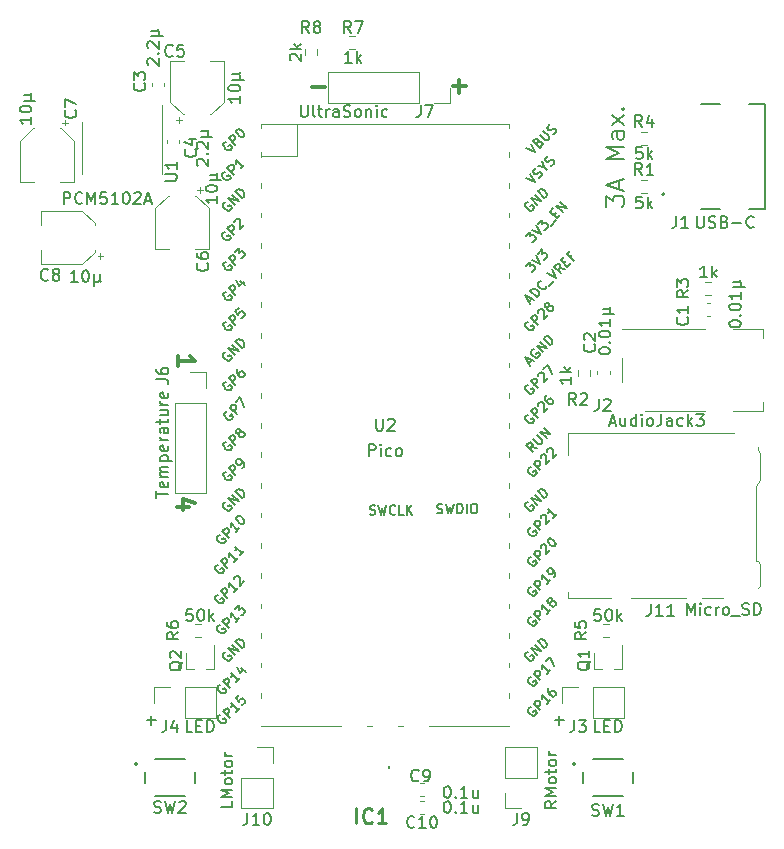
<source format=gbr>
%TF.GenerationSoftware,KiCad,Pcbnew,7.0.10-7.0.10~ubuntu22.04.1*%
%TF.CreationDate,2024-05-07T18:37:12+09:00*%
%TF.ProjectId,TurtlePico,54757274-6c65-4506-9963-6f2e6b696361,rev?*%
%TF.SameCoordinates,Original*%
%TF.FileFunction,Legend,Top*%
%TF.FilePolarity,Positive*%
%FSLAX46Y46*%
G04 Gerber Fmt 4.6, Leading zero omitted, Abs format (unit mm)*
G04 Created by KiCad (PCBNEW 7.0.10-7.0.10~ubuntu22.04.1) date 2024-05-07 18:37:12*
%MOMM*%
%LPD*%
G01*
G04 APERTURE LIST*
%ADD10C,0.187500*%
%ADD11C,0.150000*%
%ADD12C,0.300000*%
%ADD13C,0.254000*%
%ADD14C,0.120000*%
%ADD15C,0.200000*%
%ADD16C,0.127000*%
G04 APERTURE END LIST*
D10*
X164168678Y-77386359D02*
X164168678Y-76457787D01*
X164168678Y-76457787D02*
X164740107Y-76957787D01*
X164740107Y-76957787D02*
X164740107Y-76743502D01*
X164740107Y-76743502D02*
X164811535Y-76600645D01*
X164811535Y-76600645D02*
X164882964Y-76529216D01*
X164882964Y-76529216D02*
X165025821Y-76457787D01*
X165025821Y-76457787D02*
X165382964Y-76457787D01*
X165382964Y-76457787D02*
X165525821Y-76529216D01*
X165525821Y-76529216D02*
X165597250Y-76600645D01*
X165597250Y-76600645D02*
X165668678Y-76743502D01*
X165668678Y-76743502D02*
X165668678Y-77172073D01*
X165668678Y-77172073D02*
X165597250Y-77314930D01*
X165597250Y-77314930D02*
X165525821Y-77386359D01*
X165240107Y-75886359D02*
X165240107Y-75172074D01*
X165668678Y-76029216D02*
X164168678Y-75529216D01*
X164168678Y-75529216D02*
X165668678Y-75029216D01*
X165668678Y-73386360D02*
X164168678Y-73386360D01*
X164168678Y-73386360D02*
X165240107Y-72886360D01*
X165240107Y-72886360D02*
X164168678Y-72386360D01*
X164168678Y-72386360D02*
X165668678Y-72386360D01*
X165668678Y-71029217D02*
X164882964Y-71029217D01*
X164882964Y-71029217D02*
X164740107Y-71100645D01*
X164740107Y-71100645D02*
X164668678Y-71243502D01*
X164668678Y-71243502D02*
X164668678Y-71529217D01*
X164668678Y-71529217D02*
X164740107Y-71672074D01*
X165597250Y-71029217D02*
X165668678Y-71172074D01*
X165668678Y-71172074D02*
X165668678Y-71529217D01*
X165668678Y-71529217D02*
X165597250Y-71672074D01*
X165597250Y-71672074D02*
X165454392Y-71743502D01*
X165454392Y-71743502D02*
X165311535Y-71743502D01*
X165311535Y-71743502D02*
X165168678Y-71672074D01*
X165168678Y-71672074D02*
X165097250Y-71529217D01*
X165097250Y-71529217D02*
X165097250Y-71172074D01*
X165097250Y-71172074D02*
X165025821Y-71029217D01*
X165668678Y-70457788D02*
X164668678Y-69672074D01*
X164668678Y-70457788D02*
X165668678Y-69672074D01*
X165525821Y-69100645D02*
X165597250Y-69029216D01*
X165597250Y-69029216D02*
X165668678Y-69100645D01*
X165668678Y-69100645D02*
X165597250Y-69172073D01*
X165597250Y-69172073D02*
X165525821Y-69100645D01*
X165525821Y-69100645D02*
X165668678Y-69100645D01*
D11*
X125304779Y-120900866D02*
X126066684Y-120900866D01*
X125685731Y-121281819D02*
X125685731Y-120519914D01*
D12*
X127894171Y-90875225D02*
X127894171Y-90018082D01*
X127894171Y-90446653D02*
X129394171Y-90446653D01*
X129394171Y-90446653D02*
X129179885Y-90303796D01*
X129179885Y-90303796D02*
X129037028Y-90160939D01*
X129037028Y-90160939D02*
X128965600Y-90018082D01*
X151176510Y-67204400D02*
X152319368Y-67204400D01*
X151747939Y-67775828D02*
X151747939Y-66632971D01*
X128834171Y-102857368D02*
X127834171Y-102857368D01*
X129405600Y-102500225D02*
X128334171Y-102143082D01*
X128334171Y-102143082D02*
X128334171Y-103071653D01*
D11*
X159848779Y-120900866D02*
X160610684Y-120900866D01*
X160229731Y-121281819D02*
X160229731Y-120519914D01*
D12*
X139238510Y-67301400D02*
X140381368Y-67301400D01*
D11*
X162856057Y-115885238D02*
X162808438Y-115980476D01*
X162808438Y-115980476D02*
X162713200Y-116075714D01*
X162713200Y-116075714D02*
X162570342Y-116218571D01*
X162570342Y-116218571D02*
X162522723Y-116313809D01*
X162522723Y-116313809D02*
X162522723Y-116409047D01*
X162760819Y-116361428D02*
X162713200Y-116456666D01*
X162713200Y-116456666D02*
X162617961Y-116551904D01*
X162617961Y-116551904D02*
X162427485Y-116599523D01*
X162427485Y-116599523D02*
X162094152Y-116599523D01*
X162094152Y-116599523D02*
X161903676Y-116551904D01*
X161903676Y-116551904D02*
X161808438Y-116456666D01*
X161808438Y-116456666D02*
X161760819Y-116361428D01*
X161760819Y-116361428D02*
X161760819Y-116170952D01*
X161760819Y-116170952D02*
X161808438Y-116075714D01*
X161808438Y-116075714D02*
X161903676Y-115980476D01*
X161903676Y-115980476D02*
X162094152Y-115932857D01*
X162094152Y-115932857D02*
X162427485Y-115932857D01*
X162427485Y-115932857D02*
X162617961Y-115980476D01*
X162617961Y-115980476D02*
X162713200Y-116075714D01*
X162713200Y-116075714D02*
X162760819Y-116170952D01*
X162760819Y-116170952D02*
X162760819Y-116361428D01*
X162760819Y-114980476D02*
X162760819Y-115551904D01*
X162760819Y-115266190D02*
X161760819Y-115266190D01*
X161760819Y-115266190D02*
X161903676Y-115361428D01*
X161903676Y-115361428D02*
X161998914Y-115456666D01*
X161998914Y-115456666D02*
X162046533Y-115551904D01*
X167219333Y-70652819D02*
X166886000Y-70176628D01*
X166647905Y-70652819D02*
X166647905Y-69652819D01*
X166647905Y-69652819D02*
X167028857Y-69652819D01*
X167028857Y-69652819D02*
X167124095Y-69700438D01*
X167124095Y-69700438D02*
X167171714Y-69748057D01*
X167171714Y-69748057D02*
X167219333Y-69843295D01*
X167219333Y-69843295D02*
X167219333Y-69986152D01*
X167219333Y-69986152D02*
X167171714Y-70081390D01*
X167171714Y-70081390D02*
X167124095Y-70129009D01*
X167124095Y-70129009D02*
X167028857Y-70176628D01*
X167028857Y-70176628D02*
X166647905Y-70176628D01*
X168076476Y-69986152D02*
X168076476Y-70652819D01*
X167838381Y-69605200D02*
X167600286Y-70319485D01*
X167600286Y-70319485D02*
X168219333Y-70319485D01*
X167219333Y-72352819D02*
X166743143Y-72352819D01*
X166743143Y-72352819D02*
X166695524Y-72829009D01*
X166695524Y-72829009D02*
X166743143Y-72781390D01*
X166743143Y-72781390D02*
X166838381Y-72733771D01*
X166838381Y-72733771D02*
X167076476Y-72733771D01*
X167076476Y-72733771D02*
X167171714Y-72781390D01*
X167171714Y-72781390D02*
X167219333Y-72829009D01*
X167219333Y-72829009D02*
X167266952Y-72924247D01*
X167266952Y-72924247D02*
X167266952Y-73162342D01*
X167266952Y-73162342D02*
X167219333Y-73257580D01*
X167219333Y-73257580D02*
X167171714Y-73305200D01*
X167171714Y-73305200D02*
X167076476Y-73352819D01*
X167076476Y-73352819D02*
X166838381Y-73352819D01*
X166838381Y-73352819D02*
X166743143Y-73305200D01*
X166743143Y-73305200D02*
X166695524Y-73257580D01*
X167695524Y-73352819D02*
X167695524Y-72352819D01*
X167790762Y-72971866D02*
X168076476Y-73352819D01*
X168076476Y-72686152D02*
X167695524Y-73067104D01*
X139025333Y-62684819D02*
X138692000Y-62208628D01*
X138453905Y-62684819D02*
X138453905Y-61684819D01*
X138453905Y-61684819D02*
X138834857Y-61684819D01*
X138834857Y-61684819D02*
X138930095Y-61732438D01*
X138930095Y-61732438D02*
X138977714Y-61780057D01*
X138977714Y-61780057D02*
X139025333Y-61875295D01*
X139025333Y-61875295D02*
X139025333Y-62018152D01*
X139025333Y-62018152D02*
X138977714Y-62113390D01*
X138977714Y-62113390D02*
X138930095Y-62161009D01*
X138930095Y-62161009D02*
X138834857Y-62208628D01*
X138834857Y-62208628D02*
X138453905Y-62208628D01*
X139596762Y-62113390D02*
X139501524Y-62065771D01*
X139501524Y-62065771D02*
X139453905Y-62018152D01*
X139453905Y-62018152D02*
X139406286Y-61922914D01*
X139406286Y-61922914D02*
X139406286Y-61875295D01*
X139406286Y-61875295D02*
X139453905Y-61780057D01*
X139453905Y-61780057D02*
X139501524Y-61732438D01*
X139501524Y-61732438D02*
X139596762Y-61684819D01*
X139596762Y-61684819D02*
X139787238Y-61684819D01*
X139787238Y-61684819D02*
X139882476Y-61732438D01*
X139882476Y-61732438D02*
X139930095Y-61780057D01*
X139930095Y-61780057D02*
X139977714Y-61875295D01*
X139977714Y-61875295D02*
X139977714Y-61922914D01*
X139977714Y-61922914D02*
X139930095Y-62018152D01*
X139930095Y-62018152D02*
X139882476Y-62065771D01*
X139882476Y-62065771D02*
X139787238Y-62113390D01*
X139787238Y-62113390D02*
X139596762Y-62113390D01*
X139596762Y-62113390D02*
X139501524Y-62161009D01*
X139501524Y-62161009D02*
X139453905Y-62208628D01*
X139453905Y-62208628D02*
X139406286Y-62303866D01*
X139406286Y-62303866D02*
X139406286Y-62494342D01*
X139406286Y-62494342D02*
X139453905Y-62589580D01*
X139453905Y-62589580D02*
X139501524Y-62637200D01*
X139501524Y-62637200D02*
X139596762Y-62684819D01*
X139596762Y-62684819D02*
X139787238Y-62684819D01*
X139787238Y-62684819D02*
X139882476Y-62637200D01*
X139882476Y-62637200D02*
X139930095Y-62589580D01*
X139930095Y-62589580D02*
X139977714Y-62494342D01*
X139977714Y-62494342D02*
X139977714Y-62303866D01*
X139977714Y-62303866D02*
X139930095Y-62208628D01*
X139930095Y-62208628D02*
X139882476Y-62161009D01*
X139882476Y-62161009D02*
X139787238Y-62113390D01*
X137472057Y-65015475D02*
X137424438Y-64967856D01*
X137424438Y-64967856D02*
X137376819Y-64872618D01*
X137376819Y-64872618D02*
X137376819Y-64634523D01*
X137376819Y-64634523D02*
X137424438Y-64539285D01*
X137424438Y-64539285D02*
X137472057Y-64491666D01*
X137472057Y-64491666D02*
X137567295Y-64444047D01*
X137567295Y-64444047D02*
X137662533Y-64444047D01*
X137662533Y-64444047D02*
X137805390Y-64491666D01*
X137805390Y-64491666D02*
X138376819Y-65063094D01*
X138376819Y-65063094D02*
X138376819Y-64444047D01*
X138376819Y-64015475D02*
X137376819Y-64015475D01*
X137995866Y-63920237D02*
X138376819Y-63634523D01*
X137710152Y-63634523D02*
X138091104Y-64015475D01*
X142581333Y-62684819D02*
X142248000Y-62208628D01*
X142009905Y-62684819D02*
X142009905Y-61684819D01*
X142009905Y-61684819D02*
X142390857Y-61684819D01*
X142390857Y-61684819D02*
X142486095Y-61732438D01*
X142486095Y-61732438D02*
X142533714Y-61780057D01*
X142533714Y-61780057D02*
X142581333Y-61875295D01*
X142581333Y-61875295D02*
X142581333Y-62018152D01*
X142581333Y-62018152D02*
X142533714Y-62113390D01*
X142533714Y-62113390D02*
X142486095Y-62161009D01*
X142486095Y-62161009D02*
X142390857Y-62208628D01*
X142390857Y-62208628D02*
X142009905Y-62208628D01*
X142914667Y-61684819D02*
X143581333Y-61684819D01*
X143581333Y-61684819D02*
X143152762Y-62684819D01*
X142628952Y-65224819D02*
X142057524Y-65224819D01*
X142343238Y-65224819D02*
X142343238Y-64224819D01*
X142343238Y-64224819D02*
X142248000Y-64367676D01*
X142248000Y-64367676D02*
X142152762Y-64462914D01*
X142152762Y-64462914D02*
X142057524Y-64510533D01*
X143057524Y-65224819D02*
X143057524Y-64224819D01*
X143152762Y-64843866D02*
X143438476Y-65224819D01*
X143438476Y-64558152D02*
X143057524Y-64939104D01*
D13*
X143032237Y-129606318D02*
X143032237Y-128336318D01*
X144362714Y-129485365D02*
X144302238Y-129545842D01*
X144302238Y-129545842D02*
X144120809Y-129606318D01*
X144120809Y-129606318D02*
X143999857Y-129606318D01*
X143999857Y-129606318D02*
X143818428Y-129545842D01*
X143818428Y-129545842D02*
X143697476Y-129424889D01*
X143697476Y-129424889D02*
X143636999Y-129303937D01*
X143636999Y-129303937D02*
X143576523Y-129062032D01*
X143576523Y-129062032D02*
X143576523Y-128880603D01*
X143576523Y-128880603D02*
X143636999Y-128638699D01*
X143636999Y-128638699D02*
X143697476Y-128517746D01*
X143697476Y-128517746D02*
X143818428Y-128396794D01*
X143818428Y-128396794D02*
X143999857Y-128336318D01*
X143999857Y-128336318D02*
X144120809Y-128336318D01*
X144120809Y-128336318D02*
X144302238Y-128396794D01*
X144302238Y-128396794D02*
X144362714Y-128457270D01*
X145572238Y-129606318D02*
X144846523Y-129606318D01*
X145209380Y-129606318D02*
X145209380Y-128336318D01*
X145209380Y-128336318D02*
X145088428Y-128517746D01*
X145088428Y-128517746D02*
X144967476Y-128638699D01*
X144967476Y-128638699D02*
X144846523Y-128699175D01*
D11*
X127962819Y-113450666D02*
X127486628Y-113783999D01*
X127962819Y-114022094D02*
X126962819Y-114022094D01*
X126962819Y-114022094D02*
X126962819Y-113641142D01*
X126962819Y-113641142D02*
X127010438Y-113545904D01*
X127010438Y-113545904D02*
X127058057Y-113498285D01*
X127058057Y-113498285D02*
X127153295Y-113450666D01*
X127153295Y-113450666D02*
X127296152Y-113450666D01*
X127296152Y-113450666D02*
X127391390Y-113498285D01*
X127391390Y-113498285D02*
X127439009Y-113545904D01*
X127439009Y-113545904D02*
X127486628Y-113641142D01*
X127486628Y-113641142D02*
X127486628Y-114022094D01*
X126962819Y-112593523D02*
X126962819Y-112783999D01*
X126962819Y-112783999D02*
X127010438Y-112879237D01*
X127010438Y-112879237D02*
X127058057Y-112926856D01*
X127058057Y-112926856D02*
X127200914Y-113022094D01*
X127200914Y-113022094D02*
X127391390Y-113069713D01*
X127391390Y-113069713D02*
X127772342Y-113069713D01*
X127772342Y-113069713D02*
X127867580Y-113022094D01*
X127867580Y-113022094D02*
X127915200Y-112974475D01*
X127915200Y-112974475D02*
X127962819Y-112879237D01*
X127962819Y-112879237D02*
X127962819Y-112688761D01*
X127962819Y-112688761D02*
X127915200Y-112593523D01*
X127915200Y-112593523D02*
X127867580Y-112545904D01*
X127867580Y-112545904D02*
X127772342Y-112498285D01*
X127772342Y-112498285D02*
X127534247Y-112498285D01*
X127534247Y-112498285D02*
X127439009Y-112545904D01*
X127439009Y-112545904D02*
X127391390Y-112593523D01*
X127391390Y-112593523D02*
X127343771Y-112688761D01*
X127343771Y-112688761D02*
X127343771Y-112879237D01*
X127343771Y-112879237D02*
X127391390Y-112974475D01*
X127391390Y-112974475D02*
X127439009Y-113022094D01*
X127439009Y-113022094D02*
X127534247Y-113069713D01*
X129151142Y-111468819D02*
X128674952Y-111468819D01*
X128674952Y-111468819D02*
X128627333Y-111945009D01*
X128627333Y-111945009D02*
X128674952Y-111897390D01*
X128674952Y-111897390D02*
X128770190Y-111849771D01*
X128770190Y-111849771D02*
X129008285Y-111849771D01*
X129008285Y-111849771D02*
X129103523Y-111897390D01*
X129103523Y-111897390D02*
X129151142Y-111945009D01*
X129151142Y-111945009D02*
X129198761Y-112040247D01*
X129198761Y-112040247D02*
X129198761Y-112278342D01*
X129198761Y-112278342D02*
X129151142Y-112373580D01*
X129151142Y-112373580D02*
X129103523Y-112421200D01*
X129103523Y-112421200D02*
X129008285Y-112468819D01*
X129008285Y-112468819D02*
X128770190Y-112468819D01*
X128770190Y-112468819D02*
X128674952Y-112421200D01*
X128674952Y-112421200D02*
X128627333Y-112373580D01*
X129817809Y-111468819D02*
X129913047Y-111468819D01*
X129913047Y-111468819D02*
X130008285Y-111516438D01*
X130008285Y-111516438D02*
X130055904Y-111564057D01*
X130055904Y-111564057D02*
X130103523Y-111659295D01*
X130103523Y-111659295D02*
X130151142Y-111849771D01*
X130151142Y-111849771D02*
X130151142Y-112087866D01*
X130151142Y-112087866D02*
X130103523Y-112278342D01*
X130103523Y-112278342D02*
X130055904Y-112373580D01*
X130055904Y-112373580D02*
X130008285Y-112421200D01*
X130008285Y-112421200D02*
X129913047Y-112468819D01*
X129913047Y-112468819D02*
X129817809Y-112468819D01*
X129817809Y-112468819D02*
X129722571Y-112421200D01*
X129722571Y-112421200D02*
X129674952Y-112373580D01*
X129674952Y-112373580D02*
X129627333Y-112278342D01*
X129627333Y-112278342D02*
X129579714Y-112087866D01*
X129579714Y-112087866D02*
X129579714Y-111849771D01*
X129579714Y-111849771D02*
X129627333Y-111659295D01*
X129627333Y-111659295D02*
X129674952Y-111564057D01*
X129674952Y-111564057D02*
X129722571Y-111516438D01*
X129722571Y-111516438D02*
X129817809Y-111468819D01*
X130579714Y-112468819D02*
X130579714Y-111468819D01*
X130674952Y-112087866D02*
X130960666Y-112468819D01*
X130960666Y-111802152D02*
X130579714Y-112183104D01*
X162506819Y-113450666D02*
X162030628Y-113783999D01*
X162506819Y-114022094D02*
X161506819Y-114022094D01*
X161506819Y-114022094D02*
X161506819Y-113641142D01*
X161506819Y-113641142D02*
X161554438Y-113545904D01*
X161554438Y-113545904D02*
X161602057Y-113498285D01*
X161602057Y-113498285D02*
X161697295Y-113450666D01*
X161697295Y-113450666D02*
X161840152Y-113450666D01*
X161840152Y-113450666D02*
X161935390Y-113498285D01*
X161935390Y-113498285D02*
X161983009Y-113545904D01*
X161983009Y-113545904D02*
X162030628Y-113641142D01*
X162030628Y-113641142D02*
X162030628Y-114022094D01*
X161506819Y-112545904D02*
X161506819Y-113022094D01*
X161506819Y-113022094D02*
X161983009Y-113069713D01*
X161983009Y-113069713D02*
X161935390Y-113022094D01*
X161935390Y-113022094D02*
X161887771Y-112926856D01*
X161887771Y-112926856D02*
X161887771Y-112688761D01*
X161887771Y-112688761D02*
X161935390Y-112593523D01*
X161935390Y-112593523D02*
X161983009Y-112545904D01*
X161983009Y-112545904D02*
X162078247Y-112498285D01*
X162078247Y-112498285D02*
X162316342Y-112498285D01*
X162316342Y-112498285D02*
X162411580Y-112545904D01*
X162411580Y-112545904D02*
X162459200Y-112593523D01*
X162459200Y-112593523D02*
X162506819Y-112688761D01*
X162506819Y-112688761D02*
X162506819Y-112926856D01*
X162506819Y-112926856D02*
X162459200Y-113022094D01*
X162459200Y-113022094D02*
X162411580Y-113069713D01*
X163695142Y-111468819D02*
X163218952Y-111468819D01*
X163218952Y-111468819D02*
X163171333Y-111945009D01*
X163171333Y-111945009D02*
X163218952Y-111897390D01*
X163218952Y-111897390D02*
X163314190Y-111849771D01*
X163314190Y-111849771D02*
X163552285Y-111849771D01*
X163552285Y-111849771D02*
X163647523Y-111897390D01*
X163647523Y-111897390D02*
X163695142Y-111945009D01*
X163695142Y-111945009D02*
X163742761Y-112040247D01*
X163742761Y-112040247D02*
X163742761Y-112278342D01*
X163742761Y-112278342D02*
X163695142Y-112373580D01*
X163695142Y-112373580D02*
X163647523Y-112421200D01*
X163647523Y-112421200D02*
X163552285Y-112468819D01*
X163552285Y-112468819D02*
X163314190Y-112468819D01*
X163314190Y-112468819D02*
X163218952Y-112421200D01*
X163218952Y-112421200D02*
X163171333Y-112373580D01*
X164361809Y-111468819D02*
X164457047Y-111468819D01*
X164457047Y-111468819D02*
X164552285Y-111516438D01*
X164552285Y-111516438D02*
X164599904Y-111564057D01*
X164599904Y-111564057D02*
X164647523Y-111659295D01*
X164647523Y-111659295D02*
X164695142Y-111849771D01*
X164695142Y-111849771D02*
X164695142Y-112087866D01*
X164695142Y-112087866D02*
X164647523Y-112278342D01*
X164647523Y-112278342D02*
X164599904Y-112373580D01*
X164599904Y-112373580D02*
X164552285Y-112421200D01*
X164552285Y-112421200D02*
X164457047Y-112468819D01*
X164457047Y-112468819D02*
X164361809Y-112468819D01*
X164361809Y-112468819D02*
X164266571Y-112421200D01*
X164266571Y-112421200D02*
X164218952Y-112373580D01*
X164218952Y-112373580D02*
X164171333Y-112278342D01*
X164171333Y-112278342D02*
X164123714Y-112087866D01*
X164123714Y-112087866D02*
X164123714Y-111849771D01*
X164123714Y-111849771D02*
X164171333Y-111659295D01*
X164171333Y-111659295D02*
X164218952Y-111564057D01*
X164218952Y-111564057D02*
X164266571Y-111516438D01*
X164266571Y-111516438D02*
X164361809Y-111468819D01*
X165123714Y-112468819D02*
X165123714Y-111468819D01*
X165218952Y-112087866D02*
X165504666Y-112468819D01*
X165504666Y-111802152D02*
X165123714Y-112183104D01*
X163552666Y-93688819D02*
X163552666Y-94403104D01*
X163552666Y-94403104D02*
X163505047Y-94545961D01*
X163505047Y-94545961D02*
X163409809Y-94641200D01*
X163409809Y-94641200D02*
X163266952Y-94688819D01*
X163266952Y-94688819D02*
X163171714Y-94688819D01*
X163981238Y-93784057D02*
X164028857Y-93736438D01*
X164028857Y-93736438D02*
X164124095Y-93688819D01*
X164124095Y-93688819D02*
X164362190Y-93688819D01*
X164362190Y-93688819D02*
X164457428Y-93736438D01*
X164457428Y-93736438D02*
X164505047Y-93784057D01*
X164505047Y-93784057D02*
X164552666Y-93879295D01*
X164552666Y-93879295D02*
X164552666Y-93974533D01*
X164552666Y-93974533D02*
X164505047Y-94117390D01*
X164505047Y-94117390D02*
X163933619Y-94688819D01*
X163933619Y-94688819D02*
X164552666Y-94688819D01*
X164481809Y-95673104D02*
X164957999Y-95673104D01*
X164386571Y-95958819D02*
X164719904Y-94958819D01*
X164719904Y-94958819D02*
X165053237Y-95958819D01*
X165815142Y-95292152D02*
X165815142Y-95958819D01*
X165386571Y-95292152D02*
X165386571Y-95815961D01*
X165386571Y-95815961D02*
X165434190Y-95911200D01*
X165434190Y-95911200D02*
X165529428Y-95958819D01*
X165529428Y-95958819D02*
X165672285Y-95958819D01*
X165672285Y-95958819D02*
X165767523Y-95911200D01*
X165767523Y-95911200D02*
X165815142Y-95863580D01*
X166719904Y-95958819D02*
X166719904Y-94958819D01*
X166719904Y-95911200D02*
X166624666Y-95958819D01*
X166624666Y-95958819D02*
X166434190Y-95958819D01*
X166434190Y-95958819D02*
X166338952Y-95911200D01*
X166338952Y-95911200D02*
X166291333Y-95863580D01*
X166291333Y-95863580D02*
X166243714Y-95768342D01*
X166243714Y-95768342D02*
X166243714Y-95482628D01*
X166243714Y-95482628D02*
X166291333Y-95387390D01*
X166291333Y-95387390D02*
X166338952Y-95339771D01*
X166338952Y-95339771D02*
X166434190Y-95292152D01*
X166434190Y-95292152D02*
X166624666Y-95292152D01*
X166624666Y-95292152D02*
X166719904Y-95339771D01*
X167196095Y-95958819D02*
X167196095Y-95292152D01*
X167196095Y-94958819D02*
X167148476Y-95006438D01*
X167148476Y-95006438D02*
X167196095Y-95054057D01*
X167196095Y-95054057D02*
X167243714Y-95006438D01*
X167243714Y-95006438D02*
X167196095Y-94958819D01*
X167196095Y-94958819D02*
X167196095Y-95054057D01*
X167815142Y-95958819D02*
X167719904Y-95911200D01*
X167719904Y-95911200D02*
X167672285Y-95863580D01*
X167672285Y-95863580D02*
X167624666Y-95768342D01*
X167624666Y-95768342D02*
X167624666Y-95482628D01*
X167624666Y-95482628D02*
X167672285Y-95387390D01*
X167672285Y-95387390D02*
X167719904Y-95339771D01*
X167719904Y-95339771D02*
X167815142Y-95292152D01*
X167815142Y-95292152D02*
X167957999Y-95292152D01*
X167957999Y-95292152D02*
X168053237Y-95339771D01*
X168053237Y-95339771D02*
X168100856Y-95387390D01*
X168100856Y-95387390D02*
X168148475Y-95482628D01*
X168148475Y-95482628D02*
X168148475Y-95768342D01*
X168148475Y-95768342D02*
X168100856Y-95863580D01*
X168100856Y-95863580D02*
X168053237Y-95911200D01*
X168053237Y-95911200D02*
X167957999Y-95958819D01*
X167957999Y-95958819D02*
X167815142Y-95958819D01*
X168862761Y-94958819D02*
X168862761Y-95673104D01*
X168862761Y-95673104D02*
X168815142Y-95815961D01*
X168815142Y-95815961D02*
X168719904Y-95911200D01*
X168719904Y-95911200D02*
X168577047Y-95958819D01*
X168577047Y-95958819D02*
X168481809Y-95958819D01*
X169767523Y-95958819D02*
X169767523Y-95435009D01*
X169767523Y-95435009D02*
X169719904Y-95339771D01*
X169719904Y-95339771D02*
X169624666Y-95292152D01*
X169624666Y-95292152D02*
X169434190Y-95292152D01*
X169434190Y-95292152D02*
X169338952Y-95339771D01*
X169767523Y-95911200D02*
X169672285Y-95958819D01*
X169672285Y-95958819D02*
X169434190Y-95958819D01*
X169434190Y-95958819D02*
X169338952Y-95911200D01*
X169338952Y-95911200D02*
X169291333Y-95815961D01*
X169291333Y-95815961D02*
X169291333Y-95720723D01*
X169291333Y-95720723D02*
X169338952Y-95625485D01*
X169338952Y-95625485D02*
X169434190Y-95577866D01*
X169434190Y-95577866D02*
X169672285Y-95577866D01*
X169672285Y-95577866D02*
X169767523Y-95530247D01*
X170672285Y-95911200D02*
X170577047Y-95958819D01*
X170577047Y-95958819D02*
X170386571Y-95958819D01*
X170386571Y-95958819D02*
X170291333Y-95911200D01*
X170291333Y-95911200D02*
X170243714Y-95863580D01*
X170243714Y-95863580D02*
X170196095Y-95768342D01*
X170196095Y-95768342D02*
X170196095Y-95482628D01*
X170196095Y-95482628D02*
X170243714Y-95387390D01*
X170243714Y-95387390D02*
X170291333Y-95339771D01*
X170291333Y-95339771D02*
X170386571Y-95292152D01*
X170386571Y-95292152D02*
X170577047Y-95292152D01*
X170577047Y-95292152D02*
X170672285Y-95339771D01*
X171100857Y-95958819D02*
X171100857Y-94958819D01*
X171196095Y-95577866D02*
X171481809Y-95958819D01*
X171481809Y-95292152D02*
X171100857Y-95673104D01*
X171815143Y-94958819D02*
X172434190Y-94958819D01*
X172434190Y-94958819D02*
X172100857Y-95339771D01*
X172100857Y-95339771D02*
X172243714Y-95339771D01*
X172243714Y-95339771D02*
X172338952Y-95387390D01*
X172338952Y-95387390D02*
X172386571Y-95435009D01*
X172386571Y-95435009D02*
X172434190Y-95530247D01*
X172434190Y-95530247D02*
X172434190Y-95768342D01*
X172434190Y-95768342D02*
X172386571Y-95863580D01*
X172386571Y-95863580D02*
X172338952Y-95911200D01*
X172338952Y-95911200D02*
X172243714Y-95958819D01*
X172243714Y-95958819D02*
X171958000Y-95958819D01*
X171958000Y-95958819D02*
X171862762Y-95911200D01*
X171862762Y-95911200D02*
X171815143Y-95863580D01*
X133810476Y-128740819D02*
X133810476Y-129455104D01*
X133810476Y-129455104D02*
X133762857Y-129597961D01*
X133762857Y-129597961D02*
X133667619Y-129693200D01*
X133667619Y-129693200D02*
X133524762Y-129740819D01*
X133524762Y-129740819D02*
X133429524Y-129740819D01*
X134810476Y-129740819D02*
X134239048Y-129740819D01*
X134524762Y-129740819D02*
X134524762Y-128740819D01*
X134524762Y-128740819D02*
X134429524Y-128883676D01*
X134429524Y-128883676D02*
X134334286Y-128978914D01*
X134334286Y-128978914D02*
X134239048Y-129026533D01*
X135429524Y-128740819D02*
X135524762Y-128740819D01*
X135524762Y-128740819D02*
X135620000Y-128788438D01*
X135620000Y-128788438D02*
X135667619Y-128836057D01*
X135667619Y-128836057D02*
X135715238Y-128931295D01*
X135715238Y-128931295D02*
X135762857Y-129121771D01*
X135762857Y-129121771D02*
X135762857Y-129359866D01*
X135762857Y-129359866D02*
X135715238Y-129550342D01*
X135715238Y-129550342D02*
X135667619Y-129645580D01*
X135667619Y-129645580D02*
X135620000Y-129693200D01*
X135620000Y-129693200D02*
X135524762Y-129740819D01*
X135524762Y-129740819D02*
X135429524Y-129740819D01*
X135429524Y-129740819D02*
X135334286Y-129693200D01*
X135334286Y-129693200D02*
X135286667Y-129645580D01*
X135286667Y-129645580D02*
X135239048Y-129550342D01*
X135239048Y-129550342D02*
X135191429Y-129359866D01*
X135191429Y-129359866D02*
X135191429Y-129121771D01*
X135191429Y-129121771D02*
X135239048Y-128931295D01*
X135239048Y-128931295D02*
X135286667Y-128836057D01*
X135286667Y-128836057D02*
X135334286Y-128788438D01*
X135334286Y-128788438D02*
X135429524Y-128740819D01*
X132534819Y-127745905D02*
X132534819Y-128222095D01*
X132534819Y-128222095D02*
X131534819Y-128222095D01*
X132534819Y-127412571D02*
X131534819Y-127412571D01*
X131534819Y-127412571D02*
X132249104Y-127079238D01*
X132249104Y-127079238D02*
X131534819Y-126745905D01*
X131534819Y-126745905D02*
X132534819Y-126745905D01*
X132534819Y-126126857D02*
X132487200Y-126222095D01*
X132487200Y-126222095D02*
X132439580Y-126269714D01*
X132439580Y-126269714D02*
X132344342Y-126317333D01*
X132344342Y-126317333D02*
X132058628Y-126317333D01*
X132058628Y-126317333D02*
X131963390Y-126269714D01*
X131963390Y-126269714D02*
X131915771Y-126222095D01*
X131915771Y-126222095D02*
X131868152Y-126126857D01*
X131868152Y-126126857D02*
X131868152Y-125984000D01*
X131868152Y-125984000D02*
X131915771Y-125888762D01*
X131915771Y-125888762D02*
X131963390Y-125841143D01*
X131963390Y-125841143D02*
X132058628Y-125793524D01*
X132058628Y-125793524D02*
X132344342Y-125793524D01*
X132344342Y-125793524D02*
X132439580Y-125841143D01*
X132439580Y-125841143D02*
X132487200Y-125888762D01*
X132487200Y-125888762D02*
X132534819Y-125984000D01*
X132534819Y-125984000D02*
X132534819Y-126126857D01*
X131868152Y-125507809D02*
X131868152Y-125126857D01*
X131534819Y-125364952D02*
X132391961Y-125364952D01*
X132391961Y-125364952D02*
X132487200Y-125317333D01*
X132487200Y-125317333D02*
X132534819Y-125222095D01*
X132534819Y-125222095D02*
X132534819Y-125126857D01*
X132534819Y-124650666D02*
X132487200Y-124745904D01*
X132487200Y-124745904D02*
X132439580Y-124793523D01*
X132439580Y-124793523D02*
X132344342Y-124841142D01*
X132344342Y-124841142D02*
X132058628Y-124841142D01*
X132058628Y-124841142D02*
X131963390Y-124793523D01*
X131963390Y-124793523D02*
X131915771Y-124745904D01*
X131915771Y-124745904D02*
X131868152Y-124650666D01*
X131868152Y-124650666D02*
X131868152Y-124507809D01*
X131868152Y-124507809D02*
X131915771Y-124412571D01*
X131915771Y-124412571D02*
X131963390Y-124364952D01*
X131963390Y-124364952D02*
X132058628Y-124317333D01*
X132058628Y-124317333D02*
X132344342Y-124317333D01*
X132344342Y-124317333D02*
X132439580Y-124364952D01*
X132439580Y-124364952D02*
X132487200Y-124412571D01*
X132487200Y-124412571D02*
X132534819Y-124507809D01*
X132534819Y-124507809D02*
X132534819Y-124650666D01*
X132534819Y-123888761D02*
X131868152Y-123888761D01*
X132058628Y-123888761D02*
X131963390Y-123841142D01*
X131963390Y-123841142D02*
X131915771Y-123793523D01*
X131915771Y-123793523D02*
X131868152Y-123698285D01*
X131868152Y-123698285D02*
X131868152Y-123603047D01*
X156638666Y-128740819D02*
X156638666Y-129455104D01*
X156638666Y-129455104D02*
X156591047Y-129597961D01*
X156591047Y-129597961D02*
X156495809Y-129693200D01*
X156495809Y-129693200D02*
X156352952Y-129740819D01*
X156352952Y-129740819D02*
X156257714Y-129740819D01*
X157162476Y-129740819D02*
X157352952Y-129740819D01*
X157352952Y-129740819D02*
X157448190Y-129693200D01*
X157448190Y-129693200D02*
X157495809Y-129645580D01*
X157495809Y-129645580D02*
X157591047Y-129502723D01*
X157591047Y-129502723D02*
X157638666Y-129312247D01*
X157638666Y-129312247D02*
X157638666Y-128931295D01*
X157638666Y-128931295D02*
X157591047Y-128836057D01*
X157591047Y-128836057D02*
X157543428Y-128788438D01*
X157543428Y-128788438D02*
X157448190Y-128740819D01*
X157448190Y-128740819D02*
X157257714Y-128740819D01*
X157257714Y-128740819D02*
X157162476Y-128788438D01*
X157162476Y-128788438D02*
X157114857Y-128836057D01*
X157114857Y-128836057D02*
X157067238Y-128931295D01*
X157067238Y-128931295D02*
X157067238Y-129169390D01*
X157067238Y-129169390D02*
X157114857Y-129264628D01*
X157114857Y-129264628D02*
X157162476Y-129312247D01*
X157162476Y-129312247D02*
X157257714Y-129359866D01*
X157257714Y-129359866D02*
X157448190Y-129359866D01*
X157448190Y-129359866D02*
X157543428Y-129312247D01*
X157543428Y-129312247D02*
X157591047Y-129264628D01*
X157591047Y-129264628D02*
X157638666Y-129169390D01*
X159966819Y-127745905D02*
X159490628Y-128079238D01*
X159966819Y-128317333D02*
X158966819Y-128317333D01*
X158966819Y-128317333D02*
X158966819Y-127936381D01*
X158966819Y-127936381D02*
X159014438Y-127841143D01*
X159014438Y-127841143D02*
X159062057Y-127793524D01*
X159062057Y-127793524D02*
X159157295Y-127745905D01*
X159157295Y-127745905D02*
X159300152Y-127745905D01*
X159300152Y-127745905D02*
X159395390Y-127793524D01*
X159395390Y-127793524D02*
X159443009Y-127841143D01*
X159443009Y-127841143D02*
X159490628Y-127936381D01*
X159490628Y-127936381D02*
X159490628Y-128317333D01*
X159966819Y-127317333D02*
X158966819Y-127317333D01*
X158966819Y-127317333D02*
X159681104Y-126984000D01*
X159681104Y-126984000D02*
X158966819Y-126650667D01*
X158966819Y-126650667D02*
X159966819Y-126650667D01*
X159966819Y-126031619D02*
X159919200Y-126126857D01*
X159919200Y-126126857D02*
X159871580Y-126174476D01*
X159871580Y-126174476D02*
X159776342Y-126222095D01*
X159776342Y-126222095D02*
X159490628Y-126222095D01*
X159490628Y-126222095D02*
X159395390Y-126174476D01*
X159395390Y-126174476D02*
X159347771Y-126126857D01*
X159347771Y-126126857D02*
X159300152Y-126031619D01*
X159300152Y-126031619D02*
X159300152Y-125888762D01*
X159300152Y-125888762D02*
X159347771Y-125793524D01*
X159347771Y-125793524D02*
X159395390Y-125745905D01*
X159395390Y-125745905D02*
X159490628Y-125698286D01*
X159490628Y-125698286D02*
X159776342Y-125698286D01*
X159776342Y-125698286D02*
X159871580Y-125745905D01*
X159871580Y-125745905D02*
X159919200Y-125793524D01*
X159919200Y-125793524D02*
X159966819Y-125888762D01*
X159966819Y-125888762D02*
X159966819Y-126031619D01*
X159300152Y-125412571D02*
X159300152Y-125031619D01*
X158966819Y-125269714D02*
X159823961Y-125269714D01*
X159823961Y-125269714D02*
X159919200Y-125222095D01*
X159919200Y-125222095D02*
X159966819Y-125126857D01*
X159966819Y-125126857D02*
X159966819Y-125031619D01*
X159966819Y-124555428D02*
X159919200Y-124650666D01*
X159919200Y-124650666D02*
X159871580Y-124698285D01*
X159871580Y-124698285D02*
X159776342Y-124745904D01*
X159776342Y-124745904D02*
X159490628Y-124745904D01*
X159490628Y-124745904D02*
X159395390Y-124698285D01*
X159395390Y-124698285D02*
X159347771Y-124650666D01*
X159347771Y-124650666D02*
X159300152Y-124555428D01*
X159300152Y-124555428D02*
X159300152Y-124412571D01*
X159300152Y-124412571D02*
X159347771Y-124317333D01*
X159347771Y-124317333D02*
X159395390Y-124269714D01*
X159395390Y-124269714D02*
X159490628Y-124222095D01*
X159490628Y-124222095D02*
X159776342Y-124222095D01*
X159776342Y-124222095D02*
X159871580Y-124269714D01*
X159871580Y-124269714D02*
X159919200Y-124317333D01*
X159919200Y-124317333D02*
X159966819Y-124412571D01*
X159966819Y-124412571D02*
X159966819Y-124555428D01*
X159966819Y-123793523D02*
X159300152Y-123793523D01*
X159490628Y-123793523D02*
X159395390Y-123745904D01*
X159395390Y-123745904D02*
X159347771Y-123698285D01*
X159347771Y-123698285D02*
X159300152Y-123603047D01*
X159300152Y-123603047D02*
X159300152Y-123507809D01*
X163173580Y-89066666D02*
X163221200Y-89114285D01*
X163221200Y-89114285D02*
X163268819Y-89257142D01*
X163268819Y-89257142D02*
X163268819Y-89352380D01*
X163268819Y-89352380D02*
X163221200Y-89495237D01*
X163221200Y-89495237D02*
X163125961Y-89590475D01*
X163125961Y-89590475D02*
X163030723Y-89638094D01*
X163030723Y-89638094D02*
X162840247Y-89685713D01*
X162840247Y-89685713D02*
X162697390Y-89685713D01*
X162697390Y-89685713D02*
X162506914Y-89638094D01*
X162506914Y-89638094D02*
X162411676Y-89590475D01*
X162411676Y-89590475D02*
X162316438Y-89495237D01*
X162316438Y-89495237D02*
X162268819Y-89352380D01*
X162268819Y-89352380D02*
X162268819Y-89257142D01*
X162268819Y-89257142D02*
X162316438Y-89114285D01*
X162316438Y-89114285D02*
X162364057Y-89066666D01*
X162364057Y-88685713D02*
X162316438Y-88638094D01*
X162316438Y-88638094D02*
X162268819Y-88542856D01*
X162268819Y-88542856D02*
X162268819Y-88304761D01*
X162268819Y-88304761D02*
X162316438Y-88209523D01*
X162316438Y-88209523D02*
X162364057Y-88161904D01*
X162364057Y-88161904D02*
X162459295Y-88114285D01*
X162459295Y-88114285D02*
X162554533Y-88114285D01*
X162554533Y-88114285D02*
X162697390Y-88161904D01*
X162697390Y-88161904D02*
X163268819Y-88733332D01*
X163268819Y-88733332D02*
X163268819Y-88114285D01*
X163538819Y-89645904D02*
X163538819Y-89550666D01*
X163538819Y-89550666D02*
X163586438Y-89455428D01*
X163586438Y-89455428D02*
X163634057Y-89407809D01*
X163634057Y-89407809D02*
X163729295Y-89360190D01*
X163729295Y-89360190D02*
X163919771Y-89312571D01*
X163919771Y-89312571D02*
X164157866Y-89312571D01*
X164157866Y-89312571D02*
X164348342Y-89360190D01*
X164348342Y-89360190D02*
X164443580Y-89407809D01*
X164443580Y-89407809D02*
X164491200Y-89455428D01*
X164491200Y-89455428D02*
X164538819Y-89550666D01*
X164538819Y-89550666D02*
X164538819Y-89645904D01*
X164538819Y-89645904D02*
X164491200Y-89741142D01*
X164491200Y-89741142D02*
X164443580Y-89788761D01*
X164443580Y-89788761D02*
X164348342Y-89836380D01*
X164348342Y-89836380D02*
X164157866Y-89883999D01*
X164157866Y-89883999D02*
X163919771Y-89883999D01*
X163919771Y-89883999D02*
X163729295Y-89836380D01*
X163729295Y-89836380D02*
X163634057Y-89788761D01*
X163634057Y-89788761D02*
X163586438Y-89741142D01*
X163586438Y-89741142D02*
X163538819Y-89645904D01*
X164443580Y-88883999D02*
X164491200Y-88836380D01*
X164491200Y-88836380D02*
X164538819Y-88883999D01*
X164538819Y-88883999D02*
X164491200Y-88931618D01*
X164491200Y-88931618D02*
X164443580Y-88883999D01*
X164443580Y-88883999D02*
X164538819Y-88883999D01*
X163538819Y-88217333D02*
X163538819Y-88122095D01*
X163538819Y-88122095D02*
X163586438Y-88026857D01*
X163586438Y-88026857D02*
X163634057Y-87979238D01*
X163634057Y-87979238D02*
X163729295Y-87931619D01*
X163729295Y-87931619D02*
X163919771Y-87884000D01*
X163919771Y-87884000D02*
X164157866Y-87884000D01*
X164157866Y-87884000D02*
X164348342Y-87931619D01*
X164348342Y-87931619D02*
X164443580Y-87979238D01*
X164443580Y-87979238D02*
X164491200Y-88026857D01*
X164491200Y-88026857D02*
X164538819Y-88122095D01*
X164538819Y-88122095D02*
X164538819Y-88217333D01*
X164538819Y-88217333D02*
X164491200Y-88312571D01*
X164491200Y-88312571D02*
X164443580Y-88360190D01*
X164443580Y-88360190D02*
X164348342Y-88407809D01*
X164348342Y-88407809D02*
X164157866Y-88455428D01*
X164157866Y-88455428D02*
X163919771Y-88455428D01*
X163919771Y-88455428D02*
X163729295Y-88407809D01*
X163729295Y-88407809D02*
X163634057Y-88360190D01*
X163634057Y-88360190D02*
X163586438Y-88312571D01*
X163586438Y-88312571D02*
X163538819Y-88217333D01*
X164538819Y-86931619D02*
X164538819Y-87503047D01*
X164538819Y-87217333D02*
X163538819Y-87217333D01*
X163538819Y-87217333D02*
X163681676Y-87312571D01*
X163681676Y-87312571D02*
X163776914Y-87407809D01*
X163776914Y-87407809D02*
X163824533Y-87503047D01*
X163872152Y-86503047D02*
X164872152Y-86503047D01*
X164395961Y-86026857D02*
X164491200Y-85979238D01*
X164491200Y-85979238D02*
X164538819Y-85884000D01*
X164395961Y-86503047D02*
X164491200Y-86455428D01*
X164491200Y-86455428D02*
X164538819Y-86360190D01*
X164538819Y-86360190D02*
X164538819Y-86169714D01*
X164538819Y-86169714D02*
X164491200Y-86074476D01*
X164491200Y-86074476D02*
X164395961Y-86026857D01*
X164395961Y-86026857D02*
X163872152Y-86026857D01*
X125918546Y-128677861D02*
X126061630Y-128725555D01*
X126061630Y-128725555D02*
X126300104Y-128725555D01*
X126300104Y-128725555D02*
X126395494Y-128677861D01*
X126395494Y-128677861D02*
X126443189Y-128630166D01*
X126443189Y-128630166D02*
X126490883Y-128534776D01*
X126490883Y-128534776D02*
X126490883Y-128439386D01*
X126490883Y-128439386D02*
X126443189Y-128343997D01*
X126443189Y-128343997D02*
X126395494Y-128296302D01*
X126395494Y-128296302D02*
X126300104Y-128248607D01*
X126300104Y-128248607D02*
X126109325Y-128200912D01*
X126109325Y-128200912D02*
X126013935Y-128153218D01*
X126013935Y-128153218D02*
X125966241Y-128105523D01*
X125966241Y-128105523D02*
X125918546Y-128010133D01*
X125918546Y-128010133D02*
X125918546Y-127914744D01*
X125918546Y-127914744D02*
X125966241Y-127819354D01*
X125966241Y-127819354D02*
X126013935Y-127771659D01*
X126013935Y-127771659D02*
X126109325Y-127723964D01*
X126109325Y-127723964D02*
X126347799Y-127723964D01*
X126347799Y-127723964D02*
X126490883Y-127771659D01*
X126824747Y-127723964D02*
X127063221Y-128725555D01*
X127063221Y-128725555D02*
X127254000Y-128010133D01*
X127254000Y-128010133D02*
X127444779Y-128725555D01*
X127444779Y-128725555D02*
X127683254Y-127723964D01*
X128017117Y-127819354D02*
X128064812Y-127771659D01*
X128064812Y-127771659D02*
X128160201Y-127723964D01*
X128160201Y-127723964D02*
X128398675Y-127723964D01*
X128398675Y-127723964D02*
X128494065Y-127771659D01*
X128494065Y-127771659D02*
X128541760Y-127819354D01*
X128541760Y-127819354D02*
X128589454Y-127914744D01*
X128589454Y-127914744D02*
X128589454Y-128010133D01*
X128589454Y-128010133D02*
X128541760Y-128153218D01*
X128541760Y-128153218D02*
X127969422Y-128725555D01*
X127969422Y-128725555D02*
X128589454Y-128725555D01*
X130407580Y-82208666D02*
X130455200Y-82256285D01*
X130455200Y-82256285D02*
X130502819Y-82399142D01*
X130502819Y-82399142D02*
X130502819Y-82494380D01*
X130502819Y-82494380D02*
X130455200Y-82637237D01*
X130455200Y-82637237D02*
X130359961Y-82732475D01*
X130359961Y-82732475D02*
X130264723Y-82780094D01*
X130264723Y-82780094D02*
X130074247Y-82827713D01*
X130074247Y-82827713D02*
X129931390Y-82827713D01*
X129931390Y-82827713D02*
X129740914Y-82780094D01*
X129740914Y-82780094D02*
X129645676Y-82732475D01*
X129645676Y-82732475D02*
X129550438Y-82637237D01*
X129550438Y-82637237D02*
X129502819Y-82494380D01*
X129502819Y-82494380D02*
X129502819Y-82399142D01*
X129502819Y-82399142D02*
X129550438Y-82256285D01*
X129550438Y-82256285D02*
X129598057Y-82208666D01*
X129502819Y-81351523D02*
X129502819Y-81541999D01*
X129502819Y-81541999D02*
X129550438Y-81637237D01*
X129550438Y-81637237D02*
X129598057Y-81684856D01*
X129598057Y-81684856D02*
X129740914Y-81780094D01*
X129740914Y-81780094D02*
X129931390Y-81827713D01*
X129931390Y-81827713D02*
X130312342Y-81827713D01*
X130312342Y-81827713D02*
X130407580Y-81780094D01*
X130407580Y-81780094D02*
X130455200Y-81732475D01*
X130455200Y-81732475D02*
X130502819Y-81637237D01*
X130502819Y-81637237D02*
X130502819Y-81446761D01*
X130502819Y-81446761D02*
X130455200Y-81351523D01*
X130455200Y-81351523D02*
X130407580Y-81303904D01*
X130407580Y-81303904D02*
X130312342Y-81256285D01*
X130312342Y-81256285D02*
X130074247Y-81256285D01*
X130074247Y-81256285D02*
X129979009Y-81303904D01*
X129979009Y-81303904D02*
X129931390Y-81351523D01*
X129931390Y-81351523D02*
X129883771Y-81446761D01*
X129883771Y-81446761D02*
X129883771Y-81637237D01*
X129883771Y-81637237D02*
X129931390Y-81732475D01*
X129931390Y-81732475D02*
X129979009Y-81780094D01*
X129979009Y-81780094D02*
X130074247Y-81827713D01*
X131264819Y-76533285D02*
X131264819Y-77104713D01*
X131264819Y-76818999D02*
X130264819Y-76818999D01*
X130264819Y-76818999D02*
X130407676Y-76914237D01*
X130407676Y-76914237D02*
X130502914Y-77009475D01*
X130502914Y-77009475D02*
X130550533Y-77104713D01*
X130264819Y-75914237D02*
X130264819Y-75818999D01*
X130264819Y-75818999D02*
X130312438Y-75723761D01*
X130312438Y-75723761D02*
X130360057Y-75676142D01*
X130360057Y-75676142D02*
X130455295Y-75628523D01*
X130455295Y-75628523D02*
X130645771Y-75580904D01*
X130645771Y-75580904D02*
X130883866Y-75580904D01*
X130883866Y-75580904D02*
X131074342Y-75628523D01*
X131074342Y-75628523D02*
X131169580Y-75676142D01*
X131169580Y-75676142D02*
X131217200Y-75723761D01*
X131217200Y-75723761D02*
X131264819Y-75818999D01*
X131264819Y-75818999D02*
X131264819Y-75914237D01*
X131264819Y-75914237D02*
X131217200Y-76009475D01*
X131217200Y-76009475D02*
X131169580Y-76057094D01*
X131169580Y-76057094D02*
X131074342Y-76104713D01*
X131074342Y-76104713D02*
X130883866Y-76152332D01*
X130883866Y-76152332D02*
X130645771Y-76152332D01*
X130645771Y-76152332D02*
X130455295Y-76104713D01*
X130455295Y-76104713D02*
X130360057Y-76057094D01*
X130360057Y-76057094D02*
X130312438Y-76009475D01*
X130312438Y-76009475D02*
X130264819Y-75914237D01*
X130598152Y-75152332D02*
X131598152Y-75152332D01*
X131121961Y-74676142D02*
X131217200Y-74628523D01*
X131217200Y-74628523D02*
X131264819Y-74533285D01*
X131121961Y-75152332D02*
X131217200Y-75104713D01*
X131217200Y-75104713D02*
X131264819Y-75009475D01*
X131264819Y-75009475D02*
X131264819Y-74818999D01*
X131264819Y-74818999D02*
X131217200Y-74723761D01*
X131217200Y-74723761D02*
X131121961Y-74676142D01*
X131121961Y-74676142D02*
X130598152Y-74676142D01*
X171142819Y-84494666D02*
X170666628Y-84827999D01*
X171142819Y-85066094D02*
X170142819Y-85066094D01*
X170142819Y-85066094D02*
X170142819Y-84685142D01*
X170142819Y-84685142D02*
X170190438Y-84589904D01*
X170190438Y-84589904D02*
X170238057Y-84542285D01*
X170238057Y-84542285D02*
X170333295Y-84494666D01*
X170333295Y-84494666D02*
X170476152Y-84494666D01*
X170476152Y-84494666D02*
X170571390Y-84542285D01*
X170571390Y-84542285D02*
X170619009Y-84589904D01*
X170619009Y-84589904D02*
X170666628Y-84685142D01*
X170666628Y-84685142D02*
X170666628Y-85066094D01*
X170142819Y-84161332D02*
X170142819Y-83542285D01*
X170142819Y-83542285D02*
X170523771Y-83875618D01*
X170523771Y-83875618D02*
X170523771Y-83732761D01*
X170523771Y-83732761D02*
X170571390Y-83637523D01*
X170571390Y-83637523D02*
X170619009Y-83589904D01*
X170619009Y-83589904D02*
X170714247Y-83542285D01*
X170714247Y-83542285D02*
X170952342Y-83542285D01*
X170952342Y-83542285D02*
X171047580Y-83589904D01*
X171047580Y-83589904D02*
X171095200Y-83637523D01*
X171095200Y-83637523D02*
X171142819Y-83732761D01*
X171142819Y-83732761D02*
X171142819Y-84018475D01*
X171142819Y-84018475D02*
X171095200Y-84113713D01*
X171095200Y-84113713D02*
X171047580Y-84161332D01*
X172727952Y-83385819D02*
X172156524Y-83385819D01*
X172442238Y-83385819D02*
X172442238Y-82385819D01*
X172442238Y-82385819D02*
X172347000Y-82528676D01*
X172347000Y-82528676D02*
X172251762Y-82623914D01*
X172251762Y-82623914D02*
X172156524Y-82671533D01*
X173156524Y-83385819D02*
X173156524Y-82385819D01*
X173251762Y-83004866D02*
X173537476Y-83385819D01*
X173537476Y-82719152D02*
X173156524Y-83100104D01*
X125073580Y-66968666D02*
X125121200Y-67016285D01*
X125121200Y-67016285D02*
X125168819Y-67159142D01*
X125168819Y-67159142D02*
X125168819Y-67254380D01*
X125168819Y-67254380D02*
X125121200Y-67397237D01*
X125121200Y-67397237D02*
X125025961Y-67492475D01*
X125025961Y-67492475D02*
X124930723Y-67540094D01*
X124930723Y-67540094D02*
X124740247Y-67587713D01*
X124740247Y-67587713D02*
X124597390Y-67587713D01*
X124597390Y-67587713D02*
X124406914Y-67540094D01*
X124406914Y-67540094D02*
X124311676Y-67492475D01*
X124311676Y-67492475D02*
X124216438Y-67397237D01*
X124216438Y-67397237D02*
X124168819Y-67254380D01*
X124168819Y-67254380D02*
X124168819Y-67159142D01*
X124168819Y-67159142D02*
X124216438Y-67016285D01*
X124216438Y-67016285D02*
X124264057Y-66968666D01*
X124168819Y-66635332D02*
X124168819Y-66016285D01*
X124168819Y-66016285D02*
X124549771Y-66349618D01*
X124549771Y-66349618D02*
X124549771Y-66206761D01*
X124549771Y-66206761D02*
X124597390Y-66111523D01*
X124597390Y-66111523D02*
X124645009Y-66063904D01*
X124645009Y-66063904D02*
X124740247Y-66016285D01*
X124740247Y-66016285D02*
X124978342Y-66016285D01*
X124978342Y-66016285D02*
X125073580Y-66063904D01*
X125073580Y-66063904D02*
X125121200Y-66111523D01*
X125121200Y-66111523D02*
X125168819Y-66206761D01*
X125168819Y-66206761D02*
X125168819Y-66492475D01*
X125168819Y-66492475D02*
X125121200Y-66587713D01*
X125121200Y-66587713D02*
X125073580Y-66635332D01*
X125407057Y-65404808D02*
X125359438Y-65357189D01*
X125359438Y-65357189D02*
X125311819Y-65261951D01*
X125311819Y-65261951D02*
X125311819Y-65023856D01*
X125311819Y-65023856D02*
X125359438Y-64928618D01*
X125359438Y-64928618D02*
X125407057Y-64880999D01*
X125407057Y-64880999D02*
X125502295Y-64833380D01*
X125502295Y-64833380D02*
X125597533Y-64833380D01*
X125597533Y-64833380D02*
X125740390Y-64880999D01*
X125740390Y-64880999D02*
X126311819Y-65452427D01*
X126311819Y-65452427D02*
X126311819Y-64833380D01*
X126216580Y-64404808D02*
X126264200Y-64357189D01*
X126264200Y-64357189D02*
X126311819Y-64404808D01*
X126311819Y-64404808D02*
X126264200Y-64452427D01*
X126264200Y-64452427D02*
X126216580Y-64404808D01*
X126216580Y-64404808D02*
X126311819Y-64404808D01*
X125407057Y-63976237D02*
X125359438Y-63928618D01*
X125359438Y-63928618D02*
X125311819Y-63833380D01*
X125311819Y-63833380D02*
X125311819Y-63595285D01*
X125311819Y-63595285D02*
X125359438Y-63500047D01*
X125359438Y-63500047D02*
X125407057Y-63452428D01*
X125407057Y-63452428D02*
X125502295Y-63404809D01*
X125502295Y-63404809D02*
X125597533Y-63404809D01*
X125597533Y-63404809D02*
X125740390Y-63452428D01*
X125740390Y-63452428D02*
X126311819Y-64023856D01*
X126311819Y-64023856D02*
X126311819Y-63404809D01*
X125645152Y-62976237D02*
X126645152Y-62976237D01*
X126168961Y-62500047D02*
X126264200Y-62452428D01*
X126264200Y-62452428D02*
X126311819Y-62357190D01*
X126168961Y-62976237D02*
X126264200Y-62928618D01*
X126264200Y-62928618D02*
X126311819Y-62833380D01*
X126311819Y-62833380D02*
X126311819Y-62642904D01*
X126311819Y-62642904D02*
X126264200Y-62547666D01*
X126264200Y-62547666D02*
X126168961Y-62500047D01*
X126168961Y-62500047D02*
X125645152Y-62500047D01*
X126108819Y-92017333D02*
X126823104Y-92017333D01*
X126823104Y-92017333D02*
X126965961Y-92064952D01*
X126965961Y-92064952D02*
X127061200Y-92160190D01*
X127061200Y-92160190D02*
X127108819Y-92303047D01*
X127108819Y-92303047D02*
X127108819Y-92398285D01*
X126108819Y-91112571D02*
X126108819Y-91303047D01*
X126108819Y-91303047D02*
X126156438Y-91398285D01*
X126156438Y-91398285D02*
X126204057Y-91445904D01*
X126204057Y-91445904D02*
X126346914Y-91541142D01*
X126346914Y-91541142D02*
X126537390Y-91588761D01*
X126537390Y-91588761D02*
X126918342Y-91588761D01*
X126918342Y-91588761D02*
X127013580Y-91541142D01*
X127013580Y-91541142D02*
X127061200Y-91493523D01*
X127061200Y-91493523D02*
X127108819Y-91398285D01*
X127108819Y-91398285D02*
X127108819Y-91207809D01*
X127108819Y-91207809D02*
X127061200Y-91112571D01*
X127061200Y-91112571D02*
X127013580Y-91064952D01*
X127013580Y-91064952D02*
X126918342Y-91017333D01*
X126918342Y-91017333D02*
X126680247Y-91017333D01*
X126680247Y-91017333D02*
X126585009Y-91064952D01*
X126585009Y-91064952D02*
X126537390Y-91112571D01*
X126537390Y-91112571D02*
X126489771Y-91207809D01*
X126489771Y-91207809D02*
X126489771Y-91398285D01*
X126489771Y-91398285D02*
X126537390Y-91493523D01*
X126537390Y-91493523D02*
X126585009Y-91541142D01*
X126585009Y-91541142D02*
X126680247Y-91588761D01*
X126108819Y-102026000D02*
X126108819Y-101454572D01*
X127108819Y-101740286D02*
X126108819Y-101740286D01*
X127061200Y-100740286D02*
X127108819Y-100835524D01*
X127108819Y-100835524D02*
X127108819Y-101026000D01*
X127108819Y-101026000D02*
X127061200Y-101121238D01*
X127061200Y-101121238D02*
X126965961Y-101168857D01*
X126965961Y-101168857D02*
X126585009Y-101168857D01*
X126585009Y-101168857D02*
X126489771Y-101121238D01*
X126489771Y-101121238D02*
X126442152Y-101026000D01*
X126442152Y-101026000D02*
X126442152Y-100835524D01*
X126442152Y-100835524D02*
X126489771Y-100740286D01*
X126489771Y-100740286D02*
X126585009Y-100692667D01*
X126585009Y-100692667D02*
X126680247Y-100692667D01*
X126680247Y-100692667D02*
X126775485Y-101168857D01*
X127108819Y-100264095D02*
X126442152Y-100264095D01*
X126537390Y-100264095D02*
X126489771Y-100216476D01*
X126489771Y-100216476D02*
X126442152Y-100121238D01*
X126442152Y-100121238D02*
X126442152Y-99978381D01*
X126442152Y-99978381D02*
X126489771Y-99883143D01*
X126489771Y-99883143D02*
X126585009Y-99835524D01*
X126585009Y-99835524D02*
X127108819Y-99835524D01*
X126585009Y-99835524D02*
X126489771Y-99787905D01*
X126489771Y-99787905D02*
X126442152Y-99692667D01*
X126442152Y-99692667D02*
X126442152Y-99549810D01*
X126442152Y-99549810D02*
X126489771Y-99454571D01*
X126489771Y-99454571D02*
X126585009Y-99406952D01*
X126585009Y-99406952D02*
X127108819Y-99406952D01*
X126442152Y-98930762D02*
X127442152Y-98930762D01*
X126489771Y-98930762D02*
X126442152Y-98835524D01*
X126442152Y-98835524D02*
X126442152Y-98645048D01*
X126442152Y-98645048D02*
X126489771Y-98549810D01*
X126489771Y-98549810D02*
X126537390Y-98502191D01*
X126537390Y-98502191D02*
X126632628Y-98454572D01*
X126632628Y-98454572D02*
X126918342Y-98454572D01*
X126918342Y-98454572D02*
X127013580Y-98502191D01*
X127013580Y-98502191D02*
X127061200Y-98549810D01*
X127061200Y-98549810D02*
X127108819Y-98645048D01*
X127108819Y-98645048D02*
X127108819Y-98835524D01*
X127108819Y-98835524D02*
X127061200Y-98930762D01*
X127061200Y-97645048D02*
X127108819Y-97740286D01*
X127108819Y-97740286D02*
X127108819Y-97930762D01*
X127108819Y-97930762D02*
X127061200Y-98026000D01*
X127061200Y-98026000D02*
X126965961Y-98073619D01*
X126965961Y-98073619D02*
X126585009Y-98073619D01*
X126585009Y-98073619D02*
X126489771Y-98026000D01*
X126489771Y-98026000D02*
X126442152Y-97930762D01*
X126442152Y-97930762D02*
X126442152Y-97740286D01*
X126442152Y-97740286D02*
X126489771Y-97645048D01*
X126489771Y-97645048D02*
X126585009Y-97597429D01*
X126585009Y-97597429D02*
X126680247Y-97597429D01*
X126680247Y-97597429D02*
X126775485Y-98073619D01*
X127108819Y-97168857D02*
X126442152Y-97168857D01*
X126632628Y-97168857D02*
X126537390Y-97121238D01*
X126537390Y-97121238D02*
X126489771Y-97073619D01*
X126489771Y-97073619D02*
X126442152Y-96978381D01*
X126442152Y-96978381D02*
X126442152Y-96883143D01*
X127108819Y-96121238D02*
X126585009Y-96121238D01*
X126585009Y-96121238D02*
X126489771Y-96168857D01*
X126489771Y-96168857D02*
X126442152Y-96264095D01*
X126442152Y-96264095D02*
X126442152Y-96454571D01*
X126442152Y-96454571D02*
X126489771Y-96549809D01*
X127061200Y-96121238D02*
X127108819Y-96216476D01*
X127108819Y-96216476D02*
X127108819Y-96454571D01*
X127108819Y-96454571D02*
X127061200Y-96549809D01*
X127061200Y-96549809D02*
X126965961Y-96597428D01*
X126965961Y-96597428D02*
X126870723Y-96597428D01*
X126870723Y-96597428D02*
X126775485Y-96549809D01*
X126775485Y-96549809D02*
X126727866Y-96454571D01*
X126727866Y-96454571D02*
X126727866Y-96216476D01*
X126727866Y-96216476D02*
X126680247Y-96121238D01*
X126442152Y-95787904D02*
X126442152Y-95406952D01*
X126108819Y-95645047D02*
X126965961Y-95645047D01*
X126965961Y-95645047D02*
X127061200Y-95597428D01*
X127061200Y-95597428D02*
X127108819Y-95502190D01*
X127108819Y-95502190D02*
X127108819Y-95406952D01*
X126442152Y-94645047D02*
X127108819Y-94645047D01*
X126442152Y-95073618D02*
X126965961Y-95073618D01*
X126965961Y-95073618D02*
X127061200Y-95025999D01*
X127061200Y-95025999D02*
X127108819Y-94930761D01*
X127108819Y-94930761D02*
X127108819Y-94787904D01*
X127108819Y-94787904D02*
X127061200Y-94692666D01*
X127061200Y-94692666D02*
X127013580Y-94645047D01*
X127108819Y-94168856D02*
X126442152Y-94168856D01*
X126632628Y-94168856D02*
X126537390Y-94121237D01*
X126537390Y-94121237D02*
X126489771Y-94073618D01*
X126489771Y-94073618D02*
X126442152Y-93978380D01*
X126442152Y-93978380D02*
X126442152Y-93883142D01*
X127061200Y-93168856D02*
X127108819Y-93264094D01*
X127108819Y-93264094D02*
X127108819Y-93454570D01*
X127108819Y-93454570D02*
X127061200Y-93549808D01*
X127061200Y-93549808D02*
X126965961Y-93597427D01*
X126965961Y-93597427D02*
X126585009Y-93597427D01*
X126585009Y-93597427D02*
X126489771Y-93549808D01*
X126489771Y-93549808D02*
X126442152Y-93454570D01*
X126442152Y-93454570D02*
X126442152Y-93264094D01*
X126442152Y-93264094D02*
X126489771Y-93168856D01*
X126489771Y-93168856D02*
X126585009Y-93121237D01*
X126585009Y-93121237D02*
X126680247Y-93121237D01*
X126680247Y-93121237D02*
X126775485Y-93597427D01*
X126920666Y-120866819D02*
X126920666Y-121581104D01*
X126920666Y-121581104D02*
X126873047Y-121723961D01*
X126873047Y-121723961D02*
X126777809Y-121819200D01*
X126777809Y-121819200D02*
X126634952Y-121866819D01*
X126634952Y-121866819D02*
X126539714Y-121866819D01*
X127825428Y-121200152D02*
X127825428Y-121866819D01*
X127587333Y-120819200D02*
X127349238Y-121533485D01*
X127349238Y-121533485D02*
X127968285Y-121533485D01*
X129151142Y-121866819D02*
X128674952Y-121866819D01*
X128674952Y-121866819D02*
X128674952Y-120866819D01*
X129484476Y-121343009D02*
X129817809Y-121343009D01*
X129960666Y-121866819D02*
X129484476Y-121866819D01*
X129484476Y-121866819D02*
X129484476Y-120866819D01*
X129484476Y-120866819D02*
X129960666Y-120866819D01*
X130389238Y-121866819D02*
X130389238Y-120866819D01*
X130389238Y-120866819D02*
X130627333Y-120866819D01*
X130627333Y-120866819D02*
X130770190Y-120914438D01*
X130770190Y-120914438D02*
X130865428Y-121009676D01*
X130865428Y-121009676D02*
X130913047Y-121104914D01*
X130913047Y-121104914D02*
X130960666Y-121295390D01*
X130960666Y-121295390D02*
X130960666Y-121438247D01*
X130960666Y-121438247D02*
X130913047Y-121628723D01*
X130913047Y-121628723D02*
X130865428Y-121723961D01*
X130865428Y-121723961D02*
X130770190Y-121819200D01*
X130770190Y-121819200D02*
X130627333Y-121866819D01*
X130627333Y-121866819D02*
X130389238Y-121866819D01*
X148296333Y-125962580D02*
X148248714Y-126010200D01*
X148248714Y-126010200D02*
X148105857Y-126057819D01*
X148105857Y-126057819D02*
X148010619Y-126057819D01*
X148010619Y-126057819D02*
X147867762Y-126010200D01*
X147867762Y-126010200D02*
X147772524Y-125914961D01*
X147772524Y-125914961D02*
X147724905Y-125819723D01*
X147724905Y-125819723D02*
X147677286Y-125629247D01*
X147677286Y-125629247D02*
X147677286Y-125486390D01*
X147677286Y-125486390D02*
X147724905Y-125295914D01*
X147724905Y-125295914D02*
X147772524Y-125200676D01*
X147772524Y-125200676D02*
X147867762Y-125105438D01*
X147867762Y-125105438D02*
X148010619Y-125057819D01*
X148010619Y-125057819D02*
X148105857Y-125057819D01*
X148105857Y-125057819D02*
X148248714Y-125105438D01*
X148248714Y-125105438D02*
X148296333Y-125153057D01*
X148772524Y-126057819D02*
X148963000Y-126057819D01*
X148963000Y-126057819D02*
X149058238Y-126010200D01*
X149058238Y-126010200D02*
X149105857Y-125962580D01*
X149105857Y-125962580D02*
X149201095Y-125819723D01*
X149201095Y-125819723D02*
X149248714Y-125629247D01*
X149248714Y-125629247D02*
X149248714Y-125248295D01*
X149248714Y-125248295D02*
X149201095Y-125153057D01*
X149201095Y-125153057D02*
X149153476Y-125105438D01*
X149153476Y-125105438D02*
X149058238Y-125057819D01*
X149058238Y-125057819D02*
X148867762Y-125057819D01*
X148867762Y-125057819D02*
X148772524Y-125105438D01*
X148772524Y-125105438D02*
X148724905Y-125153057D01*
X148724905Y-125153057D02*
X148677286Y-125248295D01*
X148677286Y-125248295D02*
X148677286Y-125486390D01*
X148677286Y-125486390D02*
X148724905Y-125581628D01*
X148724905Y-125581628D02*
X148772524Y-125629247D01*
X148772524Y-125629247D02*
X148867762Y-125676866D01*
X148867762Y-125676866D02*
X149058238Y-125676866D01*
X149058238Y-125676866D02*
X149153476Y-125629247D01*
X149153476Y-125629247D02*
X149201095Y-125581628D01*
X149201095Y-125581628D02*
X149248714Y-125486390D01*
X150677714Y-126454819D02*
X150772952Y-126454819D01*
X150772952Y-126454819D02*
X150868190Y-126502438D01*
X150868190Y-126502438D02*
X150915809Y-126550057D01*
X150915809Y-126550057D02*
X150963428Y-126645295D01*
X150963428Y-126645295D02*
X151011047Y-126835771D01*
X151011047Y-126835771D02*
X151011047Y-127073866D01*
X151011047Y-127073866D02*
X150963428Y-127264342D01*
X150963428Y-127264342D02*
X150915809Y-127359580D01*
X150915809Y-127359580D02*
X150868190Y-127407200D01*
X150868190Y-127407200D02*
X150772952Y-127454819D01*
X150772952Y-127454819D02*
X150677714Y-127454819D01*
X150677714Y-127454819D02*
X150582476Y-127407200D01*
X150582476Y-127407200D02*
X150534857Y-127359580D01*
X150534857Y-127359580D02*
X150487238Y-127264342D01*
X150487238Y-127264342D02*
X150439619Y-127073866D01*
X150439619Y-127073866D02*
X150439619Y-126835771D01*
X150439619Y-126835771D02*
X150487238Y-126645295D01*
X150487238Y-126645295D02*
X150534857Y-126550057D01*
X150534857Y-126550057D02*
X150582476Y-126502438D01*
X150582476Y-126502438D02*
X150677714Y-126454819D01*
X151439619Y-127359580D02*
X151487238Y-127407200D01*
X151487238Y-127407200D02*
X151439619Y-127454819D01*
X151439619Y-127454819D02*
X151392000Y-127407200D01*
X151392000Y-127407200D02*
X151439619Y-127359580D01*
X151439619Y-127359580D02*
X151439619Y-127454819D01*
X152439618Y-127454819D02*
X151868190Y-127454819D01*
X152153904Y-127454819D02*
X152153904Y-126454819D01*
X152153904Y-126454819D02*
X152058666Y-126597676D01*
X152058666Y-126597676D02*
X151963428Y-126692914D01*
X151963428Y-126692914D02*
X151868190Y-126740533D01*
X153296761Y-126788152D02*
X153296761Y-127454819D01*
X152868190Y-126788152D02*
X152868190Y-127311961D01*
X152868190Y-127311961D02*
X152915809Y-127407200D01*
X152915809Y-127407200D02*
X153011047Y-127454819D01*
X153011047Y-127454819D02*
X153153904Y-127454819D01*
X153153904Y-127454819D02*
X153249142Y-127407200D01*
X153249142Y-127407200D02*
X153296761Y-127359580D01*
X163002546Y-128931861D02*
X163145630Y-128979555D01*
X163145630Y-128979555D02*
X163384104Y-128979555D01*
X163384104Y-128979555D02*
X163479494Y-128931861D01*
X163479494Y-128931861D02*
X163527189Y-128884166D01*
X163527189Y-128884166D02*
X163574883Y-128788776D01*
X163574883Y-128788776D02*
X163574883Y-128693386D01*
X163574883Y-128693386D02*
X163527189Y-128597997D01*
X163527189Y-128597997D02*
X163479494Y-128550302D01*
X163479494Y-128550302D02*
X163384104Y-128502607D01*
X163384104Y-128502607D02*
X163193325Y-128454912D01*
X163193325Y-128454912D02*
X163097935Y-128407218D01*
X163097935Y-128407218D02*
X163050241Y-128359523D01*
X163050241Y-128359523D02*
X163002546Y-128264133D01*
X163002546Y-128264133D02*
X163002546Y-128168744D01*
X163002546Y-128168744D02*
X163050241Y-128073354D01*
X163050241Y-128073354D02*
X163097935Y-128025659D01*
X163097935Y-128025659D02*
X163193325Y-127977964D01*
X163193325Y-127977964D02*
X163431799Y-127977964D01*
X163431799Y-127977964D02*
X163574883Y-128025659D01*
X163908747Y-127977964D02*
X164147221Y-128979555D01*
X164147221Y-128979555D02*
X164338000Y-128264133D01*
X164338000Y-128264133D02*
X164528779Y-128979555D01*
X164528779Y-128979555D02*
X164767254Y-127977964D01*
X165673454Y-128979555D02*
X165101117Y-128979555D01*
X165387286Y-128979555D02*
X165387286Y-127977964D01*
X165387286Y-127977964D02*
X165291896Y-128121049D01*
X165291896Y-128121049D02*
X165196506Y-128216438D01*
X165196506Y-128216438D02*
X165101117Y-128264133D01*
X148500666Y-68796819D02*
X148500666Y-69511104D01*
X148500666Y-69511104D02*
X148453047Y-69653961D01*
X148453047Y-69653961D02*
X148357809Y-69749200D01*
X148357809Y-69749200D02*
X148214952Y-69796819D01*
X148214952Y-69796819D02*
X148119714Y-69796819D01*
X148881619Y-68796819D02*
X149548285Y-68796819D01*
X149548285Y-68796819D02*
X149119714Y-69796819D01*
X138333142Y-68796819D02*
X138333142Y-69606342D01*
X138333142Y-69606342D02*
X138380761Y-69701580D01*
X138380761Y-69701580D02*
X138428380Y-69749200D01*
X138428380Y-69749200D02*
X138523618Y-69796819D01*
X138523618Y-69796819D02*
X138714094Y-69796819D01*
X138714094Y-69796819D02*
X138809332Y-69749200D01*
X138809332Y-69749200D02*
X138856951Y-69701580D01*
X138856951Y-69701580D02*
X138904570Y-69606342D01*
X138904570Y-69606342D02*
X138904570Y-68796819D01*
X139523618Y-69796819D02*
X139428380Y-69749200D01*
X139428380Y-69749200D02*
X139380761Y-69653961D01*
X139380761Y-69653961D02*
X139380761Y-68796819D01*
X139761714Y-69130152D02*
X140142666Y-69130152D01*
X139904571Y-68796819D02*
X139904571Y-69653961D01*
X139904571Y-69653961D02*
X139952190Y-69749200D01*
X139952190Y-69749200D02*
X140047428Y-69796819D01*
X140047428Y-69796819D02*
X140142666Y-69796819D01*
X140476000Y-69796819D02*
X140476000Y-69130152D01*
X140476000Y-69320628D02*
X140523619Y-69225390D01*
X140523619Y-69225390D02*
X140571238Y-69177771D01*
X140571238Y-69177771D02*
X140666476Y-69130152D01*
X140666476Y-69130152D02*
X140761714Y-69130152D01*
X141523619Y-69796819D02*
X141523619Y-69273009D01*
X141523619Y-69273009D02*
X141476000Y-69177771D01*
X141476000Y-69177771D02*
X141380762Y-69130152D01*
X141380762Y-69130152D02*
X141190286Y-69130152D01*
X141190286Y-69130152D02*
X141095048Y-69177771D01*
X141523619Y-69749200D02*
X141428381Y-69796819D01*
X141428381Y-69796819D02*
X141190286Y-69796819D01*
X141190286Y-69796819D02*
X141095048Y-69749200D01*
X141095048Y-69749200D02*
X141047429Y-69653961D01*
X141047429Y-69653961D02*
X141047429Y-69558723D01*
X141047429Y-69558723D02*
X141095048Y-69463485D01*
X141095048Y-69463485D02*
X141190286Y-69415866D01*
X141190286Y-69415866D02*
X141428381Y-69415866D01*
X141428381Y-69415866D02*
X141523619Y-69368247D01*
X141952191Y-69749200D02*
X142095048Y-69796819D01*
X142095048Y-69796819D02*
X142333143Y-69796819D01*
X142333143Y-69796819D02*
X142428381Y-69749200D01*
X142428381Y-69749200D02*
X142476000Y-69701580D01*
X142476000Y-69701580D02*
X142523619Y-69606342D01*
X142523619Y-69606342D02*
X142523619Y-69511104D01*
X142523619Y-69511104D02*
X142476000Y-69415866D01*
X142476000Y-69415866D02*
X142428381Y-69368247D01*
X142428381Y-69368247D02*
X142333143Y-69320628D01*
X142333143Y-69320628D02*
X142142667Y-69273009D01*
X142142667Y-69273009D02*
X142047429Y-69225390D01*
X142047429Y-69225390D02*
X141999810Y-69177771D01*
X141999810Y-69177771D02*
X141952191Y-69082533D01*
X141952191Y-69082533D02*
X141952191Y-68987295D01*
X141952191Y-68987295D02*
X141999810Y-68892057D01*
X141999810Y-68892057D02*
X142047429Y-68844438D01*
X142047429Y-68844438D02*
X142142667Y-68796819D01*
X142142667Y-68796819D02*
X142380762Y-68796819D01*
X142380762Y-68796819D02*
X142523619Y-68844438D01*
X143095048Y-69796819D02*
X142999810Y-69749200D01*
X142999810Y-69749200D02*
X142952191Y-69701580D01*
X142952191Y-69701580D02*
X142904572Y-69606342D01*
X142904572Y-69606342D02*
X142904572Y-69320628D01*
X142904572Y-69320628D02*
X142952191Y-69225390D01*
X142952191Y-69225390D02*
X142999810Y-69177771D01*
X142999810Y-69177771D02*
X143095048Y-69130152D01*
X143095048Y-69130152D02*
X143237905Y-69130152D01*
X143237905Y-69130152D02*
X143333143Y-69177771D01*
X143333143Y-69177771D02*
X143380762Y-69225390D01*
X143380762Y-69225390D02*
X143428381Y-69320628D01*
X143428381Y-69320628D02*
X143428381Y-69606342D01*
X143428381Y-69606342D02*
X143380762Y-69701580D01*
X143380762Y-69701580D02*
X143333143Y-69749200D01*
X143333143Y-69749200D02*
X143237905Y-69796819D01*
X143237905Y-69796819D02*
X143095048Y-69796819D01*
X143856953Y-69130152D02*
X143856953Y-69796819D01*
X143856953Y-69225390D02*
X143904572Y-69177771D01*
X143904572Y-69177771D02*
X143999810Y-69130152D01*
X143999810Y-69130152D02*
X144142667Y-69130152D01*
X144142667Y-69130152D02*
X144237905Y-69177771D01*
X144237905Y-69177771D02*
X144285524Y-69273009D01*
X144285524Y-69273009D02*
X144285524Y-69796819D01*
X144761715Y-69796819D02*
X144761715Y-69130152D01*
X144761715Y-68796819D02*
X144714096Y-68844438D01*
X144714096Y-68844438D02*
X144761715Y-68892057D01*
X144761715Y-68892057D02*
X144809334Y-68844438D01*
X144809334Y-68844438D02*
X144761715Y-68796819D01*
X144761715Y-68796819D02*
X144761715Y-68892057D01*
X145666476Y-69749200D02*
X145571238Y-69796819D01*
X145571238Y-69796819D02*
X145380762Y-69796819D01*
X145380762Y-69796819D02*
X145285524Y-69749200D01*
X145285524Y-69749200D02*
X145237905Y-69701580D01*
X145237905Y-69701580D02*
X145190286Y-69606342D01*
X145190286Y-69606342D02*
X145190286Y-69320628D01*
X145190286Y-69320628D02*
X145237905Y-69225390D01*
X145237905Y-69225390D02*
X145285524Y-69177771D01*
X145285524Y-69177771D02*
X145380762Y-69130152D01*
X145380762Y-69130152D02*
X145571238Y-69130152D01*
X145571238Y-69130152D02*
X145666476Y-69177771D01*
X144703995Y-95354819D02*
X144703995Y-96164342D01*
X144703995Y-96164342D02*
X144751614Y-96259580D01*
X144751614Y-96259580D02*
X144799233Y-96307200D01*
X144799233Y-96307200D02*
X144894471Y-96354819D01*
X144894471Y-96354819D02*
X145084947Y-96354819D01*
X145084947Y-96354819D02*
X145180185Y-96307200D01*
X145180185Y-96307200D02*
X145227804Y-96259580D01*
X145227804Y-96259580D02*
X145275423Y-96164342D01*
X145275423Y-96164342D02*
X145275423Y-95354819D01*
X145703995Y-95450057D02*
X145751614Y-95402438D01*
X145751614Y-95402438D02*
X145846852Y-95354819D01*
X145846852Y-95354819D02*
X146084947Y-95354819D01*
X146084947Y-95354819D02*
X146180185Y-95402438D01*
X146180185Y-95402438D02*
X146227804Y-95450057D01*
X146227804Y-95450057D02*
X146275423Y-95545295D01*
X146275423Y-95545295D02*
X146275423Y-95640533D01*
X146275423Y-95640533D02*
X146227804Y-95783390D01*
X146227804Y-95783390D02*
X145656376Y-96354819D01*
X145656376Y-96354819D02*
X146275423Y-96354819D01*
X144084948Y-98513819D02*
X144084948Y-97513819D01*
X144084948Y-97513819D02*
X144465900Y-97513819D01*
X144465900Y-97513819D02*
X144561138Y-97561438D01*
X144561138Y-97561438D02*
X144608757Y-97609057D01*
X144608757Y-97609057D02*
X144656376Y-97704295D01*
X144656376Y-97704295D02*
X144656376Y-97847152D01*
X144656376Y-97847152D02*
X144608757Y-97942390D01*
X144608757Y-97942390D02*
X144561138Y-97990009D01*
X144561138Y-97990009D02*
X144465900Y-98037628D01*
X144465900Y-98037628D02*
X144084948Y-98037628D01*
X145084948Y-98513819D02*
X145084948Y-97847152D01*
X145084948Y-97513819D02*
X145037329Y-97561438D01*
X145037329Y-97561438D02*
X145084948Y-97609057D01*
X145084948Y-97609057D02*
X145132567Y-97561438D01*
X145132567Y-97561438D02*
X145084948Y-97513819D01*
X145084948Y-97513819D02*
X145084948Y-97609057D01*
X145989709Y-98466200D02*
X145894471Y-98513819D01*
X145894471Y-98513819D02*
X145703995Y-98513819D01*
X145703995Y-98513819D02*
X145608757Y-98466200D01*
X145608757Y-98466200D02*
X145561138Y-98418580D01*
X145561138Y-98418580D02*
X145513519Y-98323342D01*
X145513519Y-98323342D02*
X145513519Y-98037628D01*
X145513519Y-98037628D02*
X145561138Y-97942390D01*
X145561138Y-97942390D02*
X145608757Y-97894771D01*
X145608757Y-97894771D02*
X145703995Y-97847152D01*
X145703995Y-97847152D02*
X145894471Y-97847152D01*
X145894471Y-97847152D02*
X145989709Y-97894771D01*
X146561138Y-98513819D02*
X146465900Y-98466200D01*
X146465900Y-98466200D02*
X146418281Y-98418580D01*
X146418281Y-98418580D02*
X146370662Y-98323342D01*
X146370662Y-98323342D02*
X146370662Y-98037628D01*
X146370662Y-98037628D02*
X146418281Y-97942390D01*
X146418281Y-97942390D02*
X146465900Y-97894771D01*
X146465900Y-97894771D02*
X146561138Y-97847152D01*
X146561138Y-97847152D02*
X146703995Y-97847152D01*
X146703995Y-97847152D02*
X146799233Y-97894771D01*
X146799233Y-97894771D02*
X146846852Y-97942390D01*
X146846852Y-97942390D02*
X146894471Y-98037628D01*
X146894471Y-98037628D02*
X146894471Y-98323342D01*
X146894471Y-98323342D02*
X146846852Y-98418580D01*
X146846852Y-98418580D02*
X146799233Y-98466200D01*
X146799233Y-98466200D02*
X146703995Y-98513819D01*
X146703995Y-98513819D02*
X146561138Y-98513819D01*
X157388307Y-79858584D02*
X157738493Y-79508398D01*
X157738493Y-79508398D02*
X157765431Y-79912459D01*
X157765431Y-79912459D02*
X157846243Y-79831646D01*
X157846243Y-79831646D02*
X157927055Y-79804709D01*
X157927055Y-79804709D02*
X157980930Y-79804709D01*
X157980930Y-79804709D02*
X158061742Y-79831646D01*
X158061742Y-79831646D02*
X158196429Y-79966333D01*
X158196429Y-79966333D02*
X158223367Y-80047146D01*
X158223367Y-80047146D02*
X158223367Y-80101020D01*
X158223367Y-80101020D02*
X158196429Y-80181833D01*
X158196429Y-80181833D02*
X158034805Y-80343457D01*
X158034805Y-80343457D02*
X157953993Y-80370394D01*
X157953993Y-80370394D02*
X157900118Y-80370394D01*
X157900118Y-79346773D02*
X158654365Y-79723897D01*
X158654365Y-79723897D02*
X158277242Y-78969649D01*
X158411928Y-78834963D02*
X158762115Y-78484776D01*
X158762115Y-78484776D02*
X158789052Y-78888837D01*
X158789052Y-78888837D02*
X158869864Y-78808025D01*
X158869864Y-78808025D02*
X158950676Y-78781088D01*
X158950676Y-78781088D02*
X159004551Y-78781088D01*
X159004551Y-78781088D02*
X159085364Y-78808025D01*
X159085364Y-78808025D02*
X159220051Y-78942712D01*
X159220051Y-78942712D02*
X159246988Y-79023524D01*
X159246988Y-79023524D02*
X159246988Y-79077399D01*
X159246988Y-79077399D02*
X159220051Y-79158211D01*
X159220051Y-79158211D02*
X159058426Y-79319836D01*
X159058426Y-79319836D02*
X158977614Y-79346773D01*
X158977614Y-79346773D02*
X158923739Y-79346773D01*
X159489425Y-78996587D02*
X159920423Y-78565588D01*
X159704924Y-78080715D02*
X159893486Y-77892153D01*
X160270609Y-78107652D02*
X160001235Y-78377026D01*
X160001235Y-78377026D02*
X159435550Y-77811341D01*
X159435550Y-77811341D02*
X159704924Y-77541967D01*
X160513046Y-77865215D02*
X159947361Y-77299530D01*
X159947361Y-77299530D02*
X160836295Y-77541967D01*
X160836295Y-77541967D02*
X160270610Y-76976281D01*
X157552335Y-76998431D02*
X157471523Y-77025368D01*
X157471523Y-77025368D02*
X157390711Y-77106180D01*
X157390711Y-77106180D02*
X157336836Y-77213930D01*
X157336836Y-77213930D02*
X157336836Y-77321680D01*
X157336836Y-77321680D02*
X157363773Y-77402492D01*
X157363773Y-77402492D02*
X157444585Y-77537179D01*
X157444585Y-77537179D02*
X157525398Y-77617991D01*
X157525398Y-77617991D02*
X157660085Y-77698803D01*
X157660085Y-77698803D02*
X157740897Y-77725741D01*
X157740897Y-77725741D02*
X157848646Y-77725741D01*
X157848646Y-77725741D02*
X157956396Y-77671866D01*
X157956396Y-77671866D02*
X158010271Y-77617991D01*
X158010271Y-77617991D02*
X158064146Y-77510241D01*
X158064146Y-77510241D02*
X158064146Y-77456367D01*
X158064146Y-77456367D02*
X157875584Y-77267805D01*
X157875584Y-77267805D02*
X157767834Y-77375554D01*
X158360457Y-77267805D02*
X157794772Y-76702119D01*
X157794772Y-76702119D02*
X158683706Y-76944556D01*
X158683706Y-76944556D02*
X158118020Y-76378871D01*
X158953080Y-76675182D02*
X158387394Y-76109497D01*
X158387394Y-76109497D02*
X158522081Y-75974810D01*
X158522081Y-75974810D02*
X158629831Y-75920935D01*
X158629831Y-75920935D02*
X158737580Y-75920935D01*
X158737580Y-75920935D02*
X158818393Y-75947872D01*
X158818393Y-75947872D02*
X158953080Y-76028685D01*
X158953080Y-76028685D02*
X159033892Y-76109497D01*
X159033892Y-76109497D02*
X159114704Y-76244184D01*
X159114704Y-76244184D02*
X159141641Y-76324996D01*
X159141641Y-76324996D02*
X159141641Y-76432746D01*
X159141641Y-76432746D02*
X159087767Y-76540495D01*
X159087767Y-76540495D02*
X158953080Y-76675182D01*
X131979272Y-99831494D02*
X131898460Y-99858431D01*
X131898460Y-99858431D02*
X131817648Y-99939243D01*
X131817648Y-99939243D02*
X131763773Y-100046993D01*
X131763773Y-100046993D02*
X131763773Y-100154742D01*
X131763773Y-100154742D02*
X131790710Y-100235555D01*
X131790710Y-100235555D02*
X131871523Y-100370242D01*
X131871523Y-100370242D02*
X131952335Y-100451054D01*
X131952335Y-100451054D02*
X132087022Y-100531866D01*
X132087022Y-100531866D02*
X132167834Y-100558803D01*
X132167834Y-100558803D02*
X132275584Y-100558803D01*
X132275584Y-100558803D02*
X132383333Y-100504929D01*
X132383333Y-100504929D02*
X132437208Y-100451054D01*
X132437208Y-100451054D02*
X132491083Y-100343304D01*
X132491083Y-100343304D02*
X132491083Y-100289429D01*
X132491083Y-100289429D02*
X132302521Y-100100868D01*
X132302521Y-100100868D02*
X132194771Y-100208617D01*
X132787394Y-100100868D02*
X132221709Y-99535182D01*
X132221709Y-99535182D02*
X132437208Y-99319683D01*
X132437208Y-99319683D02*
X132518020Y-99292746D01*
X132518020Y-99292746D02*
X132571895Y-99292746D01*
X132571895Y-99292746D02*
X132652707Y-99319683D01*
X132652707Y-99319683D02*
X132733519Y-99400495D01*
X132733519Y-99400495D02*
X132760457Y-99481307D01*
X132760457Y-99481307D02*
X132760457Y-99535182D01*
X132760457Y-99535182D02*
X132733519Y-99615994D01*
X132733519Y-99615994D02*
X132518020Y-99831494D01*
X133380017Y-99508245D02*
X133487767Y-99400495D01*
X133487767Y-99400495D02*
X133514704Y-99319683D01*
X133514704Y-99319683D02*
X133514704Y-99265808D01*
X133514704Y-99265808D02*
X133487767Y-99131121D01*
X133487767Y-99131121D02*
X133406954Y-98996434D01*
X133406954Y-98996434D02*
X133191455Y-98780935D01*
X133191455Y-98780935D02*
X133110643Y-98753998D01*
X133110643Y-98753998D02*
X133056768Y-98753998D01*
X133056768Y-98753998D02*
X132975956Y-98780935D01*
X132975956Y-98780935D02*
X132868206Y-98888685D01*
X132868206Y-98888685D02*
X132841269Y-98969497D01*
X132841269Y-98969497D02*
X132841269Y-99023372D01*
X132841269Y-99023372D02*
X132868206Y-99104184D01*
X132868206Y-99104184D02*
X133002893Y-99238871D01*
X133002893Y-99238871D02*
X133083706Y-99265808D01*
X133083706Y-99265808D02*
X133137580Y-99265808D01*
X133137580Y-99265808D02*
X133218393Y-99238871D01*
X133218393Y-99238871D02*
X133326142Y-99131121D01*
X133326142Y-99131121D02*
X133353080Y-99050309D01*
X133353080Y-99050309D02*
X133353080Y-98996434D01*
X133353080Y-98996434D02*
X133326142Y-98915622D01*
X131879272Y-79511494D02*
X131798460Y-79538431D01*
X131798460Y-79538431D02*
X131717648Y-79619243D01*
X131717648Y-79619243D02*
X131663773Y-79726993D01*
X131663773Y-79726993D02*
X131663773Y-79834742D01*
X131663773Y-79834742D02*
X131690710Y-79915555D01*
X131690710Y-79915555D02*
X131771523Y-80050242D01*
X131771523Y-80050242D02*
X131852335Y-80131054D01*
X131852335Y-80131054D02*
X131987022Y-80211866D01*
X131987022Y-80211866D02*
X132067834Y-80238803D01*
X132067834Y-80238803D02*
X132175584Y-80238803D01*
X132175584Y-80238803D02*
X132283333Y-80184929D01*
X132283333Y-80184929D02*
X132337208Y-80131054D01*
X132337208Y-80131054D02*
X132391083Y-80023304D01*
X132391083Y-80023304D02*
X132391083Y-79969429D01*
X132391083Y-79969429D02*
X132202521Y-79780868D01*
X132202521Y-79780868D02*
X132094771Y-79888617D01*
X132687394Y-79780868D02*
X132121709Y-79215182D01*
X132121709Y-79215182D02*
X132337208Y-78999683D01*
X132337208Y-78999683D02*
X132418020Y-78972746D01*
X132418020Y-78972746D02*
X132471895Y-78972746D01*
X132471895Y-78972746D02*
X132552707Y-78999683D01*
X132552707Y-78999683D02*
X132633519Y-79080495D01*
X132633519Y-79080495D02*
X132660457Y-79161307D01*
X132660457Y-79161307D02*
X132660457Y-79215182D01*
X132660457Y-79215182D02*
X132633519Y-79295994D01*
X132633519Y-79295994D02*
X132418020Y-79511494D01*
X132714332Y-78730309D02*
X132714332Y-78676434D01*
X132714332Y-78676434D02*
X132741269Y-78595622D01*
X132741269Y-78595622D02*
X132875956Y-78460935D01*
X132875956Y-78460935D02*
X132956768Y-78433998D01*
X132956768Y-78433998D02*
X133010643Y-78433998D01*
X133010643Y-78433998D02*
X133091455Y-78460935D01*
X133091455Y-78460935D02*
X133145330Y-78514810D01*
X133145330Y-78514810D02*
X133199205Y-78622559D01*
X133199205Y-78622559D02*
X133199205Y-79269057D01*
X133199205Y-79269057D02*
X133549391Y-78918871D01*
X157793998Y-104540868D02*
X157713185Y-104567805D01*
X157713185Y-104567805D02*
X157632373Y-104648618D01*
X157632373Y-104648618D02*
X157578498Y-104756367D01*
X157578498Y-104756367D02*
X157578498Y-104864117D01*
X157578498Y-104864117D02*
X157605436Y-104944929D01*
X157605436Y-104944929D02*
X157686248Y-105079616D01*
X157686248Y-105079616D02*
X157767060Y-105160428D01*
X157767060Y-105160428D02*
X157901747Y-105241241D01*
X157901747Y-105241241D02*
X157982560Y-105268178D01*
X157982560Y-105268178D02*
X158090309Y-105268178D01*
X158090309Y-105268178D02*
X158198059Y-105214303D01*
X158198059Y-105214303D02*
X158251934Y-105160428D01*
X158251934Y-105160428D02*
X158305808Y-105052679D01*
X158305808Y-105052679D02*
X158305808Y-104998804D01*
X158305808Y-104998804D02*
X158117247Y-104810242D01*
X158117247Y-104810242D02*
X158009497Y-104917992D01*
X158602120Y-104810242D02*
X158036434Y-104244557D01*
X158036434Y-104244557D02*
X158251934Y-104029057D01*
X158251934Y-104029057D02*
X158332746Y-104002120D01*
X158332746Y-104002120D02*
X158386621Y-104002120D01*
X158386621Y-104002120D02*
X158467433Y-104029057D01*
X158467433Y-104029057D02*
X158548245Y-104109870D01*
X158548245Y-104109870D02*
X158575182Y-104190682D01*
X158575182Y-104190682D02*
X158575182Y-104244557D01*
X158575182Y-104244557D02*
X158548245Y-104325369D01*
X158548245Y-104325369D02*
X158332746Y-104540868D01*
X158629057Y-103759683D02*
X158629057Y-103705809D01*
X158629057Y-103705809D02*
X158655995Y-103624996D01*
X158655995Y-103624996D02*
X158790682Y-103490309D01*
X158790682Y-103490309D02*
X158871494Y-103463372D01*
X158871494Y-103463372D02*
X158925369Y-103463372D01*
X158925369Y-103463372D02*
X159006181Y-103490309D01*
X159006181Y-103490309D02*
X159060056Y-103544184D01*
X159060056Y-103544184D02*
X159113930Y-103651934D01*
X159113930Y-103651934D02*
X159113930Y-104298431D01*
X159113930Y-104298431D02*
X159464117Y-103948245D01*
X160002865Y-103409497D02*
X159679616Y-103732746D01*
X159841240Y-103571121D02*
X159275555Y-103005436D01*
X159275555Y-103005436D02*
X159302492Y-103140123D01*
X159302492Y-103140123D02*
X159302492Y-103247873D01*
X159302492Y-103247873D02*
X159275555Y-103328685D01*
X158304551Y-97843710D02*
X157846616Y-97762898D01*
X157981303Y-98166959D02*
X157415617Y-97601274D01*
X157415617Y-97601274D02*
X157631116Y-97385775D01*
X157631116Y-97385775D02*
X157711929Y-97358837D01*
X157711929Y-97358837D02*
X157765803Y-97358837D01*
X157765803Y-97358837D02*
X157846616Y-97385775D01*
X157846616Y-97385775D02*
X157927428Y-97466587D01*
X157927428Y-97466587D02*
X157954365Y-97547399D01*
X157954365Y-97547399D02*
X157954365Y-97601274D01*
X157954365Y-97601274D02*
X157927428Y-97682086D01*
X157927428Y-97682086D02*
X157711929Y-97897585D01*
X157981303Y-97035588D02*
X158439238Y-97493524D01*
X158439238Y-97493524D02*
X158520051Y-97520462D01*
X158520051Y-97520462D02*
X158573925Y-97520462D01*
X158573925Y-97520462D02*
X158654738Y-97493524D01*
X158654738Y-97493524D02*
X158762487Y-97385775D01*
X158762487Y-97385775D02*
X158789425Y-97304962D01*
X158789425Y-97304962D02*
X158789425Y-97251088D01*
X158789425Y-97251088D02*
X158762487Y-97170275D01*
X158762487Y-97170275D02*
X158304551Y-96712340D01*
X159139611Y-97008651D02*
X158573925Y-96442966D01*
X158573925Y-96442966D02*
X159462859Y-96685402D01*
X159462859Y-96685402D02*
X158897174Y-96119717D01*
X157793998Y-107070868D02*
X157713185Y-107097805D01*
X157713185Y-107097805D02*
X157632373Y-107178618D01*
X157632373Y-107178618D02*
X157578498Y-107286367D01*
X157578498Y-107286367D02*
X157578498Y-107394117D01*
X157578498Y-107394117D02*
X157605436Y-107474929D01*
X157605436Y-107474929D02*
X157686248Y-107609616D01*
X157686248Y-107609616D02*
X157767060Y-107690428D01*
X157767060Y-107690428D02*
X157901747Y-107771241D01*
X157901747Y-107771241D02*
X157982560Y-107798178D01*
X157982560Y-107798178D02*
X158090309Y-107798178D01*
X158090309Y-107798178D02*
X158198059Y-107744303D01*
X158198059Y-107744303D02*
X158251934Y-107690428D01*
X158251934Y-107690428D02*
X158305808Y-107582679D01*
X158305808Y-107582679D02*
X158305808Y-107528804D01*
X158305808Y-107528804D02*
X158117247Y-107340242D01*
X158117247Y-107340242D02*
X158009497Y-107447992D01*
X158602120Y-107340242D02*
X158036434Y-106774557D01*
X158036434Y-106774557D02*
X158251934Y-106559057D01*
X158251934Y-106559057D02*
X158332746Y-106532120D01*
X158332746Y-106532120D02*
X158386621Y-106532120D01*
X158386621Y-106532120D02*
X158467433Y-106559057D01*
X158467433Y-106559057D02*
X158548245Y-106639870D01*
X158548245Y-106639870D02*
X158575182Y-106720682D01*
X158575182Y-106720682D02*
X158575182Y-106774557D01*
X158575182Y-106774557D02*
X158548245Y-106855369D01*
X158548245Y-106855369D02*
X158332746Y-107070868D01*
X158629057Y-106289683D02*
X158629057Y-106235809D01*
X158629057Y-106235809D02*
X158655995Y-106154996D01*
X158655995Y-106154996D02*
X158790682Y-106020309D01*
X158790682Y-106020309D02*
X158871494Y-105993372D01*
X158871494Y-105993372D02*
X158925369Y-105993372D01*
X158925369Y-105993372D02*
X159006181Y-106020309D01*
X159006181Y-106020309D02*
X159060056Y-106074184D01*
X159060056Y-106074184D02*
X159113930Y-106181934D01*
X159113930Y-106181934D02*
X159113930Y-106828431D01*
X159113930Y-106828431D02*
X159464117Y-106478245D01*
X159248618Y-105562373D02*
X159302492Y-105508499D01*
X159302492Y-105508499D02*
X159383305Y-105481561D01*
X159383305Y-105481561D02*
X159437179Y-105481561D01*
X159437179Y-105481561D02*
X159517992Y-105508499D01*
X159517992Y-105508499D02*
X159652679Y-105589311D01*
X159652679Y-105589311D02*
X159787366Y-105723998D01*
X159787366Y-105723998D02*
X159868178Y-105858685D01*
X159868178Y-105858685D02*
X159895115Y-105939497D01*
X159895115Y-105939497D02*
X159895115Y-105993372D01*
X159895115Y-105993372D02*
X159868178Y-106074184D01*
X159868178Y-106074184D02*
X159814303Y-106128059D01*
X159814303Y-106128059D02*
X159733491Y-106154996D01*
X159733491Y-106154996D02*
X159679616Y-106154996D01*
X159679616Y-106154996D02*
X159598804Y-106128059D01*
X159598804Y-106128059D02*
X159464117Y-106047247D01*
X159464117Y-106047247D02*
X159329430Y-105912560D01*
X159329430Y-105912560D02*
X159248618Y-105777873D01*
X159248618Y-105777873D02*
X159221680Y-105697060D01*
X159221680Y-105697060D02*
X159221680Y-105643186D01*
X159221680Y-105643186D02*
X159248618Y-105562373D01*
X131979272Y-82051494D02*
X131898460Y-82078431D01*
X131898460Y-82078431D02*
X131817648Y-82159243D01*
X131817648Y-82159243D02*
X131763773Y-82266993D01*
X131763773Y-82266993D02*
X131763773Y-82374742D01*
X131763773Y-82374742D02*
X131790710Y-82455555D01*
X131790710Y-82455555D02*
X131871523Y-82590242D01*
X131871523Y-82590242D02*
X131952335Y-82671054D01*
X131952335Y-82671054D02*
X132087022Y-82751866D01*
X132087022Y-82751866D02*
X132167834Y-82778803D01*
X132167834Y-82778803D02*
X132275584Y-82778803D01*
X132275584Y-82778803D02*
X132383333Y-82724929D01*
X132383333Y-82724929D02*
X132437208Y-82671054D01*
X132437208Y-82671054D02*
X132491083Y-82563304D01*
X132491083Y-82563304D02*
X132491083Y-82509429D01*
X132491083Y-82509429D02*
X132302521Y-82320868D01*
X132302521Y-82320868D02*
X132194771Y-82428617D01*
X132787394Y-82320868D02*
X132221709Y-81755182D01*
X132221709Y-81755182D02*
X132437208Y-81539683D01*
X132437208Y-81539683D02*
X132518020Y-81512746D01*
X132518020Y-81512746D02*
X132571895Y-81512746D01*
X132571895Y-81512746D02*
X132652707Y-81539683D01*
X132652707Y-81539683D02*
X132733519Y-81620495D01*
X132733519Y-81620495D02*
X132760457Y-81701307D01*
X132760457Y-81701307D02*
X132760457Y-81755182D01*
X132760457Y-81755182D02*
X132733519Y-81835994D01*
X132733519Y-81835994D02*
X132518020Y-82051494D01*
X132733519Y-81243372D02*
X133083706Y-80893185D01*
X133083706Y-80893185D02*
X133110643Y-81297246D01*
X133110643Y-81297246D02*
X133191455Y-81216434D01*
X133191455Y-81216434D02*
X133272267Y-81189497D01*
X133272267Y-81189497D02*
X133326142Y-81189497D01*
X133326142Y-81189497D02*
X133406954Y-81216434D01*
X133406954Y-81216434D02*
X133541641Y-81351121D01*
X133541641Y-81351121D02*
X133568579Y-81431933D01*
X133568579Y-81431933D02*
X133568579Y-81485808D01*
X133568579Y-81485808D02*
X133541641Y-81566620D01*
X133541641Y-81566620D02*
X133380017Y-81728245D01*
X133380017Y-81728245D02*
X133299205Y-81755182D01*
X133299205Y-81755182D02*
X133245330Y-81755182D01*
X131455898Y-105180868D02*
X131375085Y-105207805D01*
X131375085Y-105207805D02*
X131294273Y-105288618D01*
X131294273Y-105288618D02*
X131240398Y-105396367D01*
X131240398Y-105396367D02*
X131240398Y-105504117D01*
X131240398Y-105504117D02*
X131267336Y-105584929D01*
X131267336Y-105584929D02*
X131348148Y-105719616D01*
X131348148Y-105719616D02*
X131428960Y-105800428D01*
X131428960Y-105800428D02*
X131563647Y-105881241D01*
X131563647Y-105881241D02*
X131644460Y-105908178D01*
X131644460Y-105908178D02*
X131752209Y-105908178D01*
X131752209Y-105908178D02*
X131859959Y-105854303D01*
X131859959Y-105854303D02*
X131913834Y-105800428D01*
X131913834Y-105800428D02*
X131967708Y-105692679D01*
X131967708Y-105692679D02*
X131967708Y-105638804D01*
X131967708Y-105638804D02*
X131779147Y-105450242D01*
X131779147Y-105450242D02*
X131671397Y-105557992D01*
X132264020Y-105450242D02*
X131698334Y-104884557D01*
X131698334Y-104884557D02*
X131913834Y-104669057D01*
X131913834Y-104669057D02*
X131994646Y-104642120D01*
X131994646Y-104642120D02*
X132048521Y-104642120D01*
X132048521Y-104642120D02*
X132129333Y-104669057D01*
X132129333Y-104669057D02*
X132210145Y-104749870D01*
X132210145Y-104749870D02*
X132237082Y-104830682D01*
X132237082Y-104830682D02*
X132237082Y-104884557D01*
X132237082Y-104884557D02*
X132210145Y-104965369D01*
X132210145Y-104965369D02*
X131994646Y-105180868D01*
X133126017Y-104588245D02*
X132802768Y-104911494D01*
X132964392Y-104749870D02*
X132398707Y-104184184D01*
X132398707Y-104184184D02*
X132425644Y-104318871D01*
X132425644Y-104318871D02*
X132425644Y-104426621D01*
X132425644Y-104426621D02*
X132398707Y-104507433D01*
X132910518Y-103672373D02*
X132964392Y-103618499D01*
X132964392Y-103618499D02*
X133045205Y-103591561D01*
X133045205Y-103591561D02*
X133099079Y-103591561D01*
X133099079Y-103591561D02*
X133179892Y-103618499D01*
X133179892Y-103618499D02*
X133314579Y-103699311D01*
X133314579Y-103699311D02*
X133449266Y-103833998D01*
X133449266Y-103833998D02*
X133530078Y-103968685D01*
X133530078Y-103968685D02*
X133557015Y-104049497D01*
X133557015Y-104049497D02*
X133557015Y-104103372D01*
X133557015Y-104103372D02*
X133530078Y-104184184D01*
X133530078Y-104184184D02*
X133476203Y-104238059D01*
X133476203Y-104238059D02*
X133395391Y-104264996D01*
X133395391Y-104264996D02*
X133341516Y-104264996D01*
X133341516Y-104264996D02*
X133260704Y-104238059D01*
X133260704Y-104238059D02*
X133126017Y-104157247D01*
X133126017Y-104157247D02*
X132991330Y-104022560D01*
X132991330Y-104022560D02*
X132910518Y-103887873D01*
X132910518Y-103887873D02*
X132883580Y-103807060D01*
X132883580Y-103807060D02*
X132883580Y-103753186D01*
X132883580Y-103753186D02*
X132910518Y-103672373D01*
X157563898Y-87146868D02*
X157483085Y-87173805D01*
X157483085Y-87173805D02*
X157402273Y-87254618D01*
X157402273Y-87254618D02*
X157348398Y-87362367D01*
X157348398Y-87362367D02*
X157348398Y-87470117D01*
X157348398Y-87470117D02*
X157375336Y-87550929D01*
X157375336Y-87550929D02*
X157456148Y-87685616D01*
X157456148Y-87685616D02*
X157536960Y-87766428D01*
X157536960Y-87766428D02*
X157671647Y-87847241D01*
X157671647Y-87847241D02*
X157752460Y-87874178D01*
X157752460Y-87874178D02*
X157860209Y-87874178D01*
X157860209Y-87874178D02*
X157967959Y-87820303D01*
X157967959Y-87820303D02*
X158021834Y-87766428D01*
X158021834Y-87766428D02*
X158075708Y-87658679D01*
X158075708Y-87658679D02*
X158075708Y-87604804D01*
X158075708Y-87604804D02*
X157887147Y-87416242D01*
X157887147Y-87416242D02*
X157779397Y-87523992D01*
X158372020Y-87416242D02*
X157806334Y-86850557D01*
X157806334Y-86850557D02*
X158021834Y-86635057D01*
X158021834Y-86635057D02*
X158102646Y-86608120D01*
X158102646Y-86608120D02*
X158156521Y-86608120D01*
X158156521Y-86608120D02*
X158237333Y-86635057D01*
X158237333Y-86635057D02*
X158318145Y-86715870D01*
X158318145Y-86715870D02*
X158345082Y-86796682D01*
X158345082Y-86796682D02*
X158345082Y-86850557D01*
X158345082Y-86850557D02*
X158318145Y-86931369D01*
X158318145Y-86931369D02*
X158102646Y-87146868D01*
X158398957Y-86365683D02*
X158398957Y-86311809D01*
X158398957Y-86311809D02*
X158425895Y-86230996D01*
X158425895Y-86230996D02*
X158560582Y-86096309D01*
X158560582Y-86096309D02*
X158641394Y-86069372D01*
X158641394Y-86069372D02*
X158695269Y-86069372D01*
X158695269Y-86069372D02*
X158776081Y-86096309D01*
X158776081Y-86096309D02*
X158829956Y-86150184D01*
X158829956Y-86150184D02*
X158883830Y-86257934D01*
X158883830Y-86257934D02*
X158883830Y-86904431D01*
X158883830Y-86904431D02*
X159234017Y-86554245D01*
X159234017Y-85907747D02*
X159153205Y-85934685D01*
X159153205Y-85934685D02*
X159099330Y-85934685D01*
X159099330Y-85934685D02*
X159018518Y-85907747D01*
X159018518Y-85907747D02*
X158991580Y-85880810D01*
X158991580Y-85880810D02*
X158964643Y-85799998D01*
X158964643Y-85799998D02*
X158964643Y-85746123D01*
X158964643Y-85746123D02*
X158991580Y-85665311D01*
X158991580Y-85665311D02*
X159099330Y-85557561D01*
X159099330Y-85557561D02*
X159180142Y-85530624D01*
X159180142Y-85530624D02*
X159234017Y-85530624D01*
X159234017Y-85530624D02*
X159314829Y-85557561D01*
X159314829Y-85557561D02*
X159341766Y-85584499D01*
X159341766Y-85584499D02*
X159368704Y-85665311D01*
X159368704Y-85665311D02*
X159368704Y-85719186D01*
X159368704Y-85719186D02*
X159341766Y-85799998D01*
X159341766Y-85799998D02*
X159234017Y-85907747D01*
X159234017Y-85907747D02*
X159207079Y-85988560D01*
X159207079Y-85988560D02*
X159207079Y-86042434D01*
X159207079Y-86042434D02*
X159234017Y-86123247D01*
X159234017Y-86123247D02*
X159341766Y-86230996D01*
X159341766Y-86230996D02*
X159422579Y-86257934D01*
X159422579Y-86257934D02*
X159476453Y-86257934D01*
X159476453Y-86257934D02*
X159557266Y-86230996D01*
X159557266Y-86230996D02*
X159665015Y-86123247D01*
X159665015Y-86123247D02*
X159691953Y-86042434D01*
X159691953Y-86042434D02*
X159691953Y-85988560D01*
X159691953Y-85988560D02*
X159665015Y-85907747D01*
X159665015Y-85907747D02*
X159557266Y-85799998D01*
X159557266Y-85799998D02*
X159476453Y-85773060D01*
X159476453Y-85773060D02*
X159422579Y-85773060D01*
X159422579Y-85773060D02*
X159341766Y-85799998D01*
X131979272Y-87131494D02*
X131898460Y-87158431D01*
X131898460Y-87158431D02*
X131817648Y-87239243D01*
X131817648Y-87239243D02*
X131763773Y-87346993D01*
X131763773Y-87346993D02*
X131763773Y-87454742D01*
X131763773Y-87454742D02*
X131790710Y-87535555D01*
X131790710Y-87535555D02*
X131871523Y-87670242D01*
X131871523Y-87670242D02*
X131952335Y-87751054D01*
X131952335Y-87751054D02*
X132087022Y-87831866D01*
X132087022Y-87831866D02*
X132167834Y-87858803D01*
X132167834Y-87858803D02*
X132275584Y-87858803D01*
X132275584Y-87858803D02*
X132383333Y-87804929D01*
X132383333Y-87804929D02*
X132437208Y-87751054D01*
X132437208Y-87751054D02*
X132491083Y-87643304D01*
X132491083Y-87643304D02*
X132491083Y-87589429D01*
X132491083Y-87589429D02*
X132302521Y-87400868D01*
X132302521Y-87400868D02*
X132194771Y-87508617D01*
X132787394Y-87400868D02*
X132221709Y-86835182D01*
X132221709Y-86835182D02*
X132437208Y-86619683D01*
X132437208Y-86619683D02*
X132518020Y-86592746D01*
X132518020Y-86592746D02*
X132571895Y-86592746D01*
X132571895Y-86592746D02*
X132652707Y-86619683D01*
X132652707Y-86619683D02*
X132733519Y-86700495D01*
X132733519Y-86700495D02*
X132760457Y-86781307D01*
X132760457Y-86781307D02*
X132760457Y-86835182D01*
X132760457Y-86835182D02*
X132733519Y-86915994D01*
X132733519Y-86915994D02*
X132518020Y-87131494D01*
X133056768Y-86000123D02*
X132787394Y-86269497D01*
X132787394Y-86269497D02*
X133029831Y-86565808D01*
X133029831Y-86565808D02*
X133029831Y-86511933D01*
X133029831Y-86511933D02*
X133056768Y-86431121D01*
X133056768Y-86431121D02*
X133191455Y-86296434D01*
X133191455Y-86296434D02*
X133272267Y-86269497D01*
X133272267Y-86269497D02*
X133326142Y-86269497D01*
X133326142Y-86269497D02*
X133406954Y-86296434D01*
X133406954Y-86296434D02*
X133541641Y-86431121D01*
X133541641Y-86431121D02*
X133568579Y-86511933D01*
X133568579Y-86511933D02*
X133568579Y-86565808D01*
X133568579Y-86565808D02*
X133541641Y-86646620D01*
X133541641Y-86646620D02*
X133406954Y-86781307D01*
X133406954Y-86781307D02*
X133326142Y-86808245D01*
X133326142Y-86808245D02*
X133272267Y-86808245D01*
X157793998Y-117230868D02*
X157713185Y-117257805D01*
X157713185Y-117257805D02*
X157632373Y-117338618D01*
X157632373Y-117338618D02*
X157578498Y-117446367D01*
X157578498Y-117446367D02*
X157578498Y-117554117D01*
X157578498Y-117554117D02*
X157605436Y-117634929D01*
X157605436Y-117634929D02*
X157686248Y-117769616D01*
X157686248Y-117769616D02*
X157767060Y-117850428D01*
X157767060Y-117850428D02*
X157901747Y-117931241D01*
X157901747Y-117931241D02*
X157982560Y-117958178D01*
X157982560Y-117958178D02*
X158090309Y-117958178D01*
X158090309Y-117958178D02*
X158198059Y-117904303D01*
X158198059Y-117904303D02*
X158251934Y-117850428D01*
X158251934Y-117850428D02*
X158305808Y-117742679D01*
X158305808Y-117742679D02*
X158305808Y-117688804D01*
X158305808Y-117688804D02*
X158117247Y-117500242D01*
X158117247Y-117500242D02*
X158009497Y-117607992D01*
X158602120Y-117500242D02*
X158036434Y-116934557D01*
X158036434Y-116934557D02*
X158251934Y-116719057D01*
X158251934Y-116719057D02*
X158332746Y-116692120D01*
X158332746Y-116692120D02*
X158386621Y-116692120D01*
X158386621Y-116692120D02*
X158467433Y-116719057D01*
X158467433Y-116719057D02*
X158548245Y-116799870D01*
X158548245Y-116799870D02*
X158575182Y-116880682D01*
X158575182Y-116880682D02*
X158575182Y-116934557D01*
X158575182Y-116934557D02*
X158548245Y-117015369D01*
X158548245Y-117015369D02*
X158332746Y-117230868D01*
X159464117Y-116638245D02*
X159140868Y-116961494D01*
X159302492Y-116799870D02*
X158736807Y-116234184D01*
X158736807Y-116234184D02*
X158763744Y-116368871D01*
X158763744Y-116368871D02*
X158763744Y-116476621D01*
X158763744Y-116476621D02*
X158736807Y-116557433D01*
X159086993Y-115883998D02*
X159464117Y-115506874D01*
X159464117Y-115506874D02*
X159787366Y-116314996D01*
X131979272Y-84591494D02*
X131898460Y-84618431D01*
X131898460Y-84618431D02*
X131817648Y-84699243D01*
X131817648Y-84699243D02*
X131763773Y-84806993D01*
X131763773Y-84806993D02*
X131763773Y-84914742D01*
X131763773Y-84914742D02*
X131790710Y-84995555D01*
X131790710Y-84995555D02*
X131871523Y-85130242D01*
X131871523Y-85130242D02*
X131952335Y-85211054D01*
X131952335Y-85211054D02*
X132087022Y-85291866D01*
X132087022Y-85291866D02*
X132167834Y-85318803D01*
X132167834Y-85318803D02*
X132275584Y-85318803D01*
X132275584Y-85318803D02*
X132383333Y-85264929D01*
X132383333Y-85264929D02*
X132437208Y-85211054D01*
X132437208Y-85211054D02*
X132491083Y-85103304D01*
X132491083Y-85103304D02*
X132491083Y-85049429D01*
X132491083Y-85049429D02*
X132302521Y-84860868D01*
X132302521Y-84860868D02*
X132194771Y-84968617D01*
X132787394Y-84860868D02*
X132221709Y-84295182D01*
X132221709Y-84295182D02*
X132437208Y-84079683D01*
X132437208Y-84079683D02*
X132518020Y-84052746D01*
X132518020Y-84052746D02*
X132571895Y-84052746D01*
X132571895Y-84052746D02*
X132652707Y-84079683D01*
X132652707Y-84079683D02*
X132733519Y-84160495D01*
X132733519Y-84160495D02*
X132760457Y-84241307D01*
X132760457Y-84241307D02*
X132760457Y-84295182D01*
X132760457Y-84295182D02*
X132733519Y-84375994D01*
X132733519Y-84375994D02*
X132518020Y-84591494D01*
X133218393Y-83675622D02*
X133595516Y-84052746D01*
X132868206Y-83594810D02*
X133137580Y-84133558D01*
X133137580Y-84133558D02*
X133487767Y-83783372D01*
X132079272Y-94721494D02*
X131998460Y-94748431D01*
X131998460Y-94748431D02*
X131917648Y-94829243D01*
X131917648Y-94829243D02*
X131863773Y-94936993D01*
X131863773Y-94936993D02*
X131863773Y-95044742D01*
X131863773Y-95044742D02*
X131890710Y-95125555D01*
X131890710Y-95125555D02*
X131971523Y-95260242D01*
X131971523Y-95260242D02*
X132052335Y-95341054D01*
X132052335Y-95341054D02*
X132187022Y-95421866D01*
X132187022Y-95421866D02*
X132267834Y-95448803D01*
X132267834Y-95448803D02*
X132375584Y-95448803D01*
X132375584Y-95448803D02*
X132483333Y-95394929D01*
X132483333Y-95394929D02*
X132537208Y-95341054D01*
X132537208Y-95341054D02*
X132591083Y-95233304D01*
X132591083Y-95233304D02*
X132591083Y-95179429D01*
X132591083Y-95179429D02*
X132402521Y-94990868D01*
X132402521Y-94990868D02*
X132294771Y-95098617D01*
X132887394Y-94990868D02*
X132321709Y-94425182D01*
X132321709Y-94425182D02*
X132537208Y-94209683D01*
X132537208Y-94209683D02*
X132618020Y-94182746D01*
X132618020Y-94182746D02*
X132671895Y-94182746D01*
X132671895Y-94182746D02*
X132752707Y-94209683D01*
X132752707Y-94209683D02*
X132833519Y-94290495D01*
X132833519Y-94290495D02*
X132860457Y-94371307D01*
X132860457Y-94371307D02*
X132860457Y-94425182D01*
X132860457Y-94425182D02*
X132833519Y-94505994D01*
X132833519Y-94505994D02*
X132618020Y-94721494D01*
X132833519Y-93913372D02*
X133210643Y-93536248D01*
X133210643Y-93536248D02*
X133533892Y-94344370D01*
X131952335Y-102398431D02*
X131871523Y-102425368D01*
X131871523Y-102425368D02*
X131790711Y-102506180D01*
X131790711Y-102506180D02*
X131736836Y-102613930D01*
X131736836Y-102613930D02*
X131736836Y-102721680D01*
X131736836Y-102721680D02*
X131763773Y-102802492D01*
X131763773Y-102802492D02*
X131844585Y-102937179D01*
X131844585Y-102937179D02*
X131925398Y-103017991D01*
X131925398Y-103017991D02*
X132060085Y-103098803D01*
X132060085Y-103098803D02*
X132140897Y-103125741D01*
X132140897Y-103125741D02*
X132248646Y-103125741D01*
X132248646Y-103125741D02*
X132356396Y-103071866D01*
X132356396Y-103071866D02*
X132410271Y-103017991D01*
X132410271Y-103017991D02*
X132464146Y-102910241D01*
X132464146Y-102910241D02*
X132464146Y-102856367D01*
X132464146Y-102856367D02*
X132275584Y-102667805D01*
X132275584Y-102667805D02*
X132167834Y-102775554D01*
X132760457Y-102667805D02*
X132194772Y-102102119D01*
X132194772Y-102102119D02*
X133083706Y-102344556D01*
X133083706Y-102344556D02*
X132518020Y-101778871D01*
X133353080Y-102075182D02*
X132787394Y-101509497D01*
X132787394Y-101509497D02*
X132922081Y-101374810D01*
X132922081Y-101374810D02*
X133029831Y-101320935D01*
X133029831Y-101320935D02*
X133137580Y-101320935D01*
X133137580Y-101320935D02*
X133218393Y-101347872D01*
X133218393Y-101347872D02*
X133353080Y-101428685D01*
X133353080Y-101428685D02*
X133433892Y-101509497D01*
X133433892Y-101509497D02*
X133514704Y-101644184D01*
X133514704Y-101644184D02*
X133541641Y-101724996D01*
X133541641Y-101724996D02*
X133541641Y-101832746D01*
X133541641Y-101832746D02*
X133487767Y-101940495D01*
X133487767Y-101940495D02*
X133353080Y-102075182D01*
X149866661Y-103336200D02*
X149980947Y-103374295D01*
X149980947Y-103374295D02*
X150171423Y-103374295D01*
X150171423Y-103374295D02*
X150247614Y-103336200D01*
X150247614Y-103336200D02*
X150285709Y-103298104D01*
X150285709Y-103298104D02*
X150323804Y-103221914D01*
X150323804Y-103221914D02*
X150323804Y-103145723D01*
X150323804Y-103145723D02*
X150285709Y-103069533D01*
X150285709Y-103069533D02*
X150247614Y-103031438D01*
X150247614Y-103031438D02*
X150171423Y-102993342D01*
X150171423Y-102993342D02*
X150019042Y-102955247D01*
X150019042Y-102955247D02*
X149942852Y-102917152D01*
X149942852Y-102917152D02*
X149904757Y-102879057D01*
X149904757Y-102879057D02*
X149866661Y-102802866D01*
X149866661Y-102802866D02*
X149866661Y-102726676D01*
X149866661Y-102726676D02*
X149904757Y-102650485D01*
X149904757Y-102650485D02*
X149942852Y-102612390D01*
X149942852Y-102612390D02*
X150019042Y-102574295D01*
X150019042Y-102574295D02*
X150209519Y-102574295D01*
X150209519Y-102574295D02*
X150323804Y-102612390D01*
X150590471Y-102574295D02*
X150780947Y-103374295D01*
X150780947Y-103374295D02*
X150933328Y-102802866D01*
X150933328Y-102802866D02*
X151085709Y-103374295D01*
X151085709Y-103374295D02*
X151276186Y-102574295D01*
X151580948Y-103374295D02*
X151580948Y-102574295D01*
X151580948Y-102574295D02*
X151771424Y-102574295D01*
X151771424Y-102574295D02*
X151885710Y-102612390D01*
X151885710Y-102612390D02*
X151961900Y-102688580D01*
X151961900Y-102688580D02*
X151999995Y-102764771D01*
X151999995Y-102764771D02*
X152038091Y-102917152D01*
X152038091Y-102917152D02*
X152038091Y-103031438D01*
X152038091Y-103031438D02*
X151999995Y-103183819D01*
X151999995Y-103183819D02*
X151961900Y-103260009D01*
X151961900Y-103260009D02*
X151885710Y-103336200D01*
X151885710Y-103336200D02*
X151771424Y-103374295D01*
X151771424Y-103374295D02*
X151580948Y-103374295D01*
X152380948Y-103374295D02*
X152380948Y-102574295D01*
X152914281Y-102574295D02*
X153066662Y-102574295D01*
X153066662Y-102574295D02*
X153142852Y-102612390D01*
X153142852Y-102612390D02*
X153219043Y-102688580D01*
X153219043Y-102688580D02*
X153257138Y-102840961D01*
X153257138Y-102840961D02*
X153257138Y-103107628D01*
X153257138Y-103107628D02*
X153219043Y-103260009D01*
X153219043Y-103260009D02*
X153142852Y-103336200D01*
X153142852Y-103336200D02*
X153066662Y-103374295D01*
X153066662Y-103374295D02*
X152914281Y-103374295D01*
X152914281Y-103374295D02*
X152838090Y-103336200D01*
X152838090Y-103336200D02*
X152761900Y-103260009D01*
X152761900Y-103260009D02*
X152723804Y-103107628D01*
X152723804Y-103107628D02*
X152723804Y-102840961D01*
X152723804Y-102840961D02*
X152761900Y-102688580D01*
X152761900Y-102688580D02*
X152838090Y-102612390D01*
X152838090Y-102612390D02*
X152914281Y-102574295D01*
X131309898Y-107720868D02*
X131229085Y-107747805D01*
X131229085Y-107747805D02*
X131148273Y-107828618D01*
X131148273Y-107828618D02*
X131094398Y-107936367D01*
X131094398Y-107936367D02*
X131094398Y-108044117D01*
X131094398Y-108044117D02*
X131121336Y-108124929D01*
X131121336Y-108124929D02*
X131202148Y-108259616D01*
X131202148Y-108259616D02*
X131282960Y-108340428D01*
X131282960Y-108340428D02*
X131417647Y-108421241D01*
X131417647Y-108421241D02*
X131498460Y-108448178D01*
X131498460Y-108448178D02*
X131606209Y-108448178D01*
X131606209Y-108448178D02*
X131713959Y-108394303D01*
X131713959Y-108394303D02*
X131767834Y-108340428D01*
X131767834Y-108340428D02*
X131821708Y-108232679D01*
X131821708Y-108232679D02*
X131821708Y-108178804D01*
X131821708Y-108178804D02*
X131633147Y-107990242D01*
X131633147Y-107990242D02*
X131525397Y-108097992D01*
X132118020Y-107990242D02*
X131552334Y-107424557D01*
X131552334Y-107424557D02*
X131767834Y-107209057D01*
X131767834Y-107209057D02*
X131848646Y-107182120D01*
X131848646Y-107182120D02*
X131902521Y-107182120D01*
X131902521Y-107182120D02*
X131983333Y-107209057D01*
X131983333Y-107209057D02*
X132064145Y-107289870D01*
X132064145Y-107289870D02*
X132091082Y-107370682D01*
X132091082Y-107370682D02*
X132091082Y-107424557D01*
X132091082Y-107424557D02*
X132064145Y-107505369D01*
X132064145Y-107505369D02*
X131848646Y-107720868D01*
X132980017Y-107128245D02*
X132656768Y-107451494D01*
X132818392Y-107289870D02*
X132252707Y-106724184D01*
X132252707Y-106724184D02*
X132279644Y-106858871D01*
X132279644Y-106858871D02*
X132279644Y-106966621D01*
X132279644Y-106966621D02*
X132252707Y-107047433D01*
X133518765Y-106589497D02*
X133195516Y-106912746D01*
X133357140Y-106751121D02*
X132791455Y-106185436D01*
X132791455Y-106185436D02*
X132818392Y-106320123D01*
X132818392Y-106320123D02*
X132818392Y-106427873D01*
X132818392Y-106427873D02*
X132791455Y-106508685D01*
X131952335Y-89698431D02*
X131871523Y-89725368D01*
X131871523Y-89725368D02*
X131790711Y-89806180D01*
X131790711Y-89806180D02*
X131736836Y-89913930D01*
X131736836Y-89913930D02*
X131736836Y-90021680D01*
X131736836Y-90021680D02*
X131763773Y-90102492D01*
X131763773Y-90102492D02*
X131844585Y-90237179D01*
X131844585Y-90237179D02*
X131925398Y-90317991D01*
X131925398Y-90317991D02*
X132060085Y-90398803D01*
X132060085Y-90398803D02*
X132140897Y-90425741D01*
X132140897Y-90425741D02*
X132248646Y-90425741D01*
X132248646Y-90425741D02*
X132356396Y-90371866D01*
X132356396Y-90371866D02*
X132410271Y-90317991D01*
X132410271Y-90317991D02*
X132464146Y-90210241D01*
X132464146Y-90210241D02*
X132464146Y-90156367D01*
X132464146Y-90156367D02*
X132275584Y-89967805D01*
X132275584Y-89967805D02*
X132167834Y-90075554D01*
X132760457Y-89967805D02*
X132194772Y-89402119D01*
X132194772Y-89402119D02*
X133083706Y-89644556D01*
X133083706Y-89644556D02*
X132518020Y-89078871D01*
X133353080Y-89375182D02*
X132787394Y-88809497D01*
X132787394Y-88809497D02*
X132922081Y-88674810D01*
X132922081Y-88674810D02*
X133029831Y-88620935D01*
X133029831Y-88620935D02*
X133137580Y-88620935D01*
X133137580Y-88620935D02*
X133218393Y-88647872D01*
X133218393Y-88647872D02*
X133353080Y-88728685D01*
X133353080Y-88728685D02*
X133433892Y-88809497D01*
X133433892Y-88809497D02*
X133514704Y-88944184D01*
X133514704Y-88944184D02*
X133541641Y-89024996D01*
X133541641Y-89024996D02*
X133541641Y-89132746D01*
X133541641Y-89132746D02*
X133487767Y-89240495D01*
X133487767Y-89240495D02*
X133353080Y-89375182D01*
X131952335Y-76998431D02*
X131871523Y-77025368D01*
X131871523Y-77025368D02*
X131790711Y-77106180D01*
X131790711Y-77106180D02*
X131736836Y-77213930D01*
X131736836Y-77213930D02*
X131736836Y-77321680D01*
X131736836Y-77321680D02*
X131763773Y-77402492D01*
X131763773Y-77402492D02*
X131844585Y-77537179D01*
X131844585Y-77537179D02*
X131925398Y-77617991D01*
X131925398Y-77617991D02*
X132060085Y-77698803D01*
X132060085Y-77698803D02*
X132140897Y-77725741D01*
X132140897Y-77725741D02*
X132248646Y-77725741D01*
X132248646Y-77725741D02*
X132356396Y-77671866D01*
X132356396Y-77671866D02*
X132410271Y-77617991D01*
X132410271Y-77617991D02*
X132464146Y-77510241D01*
X132464146Y-77510241D02*
X132464146Y-77456367D01*
X132464146Y-77456367D02*
X132275584Y-77267805D01*
X132275584Y-77267805D02*
X132167834Y-77375554D01*
X132760457Y-77267805D02*
X132194772Y-76702119D01*
X132194772Y-76702119D02*
X133083706Y-76944556D01*
X133083706Y-76944556D02*
X132518020Y-76378871D01*
X133353080Y-76675182D02*
X132787394Y-76109497D01*
X132787394Y-76109497D02*
X132922081Y-75974810D01*
X132922081Y-75974810D02*
X133029831Y-75920935D01*
X133029831Y-75920935D02*
X133137580Y-75920935D01*
X133137580Y-75920935D02*
X133218393Y-75947872D01*
X133218393Y-75947872D02*
X133353080Y-76028685D01*
X133353080Y-76028685D02*
X133433892Y-76109497D01*
X133433892Y-76109497D02*
X133514704Y-76244184D01*
X133514704Y-76244184D02*
X133541641Y-76324996D01*
X133541641Y-76324996D02*
X133541641Y-76432746D01*
X133541641Y-76432746D02*
X133487767Y-76540495D01*
X133487767Y-76540495D02*
X133353080Y-76675182D01*
X131309898Y-110260868D02*
X131229085Y-110287805D01*
X131229085Y-110287805D02*
X131148273Y-110368618D01*
X131148273Y-110368618D02*
X131094398Y-110476367D01*
X131094398Y-110476367D02*
X131094398Y-110584117D01*
X131094398Y-110584117D02*
X131121336Y-110664929D01*
X131121336Y-110664929D02*
X131202148Y-110799616D01*
X131202148Y-110799616D02*
X131282960Y-110880428D01*
X131282960Y-110880428D02*
X131417647Y-110961241D01*
X131417647Y-110961241D02*
X131498460Y-110988178D01*
X131498460Y-110988178D02*
X131606209Y-110988178D01*
X131606209Y-110988178D02*
X131713959Y-110934303D01*
X131713959Y-110934303D02*
X131767834Y-110880428D01*
X131767834Y-110880428D02*
X131821708Y-110772679D01*
X131821708Y-110772679D02*
X131821708Y-110718804D01*
X131821708Y-110718804D02*
X131633147Y-110530242D01*
X131633147Y-110530242D02*
X131525397Y-110637992D01*
X132118020Y-110530242D02*
X131552334Y-109964557D01*
X131552334Y-109964557D02*
X131767834Y-109749057D01*
X131767834Y-109749057D02*
X131848646Y-109722120D01*
X131848646Y-109722120D02*
X131902521Y-109722120D01*
X131902521Y-109722120D02*
X131983333Y-109749057D01*
X131983333Y-109749057D02*
X132064145Y-109829870D01*
X132064145Y-109829870D02*
X132091082Y-109910682D01*
X132091082Y-109910682D02*
X132091082Y-109964557D01*
X132091082Y-109964557D02*
X132064145Y-110045369D01*
X132064145Y-110045369D02*
X131848646Y-110260868D01*
X132980017Y-109668245D02*
X132656768Y-109991494D01*
X132818392Y-109829870D02*
X132252707Y-109264184D01*
X132252707Y-109264184D02*
X132279644Y-109398871D01*
X132279644Y-109398871D02*
X132279644Y-109506621D01*
X132279644Y-109506621D02*
X132252707Y-109587433D01*
X132683705Y-108940935D02*
X132683705Y-108887060D01*
X132683705Y-108887060D02*
X132710643Y-108806248D01*
X132710643Y-108806248D02*
X132845330Y-108671561D01*
X132845330Y-108671561D02*
X132926142Y-108644624D01*
X132926142Y-108644624D02*
X132980017Y-108644624D01*
X132980017Y-108644624D02*
X133060829Y-108671561D01*
X133060829Y-108671561D02*
X133114704Y-108725436D01*
X133114704Y-108725436D02*
X133168579Y-108833186D01*
X133168579Y-108833186D02*
X133168579Y-109479683D01*
X133168579Y-109479683D02*
X133518765Y-109129497D01*
X157620964Y-85434049D02*
X157890338Y-85164675D01*
X157728713Y-85649549D02*
X157351590Y-84895301D01*
X157351590Y-84895301D02*
X158105837Y-85272425D01*
X158294399Y-85083863D02*
X157728713Y-84518178D01*
X157728713Y-84518178D02*
X157863400Y-84383491D01*
X157863400Y-84383491D02*
X157971150Y-84329616D01*
X157971150Y-84329616D02*
X158078899Y-84329616D01*
X158078899Y-84329616D02*
X158159712Y-84356553D01*
X158159712Y-84356553D02*
X158294399Y-84437366D01*
X158294399Y-84437366D02*
X158375211Y-84518178D01*
X158375211Y-84518178D02*
X158456023Y-84652865D01*
X158456023Y-84652865D02*
X158482960Y-84733677D01*
X158482960Y-84733677D02*
X158482960Y-84841427D01*
X158482960Y-84841427D02*
X158429086Y-84949176D01*
X158429086Y-84949176D02*
X158294399Y-85083863D01*
X159129458Y-84141054D02*
X159129458Y-84194929D01*
X159129458Y-84194929D02*
X159075583Y-84302679D01*
X159075583Y-84302679D02*
X159021708Y-84356553D01*
X159021708Y-84356553D02*
X158913959Y-84410428D01*
X158913959Y-84410428D02*
X158806209Y-84410428D01*
X158806209Y-84410428D02*
X158725397Y-84383491D01*
X158725397Y-84383491D02*
X158590710Y-84302679D01*
X158590710Y-84302679D02*
X158509898Y-84221866D01*
X158509898Y-84221866D02*
X158429086Y-84087179D01*
X158429086Y-84087179D02*
X158402148Y-84006367D01*
X158402148Y-84006367D02*
X158402148Y-83898618D01*
X158402148Y-83898618D02*
X158456023Y-83790868D01*
X158456023Y-83790868D02*
X158509898Y-83736993D01*
X158509898Y-83736993D02*
X158617647Y-83683118D01*
X158617647Y-83683118D02*
X158671522Y-83683118D01*
X159344957Y-84141054D02*
X159775956Y-83710056D01*
X159210270Y-83036621D02*
X159964518Y-83413744D01*
X159964518Y-83413744D02*
X159587394Y-82659497D01*
X160664890Y-82713372D02*
X160206954Y-82632560D01*
X160341641Y-83036621D02*
X159775956Y-82470935D01*
X159775956Y-82470935D02*
X159991455Y-82255436D01*
X159991455Y-82255436D02*
X160072267Y-82228499D01*
X160072267Y-82228499D02*
X160126142Y-82228499D01*
X160126142Y-82228499D02*
X160206954Y-82255436D01*
X160206954Y-82255436D02*
X160287766Y-82336248D01*
X160287766Y-82336248D02*
X160314704Y-82417061D01*
X160314704Y-82417061D02*
X160314704Y-82470935D01*
X160314704Y-82470935D02*
X160287766Y-82551748D01*
X160287766Y-82551748D02*
X160072267Y-82767247D01*
X160611015Y-82174624D02*
X160799577Y-81986062D01*
X161176700Y-82201561D02*
X160907326Y-82470935D01*
X160907326Y-82470935D02*
X160341641Y-81905250D01*
X160341641Y-81905250D02*
X160611015Y-81635876D01*
X161311388Y-81474251D02*
X161122826Y-81662813D01*
X161419137Y-81959125D02*
X160853452Y-81393439D01*
X160853452Y-81393439D02*
X161122826Y-81124065D01*
X157617773Y-90641240D02*
X157887147Y-90371866D01*
X157725523Y-90856739D02*
X157348399Y-90102492D01*
X157348399Y-90102492D02*
X158102646Y-90479615D01*
X158048771Y-89455994D02*
X157967959Y-89482932D01*
X157967959Y-89482932D02*
X157887147Y-89563744D01*
X157887147Y-89563744D02*
X157833272Y-89671494D01*
X157833272Y-89671494D02*
X157833272Y-89779243D01*
X157833272Y-89779243D02*
X157860210Y-89860055D01*
X157860210Y-89860055D02*
X157941022Y-89994742D01*
X157941022Y-89994742D02*
X158021834Y-90075555D01*
X158021834Y-90075555D02*
X158156521Y-90156367D01*
X158156521Y-90156367D02*
X158237333Y-90183304D01*
X158237333Y-90183304D02*
X158345083Y-90183304D01*
X158345083Y-90183304D02*
X158452832Y-90129429D01*
X158452832Y-90129429D02*
X158506707Y-90075555D01*
X158506707Y-90075555D02*
X158560582Y-89967805D01*
X158560582Y-89967805D02*
X158560582Y-89913930D01*
X158560582Y-89913930D02*
X158372020Y-89725368D01*
X158372020Y-89725368D02*
X158264271Y-89833118D01*
X158856893Y-89725368D02*
X158291208Y-89159683D01*
X158291208Y-89159683D02*
X159180142Y-89402120D01*
X159180142Y-89402120D02*
X158614457Y-88836434D01*
X159449516Y-89132746D02*
X158883831Y-88567060D01*
X158883831Y-88567060D02*
X159018518Y-88432373D01*
X159018518Y-88432373D02*
X159126267Y-88378498D01*
X159126267Y-88378498D02*
X159234017Y-88378498D01*
X159234017Y-88378498D02*
X159314829Y-88405436D01*
X159314829Y-88405436D02*
X159449516Y-88486248D01*
X159449516Y-88486248D02*
X159530328Y-88567060D01*
X159530328Y-88567060D02*
X159611141Y-88701747D01*
X159611141Y-88701747D02*
X159638078Y-88782560D01*
X159638078Y-88782560D02*
X159638078Y-88890309D01*
X159638078Y-88890309D02*
X159584203Y-88998059D01*
X159584203Y-88998059D02*
X159449516Y-89132746D01*
X157356023Y-82390868D02*
X157706209Y-82040682D01*
X157706209Y-82040682D02*
X157733147Y-82444743D01*
X157733147Y-82444743D02*
X157813959Y-82363931D01*
X157813959Y-82363931D02*
X157894771Y-82336993D01*
X157894771Y-82336993D02*
X157948646Y-82336993D01*
X157948646Y-82336993D02*
X158029458Y-82363931D01*
X158029458Y-82363931D02*
X158164145Y-82498618D01*
X158164145Y-82498618D02*
X158191082Y-82579430D01*
X158191082Y-82579430D02*
X158191082Y-82633305D01*
X158191082Y-82633305D02*
X158164145Y-82714117D01*
X158164145Y-82714117D02*
X158002521Y-82875741D01*
X158002521Y-82875741D02*
X157921708Y-82902679D01*
X157921708Y-82902679D02*
X157867834Y-82902679D01*
X157867834Y-81879057D02*
X158622081Y-82256181D01*
X158622081Y-82256181D02*
X158244957Y-81501934D01*
X158379644Y-81367247D02*
X158729830Y-81017061D01*
X158729830Y-81017061D02*
X158756768Y-81421122D01*
X158756768Y-81421122D02*
X158837580Y-81340309D01*
X158837580Y-81340309D02*
X158918392Y-81313372D01*
X158918392Y-81313372D02*
X158972267Y-81313372D01*
X158972267Y-81313372D02*
X159053079Y-81340309D01*
X159053079Y-81340309D02*
X159187766Y-81474996D01*
X159187766Y-81474996D02*
X159214704Y-81555809D01*
X159214704Y-81555809D02*
X159214704Y-81609683D01*
X159214704Y-81609683D02*
X159187766Y-81690496D01*
X159187766Y-81690496D02*
X159026142Y-81852120D01*
X159026142Y-81852120D02*
X158945330Y-81879057D01*
X158945330Y-81879057D02*
X158891455Y-81879057D01*
X131979272Y-71891494D02*
X131898460Y-71918431D01*
X131898460Y-71918431D02*
X131817648Y-71999243D01*
X131817648Y-71999243D02*
X131763773Y-72106993D01*
X131763773Y-72106993D02*
X131763773Y-72214742D01*
X131763773Y-72214742D02*
X131790710Y-72295555D01*
X131790710Y-72295555D02*
X131871523Y-72430242D01*
X131871523Y-72430242D02*
X131952335Y-72511054D01*
X131952335Y-72511054D02*
X132087022Y-72591866D01*
X132087022Y-72591866D02*
X132167834Y-72618803D01*
X132167834Y-72618803D02*
X132275584Y-72618803D01*
X132275584Y-72618803D02*
X132383333Y-72564929D01*
X132383333Y-72564929D02*
X132437208Y-72511054D01*
X132437208Y-72511054D02*
X132491083Y-72403304D01*
X132491083Y-72403304D02*
X132491083Y-72349429D01*
X132491083Y-72349429D02*
X132302521Y-72160868D01*
X132302521Y-72160868D02*
X132194771Y-72268617D01*
X132787394Y-72160868D02*
X132221709Y-71595182D01*
X132221709Y-71595182D02*
X132437208Y-71379683D01*
X132437208Y-71379683D02*
X132518020Y-71352746D01*
X132518020Y-71352746D02*
X132571895Y-71352746D01*
X132571895Y-71352746D02*
X132652707Y-71379683D01*
X132652707Y-71379683D02*
X132733519Y-71460495D01*
X132733519Y-71460495D02*
X132760457Y-71541307D01*
X132760457Y-71541307D02*
X132760457Y-71595182D01*
X132760457Y-71595182D02*
X132733519Y-71675994D01*
X132733519Y-71675994D02*
X132518020Y-71891494D01*
X132895144Y-70921747D02*
X132949019Y-70867872D01*
X132949019Y-70867872D02*
X133029831Y-70840935D01*
X133029831Y-70840935D02*
X133083706Y-70840935D01*
X133083706Y-70840935D02*
X133164518Y-70867872D01*
X133164518Y-70867872D02*
X133299205Y-70948685D01*
X133299205Y-70948685D02*
X133433892Y-71083372D01*
X133433892Y-71083372D02*
X133514704Y-71218059D01*
X133514704Y-71218059D02*
X133541641Y-71298871D01*
X133541641Y-71298871D02*
X133541641Y-71352746D01*
X133541641Y-71352746D02*
X133514704Y-71433558D01*
X133514704Y-71433558D02*
X133460829Y-71487433D01*
X133460829Y-71487433D02*
X133380017Y-71514370D01*
X133380017Y-71514370D02*
X133326142Y-71514370D01*
X133326142Y-71514370D02*
X133245330Y-71487433D01*
X133245330Y-71487433D02*
X133110643Y-71406620D01*
X133110643Y-71406620D02*
X132975956Y-71271933D01*
X132975956Y-71271933D02*
X132895144Y-71137246D01*
X132895144Y-71137246D02*
X132868206Y-71056434D01*
X132868206Y-71056434D02*
X132868206Y-71002559D01*
X132868206Y-71002559D02*
X132895144Y-70921747D01*
X131979272Y-97291494D02*
X131898460Y-97318431D01*
X131898460Y-97318431D02*
X131817648Y-97399243D01*
X131817648Y-97399243D02*
X131763773Y-97506993D01*
X131763773Y-97506993D02*
X131763773Y-97614742D01*
X131763773Y-97614742D02*
X131790710Y-97695555D01*
X131790710Y-97695555D02*
X131871523Y-97830242D01*
X131871523Y-97830242D02*
X131952335Y-97911054D01*
X131952335Y-97911054D02*
X132087022Y-97991866D01*
X132087022Y-97991866D02*
X132167834Y-98018803D01*
X132167834Y-98018803D02*
X132275584Y-98018803D01*
X132275584Y-98018803D02*
X132383333Y-97964929D01*
X132383333Y-97964929D02*
X132437208Y-97911054D01*
X132437208Y-97911054D02*
X132491083Y-97803304D01*
X132491083Y-97803304D02*
X132491083Y-97749429D01*
X132491083Y-97749429D02*
X132302521Y-97560868D01*
X132302521Y-97560868D02*
X132194771Y-97668617D01*
X132787394Y-97560868D02*
X132221709Y-96995182D01*
X132221709Y-96995182D02*
X132437208Y-96779683D01*
X132437208Y-96779683D02*
X132518020Y-96752746D01*
X132518020Y-96752746D02*
X132571895Y-96752746D01*
X132571895Y-96752746D02*
X132652707Y-96779683D01*
X132652707Y-96779683D02*
X132733519Y-96860495D01*
X132733519Y-96860495D02*
X132760457Y-96941307D01*
X132760457Y-96941307D02*
X132760457Y-96995182D01*
X132760457Y-96995182D02*
X132733519Y-97075994D01*
X132733519Y-97075994D02*
X132518020Y-97291494D01*
X133110643Y-96591121D02*
X133029831Y-96618059D01*
X133029831Y-96618059D02*
X132975956Y-96618059D01*
X132975956Y-96618059D02*
X132895144Y-96591121D01*
X132895144Y-96591121D02*
X132868206Y-96564184D01*
X132868206Y-96564184D02*
X132841269Y-96483372D01*
X132841269Y-96483372D02*
X132841269Y-96429497D01*
X132841269Y-96429497D02*
X132868206Y-96348685D01*
X132868206Y-96348685D02*
X132975956Y-96240935D01*
X132975956Y-96240935D02*
X133056768Y-96213998D01*
X133056768Y-96213998D02*
X133110643Y-96213998D01*
X133110643Y-96213998D02*
X133191455Y-96240935D01*
X133191455Y-96240935D02*
X133218393Y-96267872D01*
X133218393Y-96267872D02*
X133245330Y-96348685D01*
X133245330Y-96348685D02*
X133245330Y-96402559D01*
X133245330Y-96402559D02*
X133218393Y-96483372D01*
X133218393Y-96483372D02*
X133110643Y-96591121D01*
X133110643Y-96591121D02*
X133083706Y-96671933D01*
X133083706Y-96671933D02*
X133083706Y-96725808D01*
X133083706Y-96725808D02*
X133110643Y-96806620D01*
X133110643Y-96806620D02*
X133218393Y-96914370D01*
X133218393Y-96914370D02*
X133299205Y-96941307D01*
X133299205Y-96941307D02*
X133353080Y-96941307D01*
X133353080Y-96941307D02*
X133433892Y-96914370D01*
X133433892Y-96914370D02*
X133541641Y-96806620D01*
X133541641Y-96806620D02*
X133568579Y-96725808D01*
X133568579Y-96725808D02*
X133568579Y-96671933D01*
X133568579Y-96671933D02*
X133541641Y-96591121D01*
X133541641Y-96591121D02*
X133433892Y-96483372D01*
X133433892Y-96483372D02*
X133353080Y-96456434D01*
X133353080Y-96456434D02*
X133299205Y-96456434D01*
X133299205Y-96456434D02*
X133218393Y-96483372D01*
X157793998Y-99450868D02*
X157713185Y-99477805D01*
X157713185Y-99477805D02*
X157632373Y-99558618D01*
X157632373Y-99558618D02*
X157578498Y-99666367D01*
X157578498Y-99666367D02*
X157578498Y-99774117D01*
X157578498Y-99774117D02*
X157605436Y-99854929D01*
X157605436Y-99854929D02*
X157686248Y-99989616D01*
X157686248Y-99989616D02*
X157767060Y-100070428D01*
X157767060Y-100070428D02*
X157901747Y-100151241D01*
X157901747Y-100151241D02*
X157982560Y-100178178D01*
X157982560Y-100178178D02*
X158090309Y-100178178D01*
X158090309Y-100178178D02*
X158198059Y-100124303D01*
X158198059Y-100124303D02*
X158251934Y-100070428D01*
X158251934Y-100070428D02*
X158305808Y-99962679D01*
X158305808Y-99962679D02*
X158305808Y-99908804D01*
X158305808Y-99908804D02*
X158117247Y-99720242D01*
X158117247Y-99720242D02*
X158009497Y-99827992D01*
X158602120Y-99720242D02*
X158036434Y-99154557D01*
X158036434Y-99154557D02*
X158251934Y-98939057D01*
X158251934Y-98939057D02*
X158332746Y-98912120D01*
X158332746Y-98912120D02*
X158386621Y-98912120D01*
X158386621Y-98912120D02*
X158467433Y-98939057D01*
X158467433Y-98939057D02*
X158548245Y-99019870D01*
X158548245Y-99019870D02*
X158575182Y-99100682D01*
X158575182Y-99100682D02*
X158575182Y-99154557D01*
X158575182Y-99154557D02*
X158548245Y-99235369D01*
X158548245Y-99235369D02*
X158332746Y-99450868D01*
X158629057Y-98669683D02*
X158629057Y-98615809D01*
X158629057Y-98615809D02*
X158655995Y-98534996D01*
X158655995Y-98534996D02*
X158790682Y-98400309D01*
X158790682Y-98400309D02*
X158871494Y-98373372D01*
X158871494Y-98373372D02*
X158925369Y-98373372D01*
X158925369Y-98373372D02*
X159006181Y-98400309D01*
X159006181Y-98400309D02*
X159060056Y-98454184D01*
X159060056Y-98454184D02*
X159113930Y-98561934D01*
X159113930Y-98561934D02*
X159113930Y-99208431D01*
X159113930Y-99208431D02*
X159464117Y-98858245D01*
X159167805Y-98130935D02*
X159167805Y-98077060D01*
X159167805Y-98077060D02*
X159194743Y-97996248D01*
X159194743Y-97996248D02*
X159329430Y-97861561D01*
X159329430Y-97861561D02*
X159410242Y-97834624D01*
X159410242Y-97834624D02*
X159464117Y-97834624D01*
X159464117Y-97834624D02*
X159544929Y-97861561D01*
X159544929Y-97861561D02*
X159598804Y-97915436D01*
X159598804Y-97915436D02*
X159652679Y-98023186D01*
X159652679Y-98023186D02*
X159652679Y-98669683D01*
X159652679Y-98669683D02*
X160002865Y-98319497D01*
X131979272Y-92211494D02*
X131898460Y-92238431D01*
X131898460Y-92238431D02*
X131817648Y-92319243D01*
X131817648Y-92319243D02*
X131763773Y-92426993D01*
X131763773Y-92426993D02*
X131763773Y-92534742D01*
X131763773Y-92534742D02*
X131790710Y-92615555D01*
X131790710Y-92615555D02*
X131871523Y-92750242D01*
X131871523Y-92750242D02*
X131952335Y-92831054D01*
X131952335Y-92831054D02*
X132087022Y-92911866D01*
X132087022Y-92911866D02*
X132167834Y-92938803D01*
X132167834Y-92938803D02*
X132275584Y-92938803D01*
X132275584Y-92938803D02*
X132383333Y-92884929D01*
X132383333Y-92884929D02*
X132437208Y-92831054D01*
X132437208Y-92831054D02*
X132491083Y-92723304D01*
X132491083Y-92723304D02*
X132491083Y-92669429D01*
X132491083Y-92669429D02*
X132302521Y-92480868D01*
X132302521Y-92480868D02*
X132194771Y-92588617D01*
X132787394Y-92480868D02*
X132221709Y-91915182D01*
X132221709Y-91915182D02*
X132437208Y-91699683D01*
X132437208Y-91699683D02*
X132518020Y-91672746D01*
X132518020Y-91672746D02*
X132571895Y-91672746D01*
X132571895Y-91672746D02*
X132652707Y-91699683D01*
X132652707Y-91699683D02*
X132733519Y-91780495D01*
X132733519Y-91780495D02*
X132760457Y-91861307D01*
X132760457Y-91861307D02*
X132760457Y-91915182D01*
X132760457Y-91915182D02*
X132733519Y-91995994D01*
X132733519Y-91995994D02*
X132518020Y-92211494D01*
X133029831Y-91107060D02*
X132922081Y-91214810D01*
X132922081Y-91214810D02*
X132895144Y-91295622D01*
X132895144Y-91295622D02*
X132895144Y-91349497D01*
X132895144Y-91349497D02*
X132922081Y-91484184D01*
X132922081Y-91484184D02*
X133002893Y-91618871D01*
X133002893Y-91618871D02*
X133218393Y-91834370D01*
X133218393Y-91834370D02*
X133299205Y-91861307D01*
X133299205Y-91861307D02*
X133353080Y-91861307D01*
X133353080Y-91861307D02*
X133433892Y-91834370D01*
X133433892Y-91834370D02*
X133541641Y-91726620D01*
X133541641Y-91726620D02*
X133568579Y-91645808D01*
X133568579Y-91645808D02*
X133568579Y-91591933D01*
X133568579Y-91591933D02*
X133541641Y-91511121D01*
X133541641Y-91511121D02*
X133406954Y-91376434D01*
X133406954Y-91376434D02*
X133326142Y-91349497D01*
X133326142Y-91349497D02*
X133272267Y-91349497D01*
X133272267Y-91349497D02*
X133191455Y-91376434D01*
X133191455Y-91376434D02*
X133083706Y-91484184D01*
X133083706Y-91484184D02*
X133056768Y-91564996D01*
X133056768Y-91564996D02*
X133056768Y-91618871D01*
X133056768Y-91618871D02*
X133083706Y-91699683D01*
X144164375Y-103424200D02*
X144278661Y-103462295D01*
X144278661Y-103462295D02*
X144469137Y-103462295D01*
X144469137Y-103462295D02*
X144545328Y-103424200D01*
X144545328Y-103424200D02*
X144583423Y-103386104D01*
X144583423Y-103386104D02*
X144621518Y-103309914D01*
X144621518Y-103309914D02*
X144621518Y-103233723D01*
X144621518Y-103233723D02*
X144583423Y-103157533D01*
X144583423Y-103157533D02*
X144545328Y-103119438D01*
X144545328Y-103119438D02*
X144469137Y-103081342D01*
X144469137Y-103081342D02*
X144316756Y-103043247D01*
X144316756Y-103043247D02*
X144240566Y-103005152D01*
X144240566Y-103005152D02*
X144202471Y-102967057D01*
X144202471Y-102967057D02*
X144164375Y-102890866D01*
X144164375Y-102890866D02*
X144164375Y-102814676D01*
X144164375Y-102814676D02*
X144202471Y-102738485D01*
X144202471Y-102738485D02*
X144240566Y-102700390D01*
X144240566Y-102700390D02*
X144316756Y-102662295D01*
X144316756Y-102662295D02*
X144507233Y-102662295D01*
X144507233Y-102662295D02*
X144621518Y-102700390D01*
X144888185Y-102662295D02*
X145078661Y-103462295D01*
X145078661Y-103462295D02*
X145231042Y-102890866D01*
X145231042Y-102890866D02*
X145383423Y-103462295D01*
X145383423Y-103462295D02*
X145573900Y-102662295D01*
X146335805Y-103386104D02*
X146297709Y-103424200D01*
X146297709Y-103424200D02*
X146183424Y-103462295D01*
X146183424Y-103462295D02*
X146107233Y-103462295D01*
X146107233Y-103462295D02*
X145992947Y-103424200D01*
X145992947Y-103424200D02*
X145916757Y-103348009D01*
X145916757Y-103348009D02*
X145878662Y-103271819D01*
X145878662Y-103271819D02*
X145840566Y-103119438D01*
X145840566Y-103119438D02*
X145840566Y-103005152D01*
X145840566Y-103005152D02*
X145878662Y-102852771D01*
X145878662Y-102852771D02*
X145916757Y-102776580D01*
X145916757Y-102776580D02*
X145992947Y-102700390D01*
X145992947Y-102700390D02*
X146107233Y-102662295D01*
X146107233Y-102662295D02*
X146183424Y-102662295D01*
X146183424Y-102662295D02*
X146297709Y-102700390D01*
X146297709Y-102700390D02*
X146335805Y-102738485D01*
X147059614Y-103462295D02*
X146678662Y-103462295D01*
X146678662Y-103462295D02*
X146678662Y-102662295D01*
X147326281Y-103462295D02*
X147326281Y-102662295D01*
X147783424Y-103462295D02*
X147440566Y-103005152D01*
X147783424Y-102662295D02*
X147326281Y-103119438D01*
X157552335Y-102398431D02*
X157471523Y-102425368D01*
X157471523Y-102425368D02*
X157390711Y-102506180D01*
X157390711Y-102506180D02*
X157336836Y-102613930D01*
X157336836Y-102613930D02*
X157336836Y-102721680D01*
X157336836Y-102721680D02*
X157363773Y-102802492D01*
X157363773Y-102802492D02*
X157444585Y-102937179D01*
X157444585Y-102937179D02*
X157525398Y-103017991D01*
X157525398Y-103017991D02*
X157660085Y-103098803D01*
X157660085Y-103098803D02*
X157740897Y-103125741D01*
X157740897Y-103125741D02*
X157848646Y-103125741D01*
X157848646Y-103125741D02*
X157956396Y-103071866D01*
X157956396Y-103071866D02*
X158010271Y-103017991D01*
X158010271Y-103017991D02*
X158064146Y-102910241D01*
X158064146Y-102910241D02*
X158064146Y-102856367D01*
X158064146Y-102856367D02*
X157875584Y-102667805D01*
X157875584Y-102667805D02*
X157767834Y-102775554D01*
X158360457Y-102667805D02*
X157794772Y-102102119D01*
X157794772Y-102102119D02*
X158683706Y-102344556D01*
X158683706Y-102344556D02*
X158118020Y-101778871D01*
X158953080Y-102075182D02*
X158387394Y-101509497D01*
X158387394Y-101509497D02*
X158522081Y-101374810D01*
X158522081Y-101374810D02*
X158629831Y-101320935D01*
X158629831Y-101320935D02*
X158737580Y-101320935D01*
X158737580Y-101320935D02*
X158818393Y-101347872D01*
X158818393Y-101347872D02*
X158953080Y-101428685D01*
X158953080Y-101428685D02*
X159033892Y-101509497D01*
X159033892Y-101509497D02*
X159114704Y-101644184D01*
X159114704Y-101644184D02*
X159141641Y-101724996D01*
X159141641Y-101724996D02*
X159141641Y-101832746D01*
X159141641Y-101832746D02*
X159087767Y-101940495D01*
X159087767Y-101940495D02*
X158953080Y-102075182D01*
X131455898Y-112800868D02*
X131375085Y-112827805D01*
X131375085Y-112827805D02*
X131294273Y-112908618D01*
X131294273Y-112908618D02*
X131240398Y-113016367D01*
X131240398Y-113016367D02*
X131240398Y-113124117D01*
X131240398Y-113124117D02*
X131267336Y-113204929D01*
X131267336Y-113204929D02*
X131348148Y-113339616D01*
X131348148Y-113339616D02*
X131428960Y-113420428D01*
X131428960Y-113420428D02*
X131563647Y-113501241D01*
X131563647Y-113501241D02*
X131644460Y-113528178D01*
X131644460Y-113528178D02*
X131752209Y-113528178D01*
X131752209Y-113528178D02*
X131859959Y-113474303D01*
X131859959Y-113474303D02*
X131913834Y-113420428D01*
X131913834Y-113420428D02*
X131967708Y-113312679D01*
X131967708Y-113312679D02*
X131967708Y-113258804D01*
X131967708Y-113258804D02*
X131779147Y-113070242D01*
X131779147Y-113070242D02*
X131671397Y-113177992D01*
X132264020Y-113070242D02*
X131698334Y-112504557D01*
X131698334Y-112504557D02*
X131913834Y-112289057D01*
X131913834Y-112289057D02*
X131994646Y-112262120D01*
X131994646Y-112262120D02*
X132048521Y-112262120D01*
X132048521Y-112262120D02*
X132129333Y-112289057D01*
X132129333Y-112289057D02*
X132210145Y-112369870D01*
X132210145Y-112369870D02*
X132237082Y-112450682D01*
X132237082Y-112450682D02*
X132237082Y-112504557D01*
X132237082Y-112504557D02*
X132210145Y-112585369D01*
X132210145Y-112585369D02*
X131994646Y-112800868D01*
X133126017Y-112208245D02*
X132802768Y-112531494D01*
X132964392Y-112369870D02*
X132398707Y-111804184D01*
X132398707Y-111804184D02*
X132425644Y-111938871D01*
X132425644Y-111938871D02*
X132425644Y-112046621D01*
X132425644Y-112046621D02*
X132398707Y-112127433D01*
X132748893Y-111453998D02*
X133099079Y-111103812D01*
X133099079Y-111103812D02*
X133126017Y-111507873D01*
X133126017Y-111507873D02*
X133206829Y-111427060D01*
X133206829Y-111427060D02*
X133287641Y-111400123D01*
X133287641Y-111400123D02*
X133341516Y-111400123D01*
X133341516Y-111400123D02*
X133422328Y-111427060D01*
X133422328Y-111427060D02*
X133557015Y-111561747D01*
X133557015Y-111561747D02*
X133583953Y-111642560D01*
X133583953Y-111642560D02*
X133583953Y-111696434D01*
X133583953Y-111696434D02*
X133557015Y-111777247D01*
X133557015Y-111777247D02*
X133395391Y-111938871D01*
X133395391Y-111938871D02*
X133314579Y-111965808D01*
X133314579Y-111965808D02*
X133260704Y-111965808D01*
X157563898Y-92490868D02*
X157483085Y-92517805D01*
X157483085Y-92517805D02*
X157402273Y-92598618D01*
X157402273Y-92598618D02*
X157348398Y-92706367D01*
X157348398Y-92706367D02*
X157348398Y-92814117D01*
X157348398Y-92814117D02*
X157375336Y-92894929D01*
X157375336Y-92894929D02*
X157456148Y-93029616D01*
X157456148Y-93029616D02*
X157536960Y-93110428D01*
X157536960Y-93110428D02*
X157671647Y-93191241D01*
X157671647Y-93191241D02*
X157752460Y-93218178D01*
X157752460Y-93218178D02*
X157860209Y-93218178D01*
X157860209Y-93218178D02*
X157967959Y-93164303D01*
X157967959Y-93164303D02*
X158021834Y-93110428D01*
X158021834Y-93110428D02*
X158075708Y-93002679D01*
X158075708Y-93002679D02*
X158075708Y-92948804D01*
X158075708Y-92948804D02*
X157887147Y-92760242D01*
X157887147Y-92760242D02*
X157779397Y-92867992D01*
X158372020Y-92760242D02*
X157806334Y-92194557D01*
X157806334Y-92194557D02*
X158021834Y-91979057D01*
X158021834Y-91979057D02*
X158102646Y-91952120D01*
X158102646Y-91952120D02*
X158156521Y-91952120D01*
X158156521Y-91952120D02*
X158237333Y-91979057D01*
X158237333Y-91979057D02*
X158318145Y-92059870D01*
X158318145Y-92059870D02*
X158345082Y-92140682D01*
X158345082Y-92140682D02*
X158345082Y-92194557D01*
X158345082Y-92194557D02*
X158318145Y-92275369D01*
X158318145Y-92275369D02*
X158102646Y-92490868D01*
X158398957Y-91709683D02*
X158398957Y-91655809D01*
X158398957Y-91655809D02*
X158425895Y-91574996D01*
X158425895Y-91574996D02*
X158560582Y-91440309D01*
X158560582Y-91440309D02*
X158641394Y-91413372D01*
X158641394Y-91413372D02*
X158695269Y-91413372D01*
X158695269Y-91413372D02*
X158776081Y-91440309D01*
X158776081Y-91440309D02*
X158829956Y-91494184D01*
X158829956Y-91494184D02*
X158883830Y-91601934D01*
X158883830Y-91601934D02*
X158883830Y-92248431D01*
X158883830Y-92248431D02*
X159234017Y-91898245D01*
X158856893Y-91143998D02*
X159234017Y-90766874D01*
X159234017Y-90766874D02*
X159557266Y-91574996D01*
X131879272Y-74421494D02*
X131798460Y-74448431D01*
X131798460Y-74448431D02*
X131717648Y-74529243D01*
X131717648Y-74529243D02*
X131663773Y-74636993D01*
X131663773Y-74636993D02*
X131663773Y-74744742D01*
X131663773Y-74744742D02*
X131690710Y-74825555D01*
X131690710Y-74825555D02*
X131771523Y-74960242D01*
X131771523Y-74960242D02*
X131852335Y-75041054D01*
X131852335Y-75041054D02*
X131987022Y-75121866D01*
X131987022Y-75121866D02*
X132067834Y-75148803D01*
X132067834Y-75148803D02*
X132175584Y-75148803D01*
X132175584Y-75148803D02*
X132283333Y-75094929D01*
X132283333Y-75094929D02*
X132337208Y-75041054D01*
X132337208Y-75041054D02*
X132391083Y-74933304D01*
X132391083Y-74933304D02*
X132391083Y-74879429D01*
X132391083Y-74879429D02*
X132202521Y-74690868D01*
X132202521Y-74690868D02*
X132094771Y-74798617D01*
X132687394Y-74690868D02*
X132121709Y-74125182D01*
X132121709Y-74125182D02*
X132337208Y-73909683D01*
X132337208Y-73909683D02*
X132418020Y-73882746D01*
X132418020Y-73882746D02*
X132471895Y-73882746D01*
X132471895Y-73882746D02*
X132552707Y-73909683D01*
X132552707Y-73909683D02*
X132633519Y-73990495D01*
X132633519Y-73990495D02*
X132660457Y-74071307D01*
X132660457Y-74071307D02*
X132660457Y-74125182D01*
X132660457Y-74125182D02*
X132633519Y-74205994D01*
X132633519Y-74205994D02*
X132418020Y-74421494D01*
X133549391Y-73828871D02*
X133226142Y-74152120D01*
X133387767Y-73990495D02*
X132822081Y-73424810D01*
X132822081Y-73424810D02*
X132849019Y-73559497D01*
X132849019Y-73559497D02*
X132849019Y-73667246D01*
X132849019Y-73667246D02*
X132822081Y-73748059D01*
X157793998Y-112150868D02*
X157713185Y-112177805D01*
X157713185Y-112177805D02*
X157632373Y-112258618D01*
X157632373Y-112258618D02*
X157578498Y-112366367D01*
X157578498Y-112366367D02*
X157578498Y-112474117D01*
X157578498Y-112474117D02*
X157605436Y-112554929D01*
X157605436Y-112554929D02*
X157686248Y-112689616D01*
X157686248Y-112689616D02*
X157767060Y-112770428D01*
X157767060Y-112770428D02*
X157901747Y-112851241D01*
X157901747Y-112851241D02*
X157982560Y-112878178D01*
X157982560Y-112878178D02*
X158090309Y-112878178D01*
X158090309Y-112878178D02*
X158198059Y-112824303D01*
X158198059Y-112824303D02*
X158251934Y-112770428D01*
X158251934Y-112770428D02*
X158305808Y-112662679D01*
X158305808Y-112662679D02*
X158305808Y-112608804D01*
X158305808Y-112608804D02*
X158117247Y-112420242D01*
X158117247Y-112420242D02*
X158009497Y-112527992D01*
X158602120Y-112420242D02*
X158036434Y-111854557D01*
X158036434Y-111854557D02*
X158251934Y-111639057D01*
X158251934Y-111639057D02*
X158332746Y-111612120D01*
X158332746Y-111612120D02*
X158386621Y-111612120D01*
X158386621Y-111612120D02*
X158467433Y-111639057D01*
X158467433Y-111639057D02*
X158548245Y-111719870D01*
X158548245Y-111719870D02*
X158575182Y-111800682D01*
X158575182Y-111800682D02*
X158575182Y-111854557D01*
X158575182Y-111854557D02*
X158548245Y-111935369D01*
X158548245Y-111935369D02*
X158332746Y-112150868D01*
X159464117Y-111558245D02*
X159140868Y-111881494D01*
X159302492Y-111719870D02*
X158736807Y-111154184D01*
X158736807Y-111154184D02*
X158763744Y-111288871D01*
X158763744Y-111288871D02*
X158763744Y-111396621D01*
X158763744Y-111396621D02*
X158736807Y-111477433D01*
X159464117Y-110911747D02*
X159383305Y-110938685D01*
X159383305Y-110938685D02*
X159329430Y-110938685D01*
X159329430Y-110938685D02*
X159248618Y-110911747D01*
X159248618Y-110911747D02*
X159221680Y-110884810D01*
X159221680Y-110884810D02*
X159194743Y-110803998D01*
X159194743Y-110803998D02*
X159194743Y-110750123D01*
X159194743Y-110750123D02*
X159221680Y-110669311D01*
X159221680Y-110669311D02*
X159329430Y-110561561D01*
X159329430Y-110561561D02*
X159410242Y-110534624D01*
X159410242Y-110534624D02*
X159464117Y-110534624D01*
X159464117Y-110534624D02*
X159544929Y-110561561D01*
X159544929Y-110561561D02*
X159571866Y-110588499D01*
X159571866Y-110588499D02*
X159598804Y-110669311D01*
X159598804Y-110669311D02*
X159598804Y-110723186D01*
X159598804Y-110723186D02*
X159571866Y-110803998D01*
X159571866Y-110803998D02*
X159464117Y-110911747D01*
X159464117Y-110911747D02*
X159437179Y-110992560D01*
X159437179Y-110992560D02*
X159437179Y-111046434D01*
X159437179Y-111046434D02*
X159464117Y-111127247D01*
X159464117Y-111127247D02*
X159571866Y-111234996D01*
X159571866Y-111234996D02*
X159652679Y-111261934D01*
X159652679Y-111261934D02*
X159706553Y-111261934D01*
X159706553Y-111261934D02*
X159787366Y-111234996D01*
X159787366Y-111234996D02*
X159895115Y-111127247D01*
X159895115Y-111127247D02*
X159922053Y-111046434D01*
X159922053Y-111046434D02*
X159922053Y-110992560D01*
X159922053Y-110992560D02*
X159895115Y-110911747D01*
X159895115Y-110911747D02*
X159787366Y-110803998D01*
X159787366Y-110803998D02*
X159706553Y-110777060D01*
X159706553Y-110777060D02*
X159652679Y-110777060D01*
X159652679Y-110777060D02*
X159571866Y-110803998D01*
X131952335Y-115098431D02*
X131871523Y-115125368D01*
X131871523Y-115125368D02*
X131790711Y-115206180D01*
X131790711Y-115206180D02*
X131736836Y-115313930D01*
X131736836Y-115313930D02*
X131736836Y-115421680D01*
X131736836Y-115421680D02*
X131763773Y-115502492D01*
X131763773Y-115502492D02*
X131844585Y-115637179D01*
X131844585Y-115637179D02*
X131925398Y-115717991D01*
X131925398Y-115717991D02*
X132060085Y-115798803D01*
X132060085Y-115798803D02*
X132140897Y-115825741D01*
X132140897Y-115825741D02*
X132248646Y-115825741D01*
X132248646Y-115825741D02*
X132356396Y-115771866D01*
X132356396Y-115771866D02*
X132410271Y-115717991D01*
X132410271Y-115717991D02*
X132464146Y-115610241D01*
X132464146Y-115610241D02*
X132464146Y-115556367D01*
X132464146Y-115556367D02*
X132275584Y-115367805D01*
X132275584Y-115367805D02*
X132167834Y-115475554D01*
X132760457Y-115367805D02*
X132194772Y-114802119D01*
X132194772Y-114802119D02*
X133083706Y-115044556D01*
X133083706Y-115044556D02*
X132518020Y-114478871D01*
X133353080Y-114775182D02*
X132787394Y-114209497D01*
X132787394Y-114209497D02*
X132922081Y-114074810D01*
X132922081Y-114074810D02*
X133029831Y-114020935D01*
X133029831Y-114020935D02*
X133137580Y-114020935D01*
X133137580Y-114020935D02*
X133218393Y-114047872D01*
X133218393Y-114047872D02*
X133353080Y-114128685D01*
X133353080Y-114128685D02*
X133433892Y-114209497D01*
X133433892Y-114209497D02*
X133514704Y-114344184D01*
X133514704Y-114344184D02*
X133541641Y-114424996D01*
X133541641Y-114424996D02*
X133541641Y-114532746D01*
X133541641Y-114532746D02*
X133487767Y-114640495D01*
X133487767Y-114640495D02*
X133353080Y-114775182D01*
X157793998Y-109610868D02*
X157713185Y-109637805D01*
X157713185Y-109637805D02*
X157632373Y-109718618D01*
X157632373Y-109718618D02*
X157578498Y-109826367D01*
X157578498Y-109826367D02*
X157578498Y-109934117D01*
X157578498Y-109934117D02*
X157605436Y-110014929D01*
X157605436Y-110014929D02*
X157686248Y-110149616D01*
X157686248Y-110149616D02*
X157767060Y-110230428D01*
X157767060Y-110230428D02*
X157901747Y-110311241D01*
X157901747Y-110311241D02*
X157982560Y-110338178D01*
X157982560Y-110338178D02*
X158090309Y-110338178D01*
X158090309Y-110338178D02*
X158198059Y-110284303D01*
X158198059Y-110284303D02*
X158251934Y-110230428D01*
X158251934Y-110230428D02*
X158305808Y-110122679D01*
X158305808Y-110122679D02*
X158305808Y-110068804D01*
X158305808Y-110068804D02*
X158117247Y-109880242D01*
X158117247Y-109880242D02*
X158009497Y-109987992D01*
X158602120Y-109880242D02*
X158036434Y-109314557D01*
X158036434Y-109314557D02*
X158251934Y-109099057D01*
X158251934Y-109099057D02*
X158332746Y-109072120D01*
X158332746Y-109072120D02*
X158386621Y-109072120D01*
X158386621Y-109072120D02*
X158467433Y-109099057D01*
X158467433Y-109099057D02*
X158548245Y-109179870D01*
X158548245Y-109179870D02*
X158575182Y-109260682D01*
X158575182Y-109260682D02*
X158575182Y-109314557D01*
X158575182Y-109314557D02*
X158548245Y-109395369D01*
X158548245Y-109395369D02*
X158332746Y-109610868D01*
X159464117Y-109018245D02*
X159140868Y-109341494D01*
X159302492Y-109179870D02*
X158736807Y-108614184D01*
X158736807Y-108614184D02*
X158763744Y-108748871D01*
X158763744Y-108748871D02*
X158763744Y-108856621D01*
X158763744Y-108856621D02*
X158736807Y-108937433D01*
X159733491Y-108748871D02*
X159841240Y-108641121D01*
X159841240Y-108641121D02*
X159868178Y-108560309D01*
X159868178Y-108560309D02*
X159868178Y-108506434D01*
X159868178Y-108506434D02*
X159841240Y-108371747D01*
X159841240Y-108371747D02*
X159760428Y-108237060D01*
X159760428Y-108237060D02*
X159544929Y-108021561D01*
X159544929Y-108021561D02*
X159464117Y-107994624D01*
X159464117Y-107994624D02*
X159410242Y-107994624D01*
X159410242Y-107994624D02*
X159329430Y-108021561D01*
X159329430Y-108021561D02*
X159221680Y-108129311D01*
X159221680Y-108129311D02*
X159194743Y-108210123D01*
X159194743Y-108210123D02*
X159194743Y-108263998D01*
X159194743Y-108263998D02*
X159221680Y-108344810D01*
X159221680Y-108344810D02*
X159356367Y-108479497D01*
X159356367Y-108479497D02*
X159437179Y-108506434D01*
X159437179Y-108506434D02*
X159491054Y-108506434D01*
X159491054Y-108506434D02*
X159571866Y-108479497D01*
X159571866Y-108479497D02*
X159679616Y-108371747D01*
X159679616Y-108371747D02*
X159706553Y-108290935D01*
X159706553Y-108290935D02*
X159706553Y-108237060D01*
X159706553Y-108237060D02*
X159679616Y-108156248D01*
X157419306Y-72427585D02*
X158173553Y-72804709D01*
X158173553Y-72804709D02*
X157796429Y-72050462D01*
X158442927Y-71942712D02*
X158550676Y-71888838D01*
X158550676Y-71888838D02*
X158604551Y-71888838D01*
X158604551Y-71888838D02*
X158685363Y-71915775D01*
X158685363Y-71915775D02*
X158766176Y-71996587D01*
X158766176Y-71996587D02*
X158793113Y-72077399D01*
X158793113Y-72077399D02*
X158793113Y-72131274D01*
X158793113Y-72131274D02*
X158766176Y-72212086D01*
X158766176Y-72212086D02*
X158550676Y-72427586D01*
X158550676Y-72427586D02*
X157984991Y-71861900D01*
X157984991Y-71861900D02*
X158173553Y-71673338D01*
X158173553Y-71673338D02*
X158254365Y-71646401D01*
X158254365Y-71646401D02*
X158308240Y-71646401D01*
X158308240Y-71646401D02*
X158389052Y-71673338D01*
X158389052Y-71673338D02*
X158442927Y-71727213D01*
X158442927Y-71727213D02*
X158469864Y-71808025D01*
X158469864Y-71808025D02*
X158469864Y-71861900D01*
X158469864Y-71861900D02*
X158442927Y-71942712D01*
X158442927Y-71942712D02*
X158254365Y-72131274D01*
X158550676Y-71296215D02*
X159008612Y-71754151D01*
X159008612Y-71754151D02*
X159089424Y-71781088D01*
X159089424Y-71781088D02*
X159143299Y-71781088D01*
X159143299Y-71781088D02*
X159224111Y-71754151D01*
X159224111Y-71754151D02*
X159331861Y-71646401D01*
X159331861Y-71646401D02*
X159358798Y-71565589D01*
X159358798Y-71565589D02*
X159358798Y-71511714D01*
X159358798Y-71511714D02*
X159331861Y-71430902D01*
X159331861Y-71430902D02*
X158873925Y-70972966D01*
X159655110Y-71269277D02*
X159762859Y-71215403D01*
X159762859Y-71215403D02*
X159897546Y-71080716D01*
X159897546Y-71080716D02*
X159924484Y-70999903D01*
X159924484Y-70999903D02*
X159924484Y-70946029D01*
X159924484Y-70946029D02*
X159897546Y-70865216D01*
X159897546Y-70865216D02*
X159843671Y-70811342D01*
X159843671Y-70811342D02*
X159762859Y-70784404D01*
X159762859Y-70784404D02*
X159708984Y-70784404D01*
X159708984Y-70784404D02*
X159628172Y-70811342D01*
X159628172Y-70811342D02*
X159493485Y-70892154D01*
X159493485Y-70892154D02*
X159412673Y-70919091D01*
X159412673Y-70919091D02*
X159358798Y-70919091D01*
X159358798Y-70919091D02*
X159277986Y-70892154D01*
X159277986Y-70892154D02*
X159224111Y-70838279D01*
X159224111Y-70838279D02*
X159197174Y-70757467D01*
X159197174Y-70757467D02*
X159197174Y-70703592D01*
X159197174Y-70703592D02*
X159224111Y-70622780D01*
X159224111Y-70622780D02*
X159358798Y-70488093D01*
X159358798Y-70488093D02*
X159466548Y-70434218D01*
X157563898Y-95020868D02*
X157483085Y-95047805D01*
X157483085Y-95047805D02*
X157402273Y-95128618D01*
X157402273Y-95128618D02*
X157348398Y-95236367D01*
X157348398Y-95236367D02*
X157348398Y-95344117D01*
X157348398Y-95344117D02*
X157375336Y-95424929D01*
X157375336Y-95424929D02*
X157456148Y-95559616D01*
X157456148Y-95559616D02*
X157536960Y-95640428D01*
X157536960Y-95640428D02*
X157671647Y-95721241D01*
X157671647Y-95721241D02*
X157752460Y-95748178D01*
X157752460Y-95748178D02*
X157860209Y-95748178D01*
X157860209Y-95748178D02*
X157967959Y-95694303D01*
X157967959Y-95694303D02*
X158021834Y-95640428D01*
X158021834Y-95640428D02*
X158075708Y-95532679D01*
X158075708Y-95532679D02*
X158075708Y-95478804D01*
X158075708Y-95478804D02*
X157887147Y-95290242D01*
X157887147Y-95290242D02*
X157779397Y-95397992D01*
X158372020Y-95290242D02*
X157806334Y-94724557D01*
X157806334Y-94724557D02*
X158021834Y-94509057D01*
X158021834Y-94509057D02*
X158102646Y-94482120D01*
X158102646Y-94482120D02*
X158156521Y-94482120D01*
X158156521Y-94482120D02*
X158237333Y-94509057D01*
X158237333Y-94509057D02*
X158318145Y-94589870D01*
X158318145Y-94589870D02*
X158345082Y-94670682D01*
X158345082Y-94670682D02*
X158345082Y-94724557D01*
X158345082Y-94724557D02*
X158318145Y-94805369D01*
X158318145Y-94805369D02*
X158102646Y-95020868D01*
X158398957Y-94239683D02*
X158398957Y-94185809D01*
X158398957Y-94185809D02*
X158425895Y-94104996D01*
X158425895Y-94104996D02*
X158560582Y-93970309D01*
X158560582Y-93970309D02*
X158641394Y-93943372D01*
X158641394Y-93943372D02*
X158695269Y-93943372D01*
X158695269Y-93943372D02*
X158776081Y-93970309D01*
X158776081Y-93970309D02*
X158829956Y-94024184D01*
X158829956Y-94024184D02*
X158883830Y-94131934D01*
X158883830Y-94131934D02*
X158883830Y-94778431D01*
X158883830Y-94778431D02*
X159234017Y-94428245D01*
X159153205Y-93377686D02*
X159045455Y-93485436D01*
X159045455Y-93485436D02*
X159018518Y-93566248D01*
X159018518Y-93566248D02*
X159018518Y-93620123D01*
X159018518Y-93620123D02*
X159045455Y-93754810D01*
X159045455Y-93754810D02*
X159126267Y-93889497D01*
X159126267Y-93889497D02*
X159341766Y-94104996D01*
X159341766Y-94104996D02*
X159422579Y-94131934D01*
X159422579Y-94131934D02*
X159476453Y-94131934D01*
X159476453Y-94131934D02*
X159557266Y-94104996D01*
X159557266Y-94104996D02*
X159665015Y-93997247D01*
X159665015Y-93997247D02*
X159691953Y-93916434D01*
X159691953Y-93916434D02*
X159691953Y-93862560D01*
X159691953Y-93862560D02*
X159665015Y-93781747D01*
X159665015Y-93781747D02*
X159530328Y-93647060D01*
X159530328Y-93647060D02*
X159449516Y-93620123D01*
X159449516Y-93620123D02*
X159395641Y-93620123D01*
X159395641Y-93620123D02*
X159314829Y-93647060D01*
X159314829Y-93647060D02*
X159207079Y-93754810D01*
X159207079Y-93754810D02*
X159180142Y-93835622D01*
X159180142Y-93835622D02*
X159180142Y-93889497D01*
X159180142Y-93889497D02*
X159207079Y-93970309D01*
X157793998Y-119770868D02*
X157713185Y-119797805D01*
X157713185Y-119797805D02*
X157632373Y-119878618D01*
X157632373Y-119878618D02*
X157578498Y-119986367D01*
X157578498Y-119986367D02*
X157578498Y-120094117D01*
X157578498Y-120094117D02*
X157605436Y-120174929D01*
X157605436Y-120174929D02*
X157686248Y-120309616D01*
X157686248Y-120309616D02*
X157767060Y-120390428D01*
X157767060Y-120390428D02*
X157901747Y-120471241D01*
X157901747Y-120471241D02*
X157982560Y-120498178D01*
X157982560Y-120498178D02*
X158090309Y-120498178D01*
X158090309Y-120498178D02*
X158198059Y-120444303D01*
X158198059Y-120444303D02*
X158251934Y-120390428D01*
X158251934Y-120390428D02*
X158305808Y-120282679D01*
X158305808Y-120282679D02*
X158305808Y-120228804D01*
X158305808Y-120228804D02*
X158117247Y-120040242D01*
X158117247Y-120040242D02*
X158009497Y-120147992D01*
X158602120Y-120040242D02*
X158036434Y-119474557D01*
X158036434Y-119474557D02*
X158251934Y-119259057D01*
X158251934Y-119259057D02*
X158332746Y-119232120D01*
X158332746Y-119232120D02*
X158386621Y-119232120D01*
X158386621Y-119232120D02*
X158467433Y-119259057D01*
X158467433Y-119259057D02*
X158548245Y-119339870D01*
X158548245Y-119339870D02*
X158575182Y-119420682D01*
X158575182Y-119420682D02*
X158575182Y-119474557D01*
X158575182Y-119474557D02*
X158548245Y-119555369D01*
X158548245Y-119555369D02*
X158332746Y-119770868D01*
X159464117Y-119178245D02*
X159140868Y-119501494D01*
X159302492Y-119339870D02*
X158736807Y-118774184D01*
X158736807Y-118774184D02*
X158763744Y-118908871D01*
X158763744Y-118908871D02*
X158763744Y-119016621D01*
X158763744Y-119016621D02*
X158736807Y-119097433D01*
X159383305Y-118127686D02*
X159275555Y-118235436D01*
X159275555Y-118235436D02*
X159248618Y-118316248D01*
X159248618Y-118316248D02*
X159248618Y-118370123D01*
X159248618Y-118370123D02*
X159275555Y-118504810D01*
X159275555Y-118504810D02*
X159356367Y-118639497D01*
X159356367Y-118639497D02*
X159571866Y-118854996D01*
X159571866Y-118854996D02*
X159652679Y-118881934D01*
X159652679Y-118881934D02*
X159706553Y-118881934D01*
X159706553Y-118881934D02*
X159787366Y-118854996D01*
X159787366Y-118854996D02*
X159895115Y-118747247D01*
X159895115Y-118747247D02*
X159922053Y-118666434D01*
X159922053Y-118666434D02*
X159922053Y-118612560D01*
X159922053Y-118612560D02*
X159895115Y-118531747D01*
X159895115Y-118531747D02*
X159760428Y-118397060D01*
X159760428Y-118397060D02*
X159679616Y-118370123D01*
X159679616Y-118370123D02*
X159625741Y-118370123D01*
X159625741Y-118370123D02*
X159544929Y-118397060D01*
X159544929Y-118397060D02*
X159437179Y-118504810D01*
X159437179Y-118504810D02*
X159410242Y-118585622D01*
X159410242Y-118585622D02*
X159410242Y-118639497D01*
X159410242Y-118639497D02*
X159437179Y-118720309D01*
X157552335Y-115098431D02*
X157471523Y-115125368D01*
X157471523Y-115125368D02*
X157390711Y-115206180D01*
X157390711Y-115206180D02*
X157336836Y-115313930D01*
X157336836Y-115313930D02*
X157336836Y-115421680D01*
X157336836Y-115421680D02*
X157363773Y-115502492D01*
X157363773Y-115502492D02*
X157444585Y-115637179D01*
X157444585Y-115637179D02*
X157525398Y-115717991D01*
X157525398Y-115717991D02*
X157660085Y-115798803D01*
X157660085Y-115798803D02*
X157740897Y-115825741D01*
X157740897Y-115825741D02*
X157848646Y-115825741D01*
X157848646Y-115825741D02*
X157956396Y-115771866D01*
X157956396Y-115771866D02*
X158010271Y-115717991D01*
X158010271Y-115717991D02*
X158064146Y-115610241D01*
X158064146Y-115610241D02*
X158064146Y-115556367D01*
X158064146Y-115556367D02*
X157875584Y-115367805D01*
X157875584Y-115367805D02*
X157767834Y-115475554D01*
X158360457Y-115367805D02*
X157794772Y-114802119D01*
X157794772Y-114802119D02*
X158683706Y-115044556D01*
X158683706Y-115044556D02*
X158118020Y-114478871D01*
X158953080Y-114775182D02*
X158387394Y-114209497D01*
X158387394Y-114209497D02*
X158522081Y-114074810D01*
X158522081Y-114074810D02*
X158629831Y-114020935D01*
X158629831Y-114020935D02*
X158737580Y-114020935D01*
X158737580Y-114020935D02*
X158818393Y-114047872D01*
X158818393Y-114047872D02*
X158953080Y-114128685D01*
X158953080Y-114128685D02*
X159033892Y-114209497D01*
X159033892Y-114209497D02*
X159114704Y-114344184D01*
X159114704Y-114344184D02*
X159141641Y-114424996D01*
X159141641Y-114424996D02*
X159141641Y-114532746D01*
X159141641Y-114532746D02*
X159087767Y-114640495D01*
X159087767Y-114640495D02*
X158953080Y-114775182D01*
X131504998Y-117880868D02*
X131424185Y-117907805D01*
X131424185Y-117907805D02*
X131343373Y-117988618D01*
X131343373Y-117988618D02*
X131289498Y-118096367D01*
X131289498Y-118096367D02*
X131289498Y-118204117D01*
X131289498Y-118204117D02*
X131316436Y-118284929D01*
X131316436Y-118284929D02*
X131397248Y-118419616D01*
X131397248Y-118419616D02*
X131478060Y-118500428D01*
X131478060Y-118500428D02*
X131612747Y-118581241D01*
X131612747Y-118581241D02*
X131693560Y-118608178D01*
X131693560Y-118608178D02*
X131801309Y-118608178D01*
X131801309Y-118608178D02*
X131909059Y-118554303D01*
X131909059Y-118554303D02*
X131962934Y-118500428D01*
X131962934Y-118500428D02*
X132016808Y-118392679D01*
X132016808Y-118392679D02*
X132016808Y-118338804D01*
X132016808Y-118338804D02*
X131828247Y-118150242D01*
X131828247Y-118150242D02*
X131720497Y-118257992D01*
X132313120Y-118150242D02*
X131747434Y-117584557D01*
X131747434Y-117584557D02*
X131962934Y-117369057D01*
X131962934Y-117369057D02*
X132043746Y-117342120D01*
X132043746Y-117342120D02*
X132097621Y-117342120D01*
X132097621Y-117342120D02*
X132178433Y-117369057D01*
X132178433Y-117369057D02*
X132259245Y-117449870D01*
X132259245Y-117449870D02*
X132286182Y-117530682D01*
X132286182Y-117530682D02*
X132286182Y-117584557D01*
X132286182Y-117584557D02*
X132259245Y-117665369D01*
X132259245Y-117665369D02*
X132043746Y-117880868D01*
X133175117Y-117288245D02*
X132851868Y-117611494D01*
X133013492Y-117449870D02*
X132447807Y-116884184D01*
X132447807Y-116884184D02*
X132474744Y-117018871D01*
X132474744Y-117018871D02*
X132474744Y-117126621D01*
X132474744Y-117126621D02*
X132447807Y-117207433D01*
X133282866Y-116426248D02*
X133659990Y-116803372D01*
X132932680Y-116345436D02*
X133202054Y-116884184D01*
X133202054Y-116884184D02*
X133552240Y-116533998D01*
X131504998Y-120420868D02*
X131424185Y-120447805D01*
X131424185Y-120447805D02*
X131343373Y-120528618D01*
X131343373Y-120528618D02*
X131289498Y-120636367D01*
X131289498Y-120636367D02*
X131289498Y-120744117D01*
X131289498Y-120744117D02*
X131316436Y-120824929D01*
X131316436Y-120824929D02*
X131397248Y-120959616D01*
X131397248Y-120959616D02*
X131478060Y-121040428D01*
X131478060Y-121040428D02*
X131612747Y-121121241D01*
X131612747Y-121121241D02*
X131693560Y-121148178D01*
X131693560Y-121148178D02*
X131801309Y-121148178D01*
X131801309Y-121148178D02*
X131909059Y-121094303D01*
X131909059Y-121094303D02*
X131962934Y-121040428D01*
X131962934Y-121040428D02*
X132016808Y-120932679D01*
X132016808Y-120932679D02*
X132016808Y-120878804D01*
X132016808Y-120878804D02*
X131828247Y-120690242D01*
X131828247Y-120690242D02*
X131720497Y-120797992D01*
X132313120Y-120690242D02*
X131747434Y-120124557D01*
X131747434Y-120124557D02*
X131962934Y-119909057D01*
X131962934Y-119909057D02*
X132043746Y-119882120D01*
X132043746Y-119882120D02*
X132097621Y-119882120D01*
X132097621Y-119882120D02*
X132178433Y-119909057D01*
X132178433Y-119909057D02*
X132259245Y-119989870D01*
X132259245Y-119989870D02*
X132286182Y-120070682D01*
X132286182Y-120070682D02*
X132286182Y-120124557D01*
X132286182Y-120124557D02*
X132259245Y-120205369D01*
X132259245Y-120205369D02*
X132043746Y-120420868D01*
X133175117Y-119828245D02*
X132851868Y-120151494D01*
X133013492Y-119989870D02*
X132447807Y-119424184D01*
X132447807Y-119424184D02*
X132474744Y-119558871D01*
X132474744Y-119558871D02*
X132474744Y-119666621D01*
X132474744Y-119666621D02*
X132447807Y-119747433D01*
X133121242Y-118750749D02*
X132851868Y-119020123D01*
X132851868Y-119020123D02*
X133094305Y-119316434D01*
X133094305Y-119316434D02*
X133094305Y-119262560D01*
X133094305Y-119262560D02*
X133121242Y-119181747D01*
X133121242Y-119181747D02*
X133255929Y-119047060D01*
X133255929Y-119047060D02*
X133336741Y-119020123D01*
X133336741Y-119020123D02*
X133390616Y-119020123D01*
X133390616Y-119020123D02*
X133471428Y-119047060D01*
X133471428Y-119047060D02*
X133606115Y-119181747D01*
X133606115Y-119181747D02*
X133633053Y-119262560D01*
X133633053Y-119262560D02*
X133633053Y-119316434D01*
X133633053Y-119316434D02*
X133606115Y-119397247D01*
X133606115Y-119397247D02*
X133471428Y-119531934D01*
X133471428Y-119531934D02*
X133390616Y-119558871D01*
X133390616Y-119558871D02*
X133336741Y-119558871D01*
X157386649Y-74970242D02*
X158140896Y-75347366D01*
X158140896Y-75347366D02*
X157763773Y-74593118D01*
X158464145Y-74970242D02*
X158571895Y-74916367D01*
X158571895Y-74916367D02*
X158706582Y-74781680D01*
X158706582Y-74781680D02*
X158733519Y-74700868D01*
X158733519Y-74700868D02*
X158733519Y-74646993D01*
X158733519Y-74646993D02*
X158706582Y-74566181D01*
X158706582Y-74566181D02*
X158652707Y-74512306D01*
X158652707Y-74512306D02*
X158571895Y-74485369D01*
X158571895Y-74485369D02*
X158518020Y-74485369D01*
X158518020Y-74485369D02*
X158437208Y-74512306D01*
X158437208Y-74512306D02*
X158302521Y-74593118D01*
X158302521Y-74593118D02*
X158221708Y-74620056D01*
X158221708Y-74620056D02*
X158167834Y-74620056D01*
X158167834Y-74620056D02*
X158087021Y-74593118D01*
X158087021Y-74593118D02*
X158033147Y-74539244D01*
X158033147Y-74539244D02*
X158006209Y-74458431D01*
X158006209Y-74458431D02*
X158006209Y-74404557D01*
X158006209Y-74404557D02*
X158033147Y-74323744D01*
X158033147Y-74323744D02*
X158167834Y-74189057D01*
X158167834Y-74189057D02*
X158275583Y-74135183D01*
X158895144Y-74054370D02*
X159164518Y-74323744D01*
X158410270Y-73946621D02*
X158895144Y-74054370D01*
X158895144Y-74054370D02*
X158787394Y-73569497D01*
X159487766Y-73946621D02*
X159595516Y-73892746D01*
X159595516Y-73892746D02*
X159730203Y-73758059D01*
X159730203Y-73758059D02*
X159757140Y-73677247D01*
X159757140Y-73677247D02*
X159757140Y-73623372D01*
X159757140Y-73623372D02*
X159730203Y-73542560D01*
X159730203Y-73542560D02*
X159676328Y-73488685D01*
X159676328Y-73488685D02*
X159595516Y-73461748D01*
X159595516Y-73461748D02*
X159541641Y-73461748D01*
X159541641Y-73461748D02*
X159460829Y-73488685D01*
X159460829Y-73488685D02*
X159326142Y-73569497D01*
X159326142Y-73569497D02*
X159245330Y-73596435D01*
X159245330Y-73596435D02*
X159191455Y-73596435D01*
X159191455Y-73596435D02*
X159110643Y-73569497D01*
X159110643Y-73569497D02*
X159056768Y-73515622D01*
X159056768Y-73515622D02*
X159029830Y-73434810D01*
X159029830Y-73434810D02*
X159029830Y-73380935D01*
X159029830Y-73380935D02*
X159056768Y-73300123D01*
X159056768Y-73300123D02*
X159191455Y-73165436D01*
X159191455Y-73165436D02*
X159299204Y-73111561D01*
X167973476Y-111046819D02*
X167973476Y-111761104D01*
X167973476Y-111761104D02*
X167925857Y-111903961D01*
X167925857Y-111903961D02*
X167830619Y-111999200D01*
X167830619Y-111999200D02*
X167687762Y-112046819D01*
X167687762Y-112046819D02*
X167592524Y-112046819D01*
X168973476Y-112046819D02*
X168402048Y-112046819D01*
X168687762Y-112046819D02*
X168687762Y-111046819D01*
X168687762Y-111046819D02*
X168592524Y-111189676D01*
X168592524Y-111189676D02*
X168497286Y-111284914D01*
X168497286Y-111284914D02*
X168402048Y-111332533D01*
X169925857Y-112046819D02*
X169354429Y-112046819D01*
X169640143Y-112046819D02*
X169640143Y-111046819D01*
X169640143Y-111046819D02*
X169544905Y-111189676D01*
X169544905Y-111189676D02*
X169449667Y-111284914D01*
X169449667Y-111284914D02*
X169354429Y-111332533D01*
X170997952Y-111960819D02*
X170997952Y-110960819D01*
X170997952Y-110960819D02*
X171331285Y-111675104D01*
X171331285Y-111675104D02*
X171664618Y-110960819D01*
X171664618Y-110960819D02*
X171664618Y-111960819D01*
X172140809Y-111960819D02*
X172140809Y-111294152D01*
X172140809Y-110960819D02*
X172093190Y-111008438D01*
X172093190Y-111008438D02*
X172140809Y-111056057D01*
X172140809Y-111056057D02*
X172188428Y-111008438D01*
X172188428Y-111008438D02*
X172140809Y-110960819D01*
X172140809Y-110960819D02*
X172140809Y-111056057D01*
X173045570Y-111913200D02*
X172950332Y-111960819D01*
X172950332Y-111960819D02*
X172759856Y-111960819D01*
X172759856Y-111960819D02*
X172664618Y-111913200D01*
X172664618Y-111913200D02*
X172616999Y-111865580D01*
X172616999Y-111865580D02*
X172569380Y-111770342D01*
X172569380Y-111770342D02*
X172569380Y-111484628D01*
X172569380Y-111484628D02*
X172616999Y-111389390D01*
X172616999Y-111389390D02*
X172664618Y-111341771D01*
X172664618Y-111341771D02*
X172759856Y-111294152D01*
X172759856Y-111294152D02*
X172950332Y-111294152D01*
X172950332Y-111294152D02*
X173045570Y-111341771D01*
X173474142Y-111960819D02*
X173474142Y-111294152D01*
X173474142Y-111484628D02*
X173521761Y-111389390D01*
X173521761Y-111389390D02*
X173569380Y-111341771D01*
X173569380Y-111341771D02*
X173664618Y-111294152D01*
X173664618Y-111294152D02*
X173759856Y-111294152D01*
X174236047Y-111960819D02*
X174140809Y-111913200D01*
X174140809Y-111913200D02*
X174093190Y-111865580D01*
X174093190Y-111865580D02*
X174045571Y-111770342D01*
X174045571Y-111770342D02*
X174045571Y-111484628D01*
X174045571Y-111484628D02*
X174093190Y-111389390D01*
X174093190Y-111389390D02*
X174140809Y-111341771D01*
X174140809Y-111341771D02*
X174236047Y-111294152D01*
X174236047Y-111294152D02*
X174378904Y-111294152D01*
X174378904Y-111294152D02*
X174474142Y-111341771D01*
X174474142Y-111341771D02*
X174521761Y-111389390D01*
X174521761Y-111389390D02*
X174569380Y-111484628D01*
X174569380Y-111484628D02*
X174569380Y-111770342D01*
X174569380Y-111770342D02*
X174521761Y-111865580D01*
X174521761Y-111865580D02*
X174474142Y-111913200D01*
X174474142Y-111913200D02*
X174378904Y-111960819D01*
X174378904Y-111960819D02*
X174236047Y-111960819D01*
X174759857Y-112056057D02*
X175521761Y-112056057D01*
X175712238Y-111913200D02*
X175855095Y-111960819D01*
X175855095Y-111960819D02*
X176093190Y-111960819D01*
X176093190Y-111960819D02*
X176188428Y-111913200D01*
X176188428Y-111913200D02*
X176236047Y-111865580D01*
X176236047Y-111865580D02*
X176283666Y-111770342D01*
X176283666Y-111770342D02*
X176283666Y-111675104D01*
X176283666Y-111675104D02*
X176236047Y-111579866D01*
X176236047Y-111579866D02*
X176188428Y-111532247D01*
X176188428Y-111532247D02*
X176093190Y-111484628D01*
X176093190Y-111484628D02*
X175902714Y-111437009D01*
X175902714Y-111437009D02*
X175807476Y-111389390D01*
X175807476Y-111389390D02*
X175759857Y-111341771D01*
X175759857Y-111341771D02*
X175712238Y-111246533D01*
X175712238Y-111246533D02*
X175712238Y-111151295D01*
X175712238Y-111151295D02*
X175759857Y-111056057D01*
X175759857Y-111056057D02*
X175807476Y-111008438D01*
X175807476Y-111008438D02*
X175902714Y-110960819D01*
X175902714Y-110960819D02*
X176140809Y-110960819D01*
X176140809Y-110960819D02*
X176283666Y-111008438D01*
X176712238Y-111960819D02*
X176712238Y-110960819D01*
X176712238Y-110960819D02*
X176950333Y-110960819D01*
X176950333Y-110960819D02*
X177093190Y-111008438D01*
X177093190Y-111008438D02*
X177188428Y-111103676D01*
X177188428Y-111103676D02*
X177236047Y-111198914D01*
X177236047Y-111198914D02*
X177283666Y-111389390D01*
X177283666Y-111389390D02*
X177283666Y-111532247D01*
X177283666Y-111532247D02*
X177236047Y-111722723D01*
X177236047Y-111722723D02*
X177188428Y-111817961D01*
X177188428Y-111817961D02*
X177093190Y-111913200D01*
X177093190Y-111913200D02*
X176950333Y-111960819D01*
X176950333Y-111960819D02*
X176712238Y-111960819D01*
X116927333Y-83569580D02*
X116879714Y-83617200D01*
X116879714Y-83617200D02*
X116736857Y-83664819D01*
X116736857Y-83664819D02*
X116641619Y-83664819D01*
X116641619Y-83664819D02*
X116498762Y-83617200D01*
X116498762Y-83617200D02*
X116403524Y-83521961D01*
X116403524Y-83521961D02*
X116355905Y-83426723D01*
X116355905Y-83426723D02*
X116308286Y-83236247D01*
X116308286Y-83236247D02*
X116308286Y-83093390D01*
X116308286Y-83093390D02*
X116355905Y-82902914D01*
X116355905Y-82902914D02*
X116403524Y-82807676D01*
X116403524Y-82807676D02*
X116498762Y-82712438D01*
X116498762Y-82712438D02*
X116641619Y-82664819D01*
X116641619Y-82664819D02*
X116736857Y-82664819D01*
X116736857Y-82664819D02*
X116879714Y-82712438D01*
X116879714Y-82712438D02*
X116927333Y-82760057D01*
X117498762Y-83093390D02*
X117403524Y-83045771D01*
X117403524Y-83045771D02*
X117355905Y-82998152D01*
X117355905Y-82998152D02*
X117308286Y-82902914D01*
X117308286Y-82902914D02*
X117308286Y-82855295D01*
X117308286Y-82855295D02*
X117355905Y-82760057D01*
X117355905Y-82760057D02*
X117403524Y-82712438D01*
X117403524Y-82712438D02*
X117498762Y-82664819D01*
X117498762Y-82664819D02*
X117689238Y-82664819D01*
X117689238Y-82664819D02*
X117784476Y-82712438D01*
X117784476Y-82712438D02*
X117832095Y-82760057D01*
X117832095Y-82760057D02*
X117879714Y-82855295D01*
X117879714Y-82855295D02*
X117879714Y-82902914D01*
X117879714Y-82902914D02*
X117832095Y-82998152D01*
X117832095Y-82998152D02*
X117784476Y-83045771D01*
X117784476Y-83045771D02*
X117689238Y-83093390D01*
X117689238Y-83093390D02*
X117498762Y-83093390D01*
X117498762Y-83093390D02*
X117403524Y-83141009D01*
X117403524Y-83141009D02*
X117355905Y-83188628D01*
X117355905Y-83188628D02*
X117308286Y-83283866D01*
X117308286Y-83283866D02*
X117308286Y-83474342D01*
X117308286Y-83474342D02*
X117355905Y-83569580D01*
X117355905Y-83569580D02*
X117403524Y-83617200D01*
X117403524Y-83617200D02*
X117498762Y-83664819D01*
X117498762Y-83664819D02*
X117689238Y-83664819D01*
X117689238Y-83664819D02*
X117784476Y-83617200D01*
X117784476Y-83617200D02*
X117832095Y-83569580D01*
X117832095Y-83569580D02*
X117879714Y-83474342D01*
X117879714Y-83474342D02*
X117879714Y-83283866D01*
X117879714Y-83283866D02*
X117832095Y-83188628D01*
X117832095Y-83188628D02*
X117784476Y-83141009D01*
X117784476Y-83141009D02*
X117689238Y-83093390D01*
X119427714Y-83766819D02*
X118856286Y-83766819D01*
X119142000Y-83766819D02*
X119142000Y-82766819D01*
X119142000Y-82766819D02*
X119046762Y-82909676D01*
X119046762Y-82909676D02*
X118951524Y-83004914D01*
X118951524Y-83004914D02*
X118856286Y-83052533D01*
X120046762Y-82766819D02*
X120142000Y-82766819D01*
X120142000Y-82766819D02*
X120237238Y-82814438D01*
X120237238Y-82814438D02*
X120284857Y-82862057D01*
X120284857Y-82862057D02*
X120332476Y-82957295D01*
X120332476Y-82957295D02*
X120380095Y-83147771D01*
X120380095Y-83147771D02*
X120380095Y-83385866D01*
X120380095Y-83385866D02*
X120332476Y-83576342D01*
X120332476Y-83576342D02*
X120284857Y-83671580D01*
X120284857Y-83671580D02*
X120237238Y-83719200D01*
X120237238Y-83719200D02*
X120142000Y-83766819D01*
X120142000Y-83766819D02*
X120046762Y-83766819D01*
X120046762Y-83766819D02*
X119951524Y-83719200D01*
X119951524Y-83719200D02*
X119903905Y-83671580D01*
X119903905Y-83671580D02*
X119856286Y-83576342D01*
X119856286Y-83576342D02*
X119808667Y-83385866D01*
X119808667Y-83385866D02*
X119808667Y-83147771D01*
X119808667Y-83147771D02*
X119856286Y-82957295D01*
X119856286Y-82957295D02*
X119903905Y-82862057D01*
X119903905Y-82862057D02*
X119951524Y-82814438D01*
X119951524Y-82814438D02*
X120046762Y-82766819D01*
X120808667Y-83100152D02*
X120808667Y-84100152D01*
X121284857Y-83623961D02*
X121332476Y-83719200D01*
X121332476Y-83719200D02*
X121427714Y-83766819D01*
X120808667Y-83623961D02*
X120856286Y-83719200D01*
X120856286Y-83719200D02*
X120951524Y-83766819D01*
X120951524Y-83766819D02*
X121142000Y-83766819D01*
X121142000Y-83766819D02*
X121237238Y-83719200D01*
X121237238Y-83719200D02*
X121284857Y-83623961D01*
X121284857Y-83623961D02*
X121284857Y-83100152D01*
X167219333Y-74716819D02*
X166886000Y-74240628D01*
X166647905Y-74716819D02*
X166647905Y-73716819D01*
X166647905Y-73716819D02*
X167028857Y-73716819D01*
X167028857Y-73716819D02*
X167124095Y-73764438D01*
X167124095Y-73764438D02*
X167171714Y-73812057D01*
X167171714Y-73812057D02*
X167219333Y-73907295D01*
X167219333Y-73907295D02*
X167219333Y-74050152D01*
X167219333Y-74050152D02*
X167171714Y-74145390D01*
X167171714Y-74145390D02*
X167124095Y-74193009D01*
X167124095Y-74193009D02*
X167028857Y-74240628D01*
X167028857Y-74240628D02*
X166647905Y-74240628D01*
X168171714Y-74716819D02*
X167600286Y-74716819D01*
X167886000Y-74716819D02*
X167886000Y-73716819D01*
X167886000Y-73716819D02*
X167790762Y-73859676D01*
X167790762Y-73859676D02*
X167695524Y-73954914D01*
X167695524Y-73954914D02*
X167600286Y-74002533D01*
X167219333Y-76543819D02*
X166743143Y-76543819D01*
X166743143Y-76543819D02*
X166695524Y-77020009D01*
X166695524Y-77020009D02*
X166743143Y-76972390D01*
X166743143Y-76972390D02*
X166838381Y-76924771D01*
X166838381Y-76924771D02*
X167076476Y-76924771D01*
X167076476Y-76924771D02*
X167171714Y-76972390D01*
X167171714Y-76972390D02*
X167219333Y-77020009D01*
X167219333Y-77020009D02*
X167266952Y-77115247D01*
X167266952Y-77115247D02*
X167266952Y-77353342D01*
X167266952Y-77353342D02*
X167219333Y-77448580D01*
X167219333Y-77448580D02*
X167171714Y-77496200D01*
X167171714Y-77496200D02*
X167076476Y-77543819D01*
X167076476Y-77543819D02*
X166838381Y-77543819D01*
X166838381Y-77543819D02*
X166743143Y-77496200D01*
X166743143Y-77496200D02*
X166695524Y-77448580D01*
X167695524Y-77543819D02*
X167695524Y-76543819D01*
X167790762Y-77162866D02*
X168076476Y-77543819D01*
X168076476Y-76877152D02*
X167695524Y-77258104D01*
X161464666Y-120866819D02*
X161464666Y-121581104D01*
X161464666Y-121581104D02*
X161417047Y-121723961D01*
X161417047Y-121723961D02*
X161321809Y-121819200D01*
X161321809Y-121819200D02*
X161178952Y-121866819D01*
X161178952Y-121866819D02*
X161083714Y-121866819D01*
X161845619Y-120866819D02*
X162464666Y-120866819D01*
X162464666Y-120866819D02*
X162131333Y-121247771D01*
X162131333Y-121247771D02*
X162274190Y-121247771D01*
X162274190Y-121247771D02*
X162369428Y-121295390D01*
X162369428Y-121295390D02*
X162417047Y-121343009D01*
X162417047Y-121343009D02*
X162464666Y-121438247D01*
X162464666Y-121438247D02*
X162464666Y-121676342D01*
X162464666Y-121676342D02*
X162417047Y-121771580D01*
X162417047Y-121771580D02*
X162369428Y-121819200D01*
X162369428Y-121819200D02*
X162274190Y-121866819D01*
X162274190Y-121866819D02*
X161988476Y-121866819D01*
X161988476Y-121866819D02*
X161893238Y-121819200D01*
X161893238Y-121819200D02*
X161845619Y-121771580D01*
X163695142Y-121866819D02*
X163218952Y-121866819D01*
X163218952Y-121866819D02*
X163218952Y-120866819D01*
X164028476Y-121343009D02*
X164361809Y-121343009D01*
X164504666Y-121866819D02*
X164028476Y-121866819D01*
X164028476Y-121866819D02*
X164028476Y-120866819D01*
X164028476Y-120866819D02*
X164504666Y-120866819D01*
X164933238Y-121866819D02*
X164933238Y-120866819D01*
X164933238Y-120866819D02*
X165171333Y-120866819D01*
X165171333Y-120866819D02*
X165314190Y-120914438D01*
X165314190Y-120914438D02*
X165409428Y-121009676D01*
X165409428Y-121009676D02*
X165457047Y-121104914D01*
X165457047Y-121104914D02*
X165504666Y-121295390D01*
X165504666Y-121295390D02*
X165504666Y-121438247D01*
X165504666Y-121438247D02*
X165457047Y-121628723D01*
X165457047Y-121628723D02*
X165409428Y-121723961D01*
X165409428Y-121723961D02*
X165314190Y-121819200D01*
X165314190Y-121819200D02*
X165171333Y-121866819D01*
X165171333Y-121866819D02*
X164933238Y-121866819D01*
X126844819Y-75183904D02*
X127654342Y-75183904D01*
X127654342Y-75183904D02*
X127749580Y-75136285D01*
X127749580Y-75136285D02*
X127797200Y-75088666D01*
X127797200Y-75088666D02*
X127844819Y-74993428D01*
X127844819Y-74993428D02*
X127844819Y-74802952D01*
X127844819Y-74802952D02*
X127797200Y-74707714D01*
X127797200Y-74707714D02*
X127749580Y-74660095D01*
X127749580Y-74660095D02*
X127654342Y-74612476D01*
X127654342Y-74612476D02*
X126844819Y-74612476D01*
X127844819Y-73612476D02*
X127844819Y-74183904D01*
X127844819Y-73898190D02*
X126844819Y-73898190D01*
X126844819Y-73898190D02*
X126987676Y-73993428D01*
X126987676Y-73993428D02*
X127082914Y-74088666D01*
X127082914Y-74088666D02*
X127130533Y-74183904D01*
X118253333Y-77162819D02*
X118253333Y-76162819D01*
X118253333Y-76162819D02*
X118634285Y-76162819D01*
X118634285Y-76162819D02*
X118729523Y-76210438D01*
X118729523Y-76210438D02*
X118777142Y-76258057D01*
X118777142Y-76258057D02*
X118824761Y-76353295D01*
X118824761Y-76353295D02*
X118824761Y-76496152D01*
X118824761Y-76496152D02*
X118777142Y-76591390D01*
X118777142Y-76591390D02*
X118729523Y-76639009D01*
X118729523Y-76639009D02*
X118634285Y-76686628D01*
X118634285Y-76686628D02*
X118253333Y-76686628D01*
X119824761Y-77067580D02*
X119777142Y-77115200D01*
X119777142Y-77115200D02*
X119634285Y-77162819D01*
X119634285Y-77162819D02*
X119539047Y-77162819D01*
X119539047Y-77162819D02*
X119396190Y-77115200D01*
X119396190Y-77115200D02*
X119300952Y-77019961D01*
X119300952Y-77019961D02*
X119253333Y-76924723D01*
X119253333Y-76924723D02*
X119205714Y-76734247D01*
X119205714Y-76734247D02*
X119205714Y-76591390D01*
X119205714Y-76591390D02*
X119253333Y-76400914D01*
X119253333Y-76400914D02*
X119300952Y-76305676D01*
X119300952Y-76305676D02*
X119396190Y-76210438D01*
X119396190Y-76210438D02*
X119539047Y-76162819D01*
X119539047Y-76162819D02*
X119634285Y-76162819D01*
X119634285Y-76162819D02*
X119777142Y-76210438D01*
X119777142Y-76210438D02*
X119824761Y-76258057D01*
X120253333Y-77162819D02*
X120253333Y-76162819D01*
X120253333Y-76162819D02*
X120586666Y-76877104D01*
X120586666Y-76877104D02*
X120919999Y-76162819D01*
X120919999Y-76162819D02*
X120919999Y-77162819D01*
X121872380Y-76162819D02*
X121396190Y-76162819D01*
X121396190Y-76162819D02*
X121348571Y-76639009D01*
X121348571Y-76639009D02*
X121396190Y-76591390D01*
X121396190Y-76591390D02*
X121491428Y-76543771D01*
X121491428Y-76543771D02*
X121729523Y-76543771D01*
X121729523Y-76543771D02*
X121824761Y-76591390D01*
X121824761Y-76591390D02*
X121872380Y-76639009D01*
X121872380Y-76639009D02*
X121919999Y-76734247D01*
X121919999Y-76734247D02*
X121919999Y-76972342D01*
X121919999Y-76972342D02*
X121872380Y-77067580D01*
X121872380Y-77067580D02*
X121824761Y-77115200D01*
X121824761Y-77115200D02*
X121729523Y-77162819D01*
X121729523Y-77162819D02*
X121491428Y-77162819D01*
X121491428Y-77162819D02*
X121396190Y-77115200D01*
X121396190Y-77115200D02*
X121348571Y-77067580D01*
X122872380Y-77162819D02*
X122300952Y-77162819D01*
X122586666Y-77162819D02*
X122586666Y-76162819D01*
X122586666Y-76162819D02*
X122491428Y-76305676D01*
X122491428Y-76305676D02*
X122396190Y-76400914D01*
X122396190Y-76400914D02*
X122300952Y-76448533D01*
X123491428Y-76162819D02*
X123586666Y-76162819D01*
X123586666Y-76162819D02*
X123681904Y-76210438D01*
X123681904Y-76210438D02*
X123729523Y-76258057D01*
X123729523Y-76258057D02*
X123777142Y-76353295D01*
X123777142Y-76353295D02*
X123824761Y-76543771D01*
X123824761Y-76543771D02*
X123824761Y-76781866D01*
X123824761Y-76781866D02*
X123777142Y-76972342D01*
X123777142Y-76972342D02*
X123729523Y-77067580D01*
X123729523Y-77067580D02*
X123681904Y-77115200D01*
X123681904Y-77115200D02*
X123586666Y-77162819D01*
X123586666Y-77162819D02*
X123491428Y-77162819D01*
X123491428Y-77162819D02*
X123396190Y-77115200D01*
X123396190Y-77115200D02*
X123348571Y-77067580D01*
X123348571Y-77067580D02*
X123300952Y-76972342D01*
X123300952Y-76972342D02*
X123253333Y-76781866D01*
X123253333Y-76781866D02*
X123253333Y-76543771D01*
X123253333Y-76543771D02*
X123300952Y-76353295D01*
X123300952Y-76353295D02*
X123348571Y-76258057D01*
X123348571Y-76258057D02*
X123396190Y-76210438D01*
X123396190Y-76210438D02*
X123491428Y-76162819D01*
X124205714Y-76258057D02*
X124253333Y-76210438D01*
X124253333Y-76210438D02*
X124348571Y-76162819D01*
X124348571Y-76162819D02*
X124586666Y-76162819D01*
X124586666Y-76162819D02*
X124681904Y-76210438D01*
X124681904Y-76210438D02*
X124729523Y-76258057D01*
X124729523Y-76258057D02*
X124777142Y-76353295D01*
X124777142Y-76353295D02*
X124777142Y-76448533D01*
X124777142Y-76448533D02*
X124729523Y-76591390D01*
X124729523Y-76591390D02*
X124158095Y-77162819D01*
X124158095Y-77162819D02*
X124777142Y-77162819D01*
X125158095Y-76877104D02*
X125634285Y-76877104D01*
X125062857Y-77162819D02*
X125396190Y-76162819D01*
X125396190Y-76162819D02*
X125729523Y-77162819D01*
X147947142Y-129899580D02*
X147899523Y-129947200D01*
X147899523Y-129947200D02*
X147756666Y-129994819D01*
X147756666Y-129994819D02*
X147661428Y-129994819D01*
X147661428Y-129994819D02*
X147518571Y-129947200D01*
X147518571Y-129947200D02*
X147423333Y-129851961D01*
X147423333Y-129851961D02*
X147375714Y-129756723D01*
X147375714Y-129756723D02*
X147328095Y-129566247D01*
X147328095Y-129566247D02*
X147328095Y-129423390D01*
X147328095Y-129423390D02*
X147375714Y-129232914D01*
X147375714Y-129232914D02*
X147423333Y-129137676D01*
X147423333Y-129137676D02*
X147518571Y-129042438D01*
X147518571Y-129042438D02*
X147661428Y-128994819D01*
X147661428Y-128994819D02*
X147756666Y-128994819D01*
X147756666Y-128994819D02*
X147899523Y-129042438D01*
X147899523Y-129042438D02*
X147947142Y-129090057D01*
X148899523Y-129994819D02*
X148328095Y-129994819D01*
X148613809Y-129994819D02*
X148613809Y-128994819D01*
X148613809Y-128994819D02*
X148518571Y-129137676D01*
X148518571Y-129137676D02*
X148423333Y-129232914D01*
X148423333Y-129232914D02*
X148328095Y-129280533D01*
X149518571Y-128994819D02*
X149613809Y-128994819D01*
X149613809Y-128994819D02*
X149709047Y-129042438D01*
X149709047Y-129042438D02*
X149756666Y-129090057D01*
X149756666Y-129090057D02*
X149804285Y-129185295D01*
X149804285Y-129185295D02*
X149851904Y-129375771D01*
X149851904Y-129375771D02*
X149851904Y-129613866D01*
X149851904Y-129613866D02*
X149804285Y-129804342D01*
X149804285Y-129804342D02*
X149756666Y-129899580D01*
X149756666Y-129899580D02*
X149709047Y-129947200D01*
X149709047Y-129947200D02*
X149613809Y-129994819D01*
X149613809Y-129994819D02*
X149518571Y-129994819D01*
X149518571Y-129994819D02*
X149423333Y-129947200D01*
X149423333Y-129947200D02*
X149375714Y-129899580D01*
X149375714Y-129899580D02*
X149328095Y-129804342D01*
X149328095Y-129804342D02*
X149280476Y-129613866D01*
X149280476Y-129613866D02*
X149280476Y-129375771D01*
X149280476Y-129375771D02*
X149328095Y-129185295D01*
X149328095Y-129185295D02*
X149375714Y-129090057D01*
X149375714Y-129090057D02*
X149423333Y-129042438D01*
X149423333Y-129042438D02*
X149518571Y-128994819D01*
X150677714Y-127724819D02*
X150772952Y-127724819D01*
X150772952Y-127724819D02*
X150868190Y-127772438D01*
X150868190Y-127772438D02*
X150915809Y-127820057D01*
X150915809Y-127820057D02*
X150963428Y-127915295D01*
X150963428Y-127915295D02*
X151011047Y-128105771D01*
X151011047Y-128105771D02*
X151011047Y-128343866D01*
X151011047Y-128343866D02*
X150963428Y-128534342D01*
X150963428Y-128534342D02*
X150915809Y-128629580D01*
X150915809Y-128629580D02*
X150868190Y-128677200D01*
X150868190Y-128677200D02*
X150772952Y-128724819D01*
X150772952Y-128724819D02*
X150677714Y-128724819D01*
X150677714Y-128724819D02*
X150582476Y-128677200D01*
X150582476Y-128677200D02*
X150534857Y-128629580D01*
X150534857Y-128629580D02*
X150487238Y-128534342D01*
X150487238Y-128534342D02*
X150439619Y-128343866D01*
X150439619Y-128343866D02*
X150439619Y-128105771D01*
X150439619Y-128105771D02*
X150487238Y-127915295D01*
X150487238Y-127915295D02*
X150534857Y-127820057D01*
X150534857Y-127820057D02*
X150582476Y-127772438D01*
X150582476Y-127772438D02*
X150677714Y-127724819D01*
X151439619Y-128629580D02*
X151487238Y-128677200D01*
X151487238Y-128677200D02*
X151439619Y-128724819D01*
X151439619Y-128724819D02*
X151392000Y-128677200D01*
X151392000Y-128677200D02*
X151439619Y-128629580D01*
X151439619Y-128629580D02*
X151439619Y-128724819D01*
X152439618Y-128724819D02*
X151868190Y-128724819D01*
X152153904Y-128724819D02*
X152153904Y-127724819D01*
X152153904Y-127724819D02*
X152058666Y-127867676D01*
X152058666Y-127867676D02*
X151963428Y-127962914D01*
X151963428Y-127962914D02*
X151868190Y-128010533D01*
X153296761Y-128058152D02*
X153296761Y-128724819D01*
X152868190Y-128058152D02*
X152868190Y-128581961D01*
X152868190Y-128581961D02*
X152915809Y-128677200D01*
X152915809Y-128677200D02*
X153011047Y-128724819D01*
X153011047Y-128724819D02*
X153153904Y-128724819D01*
X153153904Y-128724819D02*
X153249142Y-128677200D01*
X153249142Y-128677200D02*
X153296761Y-128629580D01*
X170100666Y-78194819D02*
X170100666Y-78909104D01*
X170100666Y-78909104D02*
X170053047Y-79051961D01*
X170053047Y-79051961D02*
X169957809Y-79147200D01*
X169957809Y-79147200D02*
X169814952Y-79194819D01*
X169814952Y-79194819D02*
X169719714Y-79194819D01*
X171100666Y-79194819D02*
X170529238Y-79194819D01*
X170814952Y-79194819D02*
X170814952Y-78194819D01*
X170814952Y-78194819D02*
X170719714Y-78337676D01*
X170719714Y-78337676D02*
X170624476Y-78432914D01*
X170624476Y-78432914D02*
X170529238Y-78480533D01*
X171863048Y-78194819D02*
X171863048Y-79004342D01*
X171863048Y-79004342D02*
X171910667Y-79099580D01*
X171910667Y-79099580D02*
X171958286Y-79147200D01*
X171958286Y-79147200D02*
X172053524Y-79194819D01*
X172053524Y-79194819D02*
X172244000Y-79194819D01*
X172244000Y-79194819D02*
X172339238Y-79147200D01*
X172339238Y-79147200D02*
X172386857Y-79099580D01*
X172386857Y-79099580D02*
X172434476Y-79004342D01*
X172434476Y-79004342D02*
X172434476Y-78194819D01*
X172863048Y-79147200D02*
X173005905Y-79194819D01*
X173005905Y-79194819D02*
X173244000Y-79194819D01*
X173244000Y-79194819D02*
X173339238Y-79147200D01*
X173339238Y-79147200D02*
X173386857Y-79099580D01*
X173386857Y-79099580D02*
X173434476Y-79004342D01*
X173434476Y-79004342D02*
X173434476Y-78909104D01*
X173434476Y-78909104D02*
X173386857Y-78813866D01*
X173386857Y-78813866D02*
X173339238Y-78766247D01*
X173339238Y-78766247D02*
X173244000Y-78718628D01*
X173244000Y-78718628D02*
X173053524Y-78671009D01*
X173053524Y-78671009D02*
X172958286Y-78623390D01*
X172958286Y-78623390D02*
X172910667Y-78575771D01*
X172910667Y-78575771D02*
X172863048Y-78480533D01*
X172863048Y-78480533D02*
X172863048Y-78385295D01*
X172863048Y-78385295D02*
X172910667Y-78290057D01*
X172910667Y-78290057D02*
X172958286Y-78242438D01*
X172958286Y-78242438D02*
X173053524Y-78194819D01*
X173053524Y-78194819D02*
X173291619Y-78194819D01*
X173291619Y-78194819D02*
X173434476Y-78242438D01*
X174196381Y-78671009D02*
X174339238Y-78718628D01*
X174339238Y-78718628D02*
X174386857Y-78766247D01*
X174386857Y-78766247D02*
X174434476Y-78861485D01*
X174434476Y-78861485D02*
X174434476Y-79004342D01*
X174434476Y-79004342D02*
X174386857Y-79099580D01*
X174386857Y-79099580D02*
X174339238Y-79147200D01*
X174339238Y-79147200D02*
X174244000Y-79194819D01*
X174244000Y-79194819D02*
X173863048Y-79194819D01*
X173863048Y-79194819D02*
X173863048Y-78194819D01*
X173863048Y-78194819D02*
X174196381Y-78194819D01*
X174196381Y-78194819D02*
X174291619Y-78242438D01*
X174291619Y-78242438D02*
X174339238Y-78290057D01*
X174339238Y-78290057D02*
X174386857Y-78385295D01*
X174386857Y-78385295D02*
X174386857Y-78480533D01*
X174386857Y-78480533D02*
X174339238Y-78575771D01*
X174339238Y-78575771D02*
X174291619Y-78623390D01*
X174291619Y-78623390D02*
X174196381Y-78671009D01*
X174196381Y-78671009D02*
X173863048Y-78671009D01*
X174863048Y-78813866D02*
X175624953Y-78813866D01*
X176672571Y-79099580D02*
X176624952Y-79147200D01*
X176624952Y-79147200D02*
X176482095Y-79194819D01*
X176482095Y-79194819D02*
X176386857Y-79194819D01*
X176386857Y-79194819D02*
X176244000Y-79147200D01*
X176244000Y-79147200D02*
X176148762Y-79051961D01*
X176148762Y-79051961D02*
X176101143Y-78956723D01*
X176101143Y-78956723D02*
X176053524Y-78766247D01*
X176053524Y-78766247D02*
X176053524Y-78623390D01*
X176053524Y-78623390D02*
X176101143Y-78432914D01*
X176101143Y-78432914D02*
X176148762Y-78337676D01*
X176148762Y-78337676D02*
X176244000Y-78242438D01*
X176244000Y-78242438D02*
X176386857Y-78194819D01*
X176386857Y-78194819D02*
X176482095Y-78194819D01*
X176482095Y-78194819D02*
X176624952Y-78242438D01*
X176624952Y-78242438D02*
X176672571Y-78290057D01*
X128312057Y-115919238D02*
X128264438Y-116014476D01*
X128264438Y-116014476D02*
X128169200Y-116109714D01*
X128169200Y-116109714D02*
X128026342Y-116252571D01*
X128026342Y-116252571D02*
X127978723Y-116347809D01*
X127978723Y-116347809D02*
X127978723Y-116443047D01*
X128216819Y-116395428D02*
X128169200Y-116490666D01*
X128169200Y-116490666D02*
X128073961Y-116585904D01*
X128073961Y-116585904D02*
X127883485Y-116633523D01*
X127883485Y-116633523D02*
X127550152Y-116633523D01*
X127550152Y-116633523D02*
X127359676Y-116585904D01*
X127359676Y-116585904D02*
X127264438Y-116490666D01*
X127264438Y-116490666D02*
X127216819Y-116395428D01*
X127216819Y-116395428D02*
X127216819Y-116204952D01*
X127216819Y-116204952D02*
X127264438Y-116109714D01*
X127264438Y-116109714D02*
X127359676Y-116014476D01*
X127359676Y-116014476D02*
X127550152Y-115966857D01*
X127550152Y-115966857D02*
X127883485Y-115966857D01*
X127883485Y-115966857D02*
X128073961Y-116014476D01*
X128073961Y-116014476D02*
X128169200Y-116109714D01*
X128169200Y-116109714D02*
X128216819Y-116204952D01*
X128216819Y-116204952D02*
X128216819Y-116395428D01*
X127312057Y-115585904D02*
X127264438Y-115538285D01*
X127264438Y-115538285D02*
X127216819Y-115443047D01*
X127216819Y-115443047D02*
X127216819Y-115204952D01*
X127216819Y-115204952D02*
X127264438Y-115109714D01*
X127264438Y-115109714D02*
X127312057Y-115062095D01*
X127312057Y-115062095D02*
X127407295Y-115014476D01*
X127407295Y-115014476D02*
X127502533Y-115014476D01*
X127502533Y-115014476D02*
X127645390Y-115062095D01*
X127645390Y-115062095D02*
X128216819Y-115633523D01*
X128216819Y-115633523D02*
X128216819Y-115014476D01*
X119231580Y-69254666D02*
X119279200Y-69302285D01*
X119279200Y-69302285D02*
X119326819Y-69445142D01*
X119326819Y-69445142D02*
X119326819Y-69540380D01*
X119326819Y-69540380D02*
X119279200Y-69683237D01*
X119279200Y-69683237D02*
X119183961Y-69778475D01*
X119183961Y-69778475D02*
X119088723Y-69826094D01*
X119088723Y-69826094D02*
X118898247Y-69873713D01*
X118898247Y-69873713D02*
X118755390Y-69873713D01*
X118755390Y-69873713D02*
X118564914Y-69826094D01*
X118564914Y-69826094D02*
X118469676Y-69778475D01*
X118469676Y-69778475D02*
X118374438Y-69683237D01*
X118374438Y-69683237D02*
X118326819Y-69540380D01*
X118326819Y-69540380D02*
X118326819Y-69445142D01*
X118326819Y-69445142D02*
X118374438Y-69302285D01*
X118374438Y-69302285D02*
X118422057Y-69254666D01*
X118326819Y-68921332D02*
X118326819Y-68254666D01*
X118326819Y-68254666D02*
X119326819Y-68683237D01*
X115516819Y-69802285D02*
X115516819Y-70373713D01*
X115516819Y-70087999D02*
X114516819Y-70087999D01*
X114516819Y-70087999D02*
X114659676Y-70183237D01*
X114659676Y-70183237D02*
X114754914Y-70278475D01*
X114754914Y-70278475D02*
X114802533Y-70373713D01*
X114516819Y-69183237D02*
X114516819Y-69087999D01*
X114516819Y-69087999D02*
X114564438Y-68992761D01*
X114564438Y-68992761D02*
X114612057Y-68945142D01*
X114612057Y-68945142D02*
X114707295Y-68897523D01*
X114707295Y-68897523D02*
X114897771Y-68849904D01*
X114897771Y-68849904D02*
X115135866Y-68849904D01*
X115135866Y-68849904D02*
X115326342Y-68897523D01*
X115326342Y-68897523D02*
X115421580Y-68945142D01*
X115421580Y-68945142D02*
X115469200Y-68992761D01*
X115469200Y-68992761D02*
X115516819Y-69087999D01*
X115516819Y-69087999D02*
X115516819Y-69183237D01*
X115516819Y-69183237D02*
X115469200Y-69278475D01*
X115469200Y-69278475D02*
X115421580Y-69326094D01*
X115421580Y-69326094D02*
X115326342Y-69373713D01*
X115326342Y-69373713D02*
X115135866Y-69421332D01*
X115135866Y-69421332D02*
X114897771Y-69421332D01*
X114897771Y-69421332D02*
X114707295Y-69373713D01*
X114707295Y-69373713D02*
X114612057Y-69326094D01*
X114612057Y-69326094D02*
X114564438Y-69278475D01*
X114564438Y-69278475D02*
X114516819Y-69183237D01*
X114850152Y-68421332D02*
X115850152Y-68421332D01*
X115373961Y-67945142D02*
X115469200Y-67897523D01*
X115469200Y-67897523D02*
X115516819Y-67802285D01*
X115373961Y-68421332D02*
X115469200Y-68373713D01*
X115469200Y-68373713D02*
X115516819Y-68278475D01*
X115516819Y-68278475D02*
X115516819Y-68087999D01*
X115516819Y-68087999D02*
X115469200Y-67992761D01*
X115469200Y-67992761D02*
X115373961Y-67945142D01*
X115373961Y-67945142D02*
X114850152Y-67945142D01*
X127468333Y-64599580D02*
X127420714Y-64647200D01*
X127420714Y-64647200D02*
X127277857Y-64694819D01*
X127277857Y-64694819D02*
X127182619Y-64694819D01*
X127182619Y-64694819D02*
X127039762Y-64647200D01*
X127039762Y-64647200D02*
X126944524Y-64551961D01*
X126944524Y-64551961D02*
X126896905Y-64456723D01*
X126896905Y-64456723D02*
X126849286Y-64266247D01*
X126849286Y-64266247D02*
X126849286Y-64123390D01*
X126849286Y-64123390D02*
X126896905Y-63932914D01*
X126896905Y-63932914D02*
X126944524Y-63837676D01*
X126944524Y-63837676D02*
X127039762Y-63742438D01*
X127039762Y-63742438D02*
X127182619Y-63694819D01*
X127182619Y-63694819D02*
X127277857Y-63694819D01*
X127277857Y-63694819D02*
X127420714Y-63742438D01*
X127420714Y-63742438D02*
X127468333Y-63790057D01*
X128373095Y-63694819D02*
X127896905Y-63694819D01*
X127896905Y-63694819D02*
X127849286Y-64171009D01*
X127849286Y-64171009D02*
X127896905Y-64123390D01*
X127896905Y-64123390D02*
X127992143Y-64075771D01*
X127992143Y-64075771D02*
X128230238Y-64075771D01*
X128230238Y-64075771D02*
X128325476Y-64123390D01*
X128325476Y-64123390D02*
X128373095Y-64171009D01*
X128373095Y-64171009D02*
X128420714Y-64266247D01*
X128420714Y-64266247D02*
X128420714Y-64504342D01*
X128420714Y-64504342D02*
X128373095Y-64599580D01*
X128373095Y-64599580D02*
X128325476Y-64647200D01*
X128325476Y-64647200D02*
X128230238Y-64694819D01*
X128230238Y-64694819D02*
X127992143Y-64694819D01*
X127992143Y-64694819D02*
X127896905Y-64647200D01*
X127896905Y-64647200D02*
X127849286Y-64599580D01*
X133194819Y-68024285D02*
X133194819Y-68595713D01*
X133194819Y-68309999D02*
X132194819Y-68309999D01*
X132194819Y-68309999D02*
X132337676Y-68405237D01*
X132337676Y-68405237D02*
X132432914Y-68500475D01*
X132432914Y-68500475D02*
X132480533Y-68595713D01*
X132194819Y-67405237D02*
X132194819Y-67309999D01*
X132194819Y-67309999D02*
X132242438Y-67214761D01*
X132242438Y-67214761D02*
X132290057Y-67167142D01*
X132290057Y-67167142D02*
X132385295Y-67119523D01*
X132385295Y-67119523D02*
X132575771Y-67071904D01*
X132575771Y-67071904D02*
X132813866Y-67071904D01*
X132813866Y-67071904D02*
X133004342Y-67119523D01*
X133004342Y-67119523D02*
X133099580Y-67167142D01*
X133099580Y-67167142D02*
X133147200Y-67214761D01*
X133147200Y-67214761D02*
X133194819Y-67309999D01*
X133194819Y-67309999D02*
X133194819Y-67405237D01*
X133194819Y-67405237D02*
X133147200Y-67500475D01*
X133147200Y-67500475D02*
X133099580Y-67548094D01*
X133099580Y-67548094D02*
X133004342Y-67595713D01*
X133004342Y-67595713D02*
X132813866Y-67643332D01*
X132813866Y-67643332D02*
X132575771Y-67643332D01*
X132575771Y-67643332D02*
X132385295Y-67595713D01*
X132385295Y-67595713D02*
X132290057Y-67548094D01*
X132290057Y-67548094D02*
X132242438Y-67500475D01*
X132242438Y-67500475D02*
X132194819Y-67405237D01*
X132528152Y-66643332D02*
X133528152Y-66643332D01*
X133051961Y-66167142D02*
X133147200Y-66119523D01*
X133147200Y-66119523D02*
X133194819Y-66024285D01*
X133051961Y-66643332D02*
X133147200Y-66595713D01*
X133147200Y-66595713D02*
X133194819Y-66500475D01*
X133194819Y-66500475D02*
X133194819Y-66309999D01*
X133194819Y-66309999D02*
X133147200Y-66214761D01*
X133147200Y-66214761D02*
X133051961Y-66167142D01*
X133051961Y-66167142D02*
X132528152Y-66167142D01*
X161631333Y-94180819D02*
X161298000Y-93704628D01*
X161059905Y-94180819D02*
X161059905Y-93180819D01*
X161059905Y-93180819D02*
X161440857Y-93180819D01*
X161440857Y-93180819D02*
X161536095Y-93228438D01*
X161536095Y-93228438D02*
X161583714Y-93276057D01*
X161583714Y-93276057D02*
X161631333Y-93371295D01*
X161631333Y-93371295D02*
X161631333Y-93514152D01*
X161631333Y-93514152D02*
X161583714Y-93609390D01*
X161583714Y-93609390D02*
X161536095Y-93657009D01*
X161536095Y-93657009D02*
X161440857Y-93704628D01*
X161440857Y-93704628D02*
X161059905Y-93704628D01*
X162012286Y-93276057D02*
X162059905Y-93228438D01*
X162059905Y-93228438D02*
X162155143Y-93180819D01*
X162155143Y-93180819D02*
X162393238Y-93180819D01*
X162393238Y-93180819D02*
X162488476Y-93228438D01*
X162488476Y-93228438D02*
X162536095Y-93276057D01*
X162536095Y-93276057D02*
X162583714Y-93371295D01*
X162583714Y-93371295D02*
X162583714Y-93466533D01*
X162583714Y-93466533D02*
X162536095Y-93609390D01*
X162536095Y-93609390D02*
X161964667Y-94180819D01*
X161964667Y-94180819D02*
X162583714Y-94180819D01*
X161236819Y-91813047D02*
X161236819Y-92384475D01*
X161236819Y-92098761D02*
X160236819Y-92098761D01*
X160236819Y-92098761D02*
X160379676Y-92193999D01*
X160379676Y-92193999D02*
X160474914Y-92289237D01*
X160474914Y-92289237D02*
X160522533Y-92384475D01*
X161236819Y-91384475D02*
X160236819Y-91384475D01*
X160855866Y-91289237D02*
X161236819Y-91003523D01*
X160570152Y-91003523D02*
X160951104Y-91384475D01*
X129391580Y-72556666D02*
X129439200Y-72604285D01*
X129439200Y-72604285D02*
X129486819Y-72747142D01*
X129486819Y-72747142D02*
X129486819Y-72842380D01*
X129486819Y-72842380D02*
X129439200Y-72985237D01*
X129439200Y-72985237D02*
X129343961Y-73080475D01*
X129343961Y-73080475D02*
X129248723Y-73128094D01*
X129248723Y-73128094D02*
X129058247Y-73175713D01*
X129058247Y-73175713D02*
X128915390Y-73175713D01*
X128915390Y-73175713D02*
X128724914Y-73128094D01*
X128724914Y-73128094D02*
X128629676Y-73080475D01*
X128629676Y-73080475D02*
X128534438Y-72985237D01*
X128534438Y-72985237D02*
X128486819Y-72842380D01*
X128486819Y-72842380D02*
X128486819Y-72747142D01*
X128486819Y-72747142D02*
X128534438Y-72604285D01*
X128534438Y-72604285D02*
X128582057Y-72556666D01*
X128820152Y-71699523D02*
X129486819Y-71699523D01*
X128439200Y-71937618D02*
X129153485Y-72175713D01*
X129153485Y-72175713D02*
X129153485Y-71556666D01*
X129598057Y-73913808D02*
X129550438Y-73866189D01*
X129550438Y-73866189D02*
X129502819Y-73770951D01*
X129502819Y-73770951D02*
X129502819Y-73532856D01*
X129502819Y-73532856D02*
X129550438Y-73437618D01*
X129550438Y-73437618D02*
X129598057Y-73389999D01*
X129598057Y-73389999D02*
X129693295Y-73342380D01*
X129693295Y-73342380D02*
X129788533Y-73342380D01*
X129788533Y-73342380D02*
X129931390Y-73389999D01*
X129931390Y-73389999D02*
X130502819Y-73961427D01*
X130502819Y-73961427D02*
X130502819Y-73342380D01*
X130407580Y-72913808D02*
X130455200Y-72866189D01*
X130455200Y-72866189D02*
X130502819Y-72913808D01*
X130502819Y-72913808D02*
X130455200Y-72961427D01*
X130455200Y-72961427D02*
X130407580Y-72913808D01*
X130407580Y-72913808D02*
X130502819Y-72913808D01*
X129598057Y-72485237D02*
X129550438Y-72437618D01*
X129550438Y-72437618D02*
X129502819Y-72342380D01*
X129502819Y-72342380D02*
X129502819Y-72104285D01*
X129502819Y-72104285D02*
X129550438Y-72009047D01*
X129550438Y-72009047D02*
X129598057Y-71961428D01*
X129598057Y-71961428D02*
X129693295Y-71913809D01*
X129693295Y-71913809D02*
X129788533Y-71913809D01*
X129788533Y-71913809D02*
X129931390Y-71961428D01*
X129931390Y-71961428D02*
X130502819Y-72532856D01*
X130502819Y-72532856D02*
X130502819Y-71913809D01*
X129836152Y-71485237D02*
X130836152Y-71485237D01*
X130359961Y-71009047D02*
X130455200Y-70961428D01*
X130455200Y-70961428D02*
X130502819Y-70866190D01*
X130359961Y-71485237D02*
X130455200Y-71437618D01*
X130455200Y-71437618D02*
X130502819Y-71342380D01*
X130502819Y-71342380D02*
X130502819Y-71151904D01*
X130502819Y-71151904D02*
X130455200Y-71056666D01*
X130455200Y-71056666D02*
X130359961Y-71009047D01*
X130359961Y-71009047D02*
X129836152Y-71009047D01*
X171047580Y-86780666D02*
X171095200Y-86828285D01*
X171095200Y-86828285D02*
X171142819Y-86971142D01*
X171142819Y-86971142D02*
X171142819Y-87066380D01*
X171142819Y-87066380D02*
X171095200Y-87209237D01*
X171095200Y-87209237D02*
X170999961Y-87304475D01*
X170999961Y-87304475D02*
X170904723Y-87352094D01*
X170904723Y-87352094D02*
X170714247Y-87399713D01*
X170714247Y-87399713D02*
X170571390Y-87399713D01*
X170571390Y-87399713D02*
X170380914Y-87352094D01*
X170380914Y-87352094D02*
X170285676Y-87304475D01*
X170285676Y-87304475D02*
X170190438Y-87209237D01*
X170190438Y-87209237D02*
X170142819Y-87066380D01*
X170142819Y-87066380D02*
X170142819Y-86971142D01*
X170142819Y-86971142D02*
X170190438Y-86828285D01*
X170190438Y-86828285D02*
X170238057Y-86780666D01*
X171142819Y-85828285D02*
X171142819Y-86399713D01*
X171142819Y-86113999D02*
X170142819Y-86113999D01*
X170142819Y-86113999D02*
X170285676Y-86209237D01*
X170285676Y-86209237D02*
X170380914Y-86304475D01*
X170380914Y-86304475D02*
X170428533Y-86399713D01*
X174587819Y-87359904D02*
X174587819Y-87264666D01*
X174587819Y-87264666D02*
X174635438Y-87169428D01*
X174635438Y-87169428D02*
X174683057Y-87121809D01*
X174683057Y-87121809D02*
X174778295Y-87074190D01*
X174778295Y-87074190D02*
X174968771Y-87026571D01*
X174968771Y-87026571D02*
X175206866Y-87026571D01*
X175206866Y-87026571D02*
X175397342Y-87074190D01*
X175397342Y-87074190D02*
X175492580Y-87121809D01*
X175492580Y-87121809D02*
X175540200Y-87169428D01*
X175540200Y-87169428D02*
X175587819Y-87264666D01*
X175587819Y-87264666D02*
X175587819Y-87359904D01*
X175587819Y-87359904D02*
X175540200Y-87455142D01*
X175540200Y-87455142D02*
X175492580Y-87502761D01*
X175492580Y-87502761D02*
X175397342Y-87550380D01*
X175397342Y-87550380D02*
X175206866Y-87597999D01*
X175206866Y-87597999D02*
X174968771Y-87597999D01*
X174968771Y-87597999D02*
X174778295Y-87550380D01*
X174778295Y-87550380D02*
X174683057Y-87502761D01*
X174683057Y-87502761D02*
X174635438Y-87455142D01*
X174635438Y-87455142D02*
X174587819Y-87359904D01*
X175492580Y-86597999D02*
X175540200Y-86550380D01*
X175540200Y-86550380D02*
X175587819Y-86597999D01*
X175587819Y-86597999D02*
X175540200Y-86645618D01*
X175540200Y-86645618D02*
X175492580Y-86597999D01*
X175492580Y-86597999D02*
X175587819Y-86597999D01*
X174587819Y-85931333D02*
X174587819Y-85836095D01*
X174587819Y-85836095D02*
X174635438Y-85740857D01*
X174635438Y-85740857D02*
X174683057Y-85693238D01*
X174683057Y-85693238D02*
X174778295Y-85645619D01*
X174778295Y-85645619D02*
X174968771Y-85598000D01*
X174968771Y-85598000D02*
X175206866Y-85598000D01*
X175206866Y-85598000D02*
X175397342Y-85645619D01*
X175397342Y-85645619D02*
X175492580Y-85693238D01*
X175492580Y-85693238D02*
X175540200Y-85740857D01*
X175540200Y-85740857D02*
X175587819Y-85836095D01*
X175587819Y-85836095D02*
X175587819Y-85931333D01*
X175587819Y-85931333D02*
X175540200Y-86026571D01*
X175540200Y-86026571D02*
X175492580Y-86074190D01*
X175492580Y-86074190D02*
X175397342Y-86121809D01*
X175397342Y-86121809D02*
X175206866Y-86169428D01*
X175206866Y-86169428D02*
X174968771Y-86169428D01*
X174968771Y-86169428D02*
X174778295Y-86121809D01*
X174778295Y-86121809D02*
X174683057Y-86074190D01*
X174683057Y-86074190D02*
X174635438Y-86026571D01*
X174635438Y-86026571D02*
X174587819Y-85931333D01*
X175587819Y-84645619D02*
X175587819Y-85217047D01*
X175587819Y-84931333D02*
X174587819Y-84931333D01*
X174587819Y-84931333D02*
X174730676Y-85026571D01*
X174730676Y-85026571D02*
X174825914Y-85121809D01*
X174825914Y-85121809D02*
X174873533Y-85217047D01*
X174921152Y-84217047D02*
X175921152Y-84217047D01*
X175444961Y-83740857D02*
X175540200Y-83693238D01*
X175540200Y-83693238D02*
X175587819Y-83598000D01*
X175444961Y-84217047D02*
X175540200Y-84169428D01*
X175540200Y-84169428D02*
X175587819Y-84074190D01*
X175587819Y-84074190D02*
X175587819Y-83883714D01*
X175587819Y-83883714D02*
X175540200Y-83788476D01*
X175540200Y-83788476D02*
X175444961Y-83740857D01*
X175444961Y-83740857D02*
X174921152Y-83740857D01*
D14*
%TO.C,Q1*%
X163178000Y-115160000D02*
X163178000Y-116570000D01*
X165498000Y-116570000D02*
X165498000Y-114540000D01*
X165498000Y-116570000D02*
X164838000Y-116570000D01*
X163838000Y-116570000D02*
X163178000Y-116570000D01*
%TO.C,R4*%
X167148742Y-71105500D02*
X167623258Y-71105500D01*
X167148742Y-72150500D02*
X167623258Y-72150500D01*
%TO.C,R8*%
X139714500Y-64087742D02*
X139714500Y-64562258D01*
X138669500Y-64087742D02*
X138669500Y-64562258D01*
%TO.C,R7*%
X142922258Y-64022500D02*
X142447742Y-64022500D01*
X142922258Y-62977500D02*
X142447742Y-62977500D01*
D15*
%TO.C,IC1*%
X145796000Y-124834000D02*
X145796000Y-124834000D01*
X145796000Y-124934000D02*
X145796000Y-124934000D01*
X145796000Y-124934000D02*
X145796000Y-124934000D01*
X145796000Y-124934000D02*
G75*
G03*
X145796000Y-124834000I0J50000D01*
G01*
X145796000Y-124934000D02*
G75*
G03*
X145796000Y-124834000I0J50000D01*
G01*
X145796000Y-124834000D02*
G75*
G03*
X145796000Y-124934000I0J-50000D01*
G01*
D14*
%TO.C,R6*%
X129840258Y-113806500D02*
X129365742Y-113806500D01*
X129840258Y-112761500D02*
X129365742Y-112761500D01*
%TO.C,R5*%
X164384258Y-113806500D02*
X163909742Y-113806500D01*
X164384258Y-112761500D02*
X163909742Y-112761500D01*
%TO.C,J2*%
X177436000Y-94676000D02*
X174936000Y-94676000D01*
X177436000Y-93926000D02*
X177436000Y-94676000D01*
X177436000Y-87776000D02*
X177436000Y-88526000D01*
X174936000Y-87776000D02*
X177436000Y-87776000D01*
X172536000Y-94676000D02*
X167436000Y-94676000D01*
X172536000Y-87776000D02*
X165536000Y-87776000D01*
X165536000Y-92276000D02*
X165536000Y-90176000D01*
%TO.C,J10*%
X133290000Y-125730000D02*
X133290000Y-128330000D01*
X133290000Y-125730000D02*
X135950000Y-125730000D01*
X133290000Y-128330000D02*
X135950000Y-128330000D01*
X134620000Y-123130000D02*
X135950000Y-123130000D01*
X135950000Y-123130000D02*
X135950000Y-124460000D01*
X135950000Y-125730000D02*
X135950000Y-128330000D01*
%TO.C,J9*%
X158302000Y-125730000D02*
X158302000Y-123130000D01*
X158302000Y-125730000D02*
X155642000Y-125730000D01*
X158302000Y-123130000D02*
X155642000Y-123130000D01*
X156972000Y-128330000D02*
X155642000Y-128330000D01*
X155642000Y-128330000D02*
X155642000Y-127000000D01*
X155642000Y-125730000D02*
X155642000Y-123130000D01*
%TO.C,C2*%
X163447000Y-91567580D02*
X163447000Y-91286420D01*
X164467000Y-91567580D02*
X164467000Y-91286420D01*
D16*
%TO.C,SW2*%
X125154000Y-125230000D02*
X125154000Y-126230000D01*
X126004000Y-124130000D02*
X128504000Y-124130000D01*
X126004000Y-127330000D02*
X128504000Y-127330000D01*
X129354000Y-125230000D02*
X129354000Y-126230000D01*
X124465803Y-124580000D02*
G75*
G03*
X124242197Y-124580000I-111803J0D01*
G01*
X124242197Y-124580000D02*
G75*
G03*
X124465803Y-124580000I111803J0D01*
G01*
X124454000Y-124580000D02*
G75*
G03*
X124354000Y-124580000I-50000J0D01*
G01*
X124354000Y-124580000D02*
G75*
G03*
X124454000Y-124580000I50000J0D01*
G01*
D14*
%TO.C,C6*%
X129830000Y-75740000D02*
X129830000Y-76240000D01*
X130080000Y-75990000D02*
X129580000Y-75990000D01*
X129465563Y-76480000D02*
X129330000Y-76480000D01*
X129465563Y-76480000D02*
X130530000Y-77544437D01*
X127074437Y-76480000D02*
X127210000Y-76480000D01*
X127074437Y-76480000D02*
X126010000Y-77544437D01*
X130530000Y-77544437D02*
X130530000Y-81000000D01*
X126010000Y-77544437D02*
X126010000Y-81000000D01*
X130530000Y-81000000D02*
X129330000Y-81000000D01*
X126010000Y-81000000D02*
X127210000Y-81000000D01*
%TO.C,R3*%
X172545742Y-83805500D02*
X173020258Y-83805500D01*
X172545742Y-84850500D02*
X173020258Y-84850500D01*
%TO.C,C3*%
X125728000Y-67183580D02*
X125728000Y-66902420D01*
X126748000Y-67183580D02*
X126748000Y-66902420D01*
%TO.C,J6*%
X127635000Y-93980000D02*
X127635000Y-101660000D01*
X127635000Y-93980000D02*
X130295000Y-93980000D01*
X127635000Y-101660000D02*
X130295000Y-101660000D01*
X128965000Y-91380000D02*
X130295000Y-91380000D01*
X130295000Y-91380000D02*
X130295000Y-92710000D01*
X130295000Y-93980000D02*
X130295000Y-101660000D01*
%TO.C,J4*%
X128524000Y-120710000D02*
X131124000Y-120710000D01*
X128524000Y-120710000D02*
X128524000Y-118050000D01*
X131124000Y-120710000D02*
X131124000Y-118050000D01*
X125924000Y-119380000D02*
X125924000Y-118050000D01*
X125924000Y-118050000D02*
X127254000Y-118050000D01*
X128524000Y-118050000D02*
X131124000Y-118050000D01*
%TO.C,C9*%
X148449420Y-126236000D02*
X148730580Y-126236000D01*
X148449420Y-127256000D02*
X148730580Y-127256000D01*
D16*
%TO.C,SW1*%
X162238000Y-125230000D02*
X162238000Y-126230000D01*
X163088000Y-124130000D02*
X165588000Y-124130000D01*
X163088000Y-127330000D02*
X165588000Y-127330000D01*
X166438000Y-125230000D02*
X166438000Y-126230000D01*
X161549803Y-124580000D02*
G75*
G03*
X161326197Y-124580000I-111803J0D01*
G01*
X161326197Y-124580000D02*
G75*
G03*
X161549803Y-124580000I111803J0D01*
G01*
X161538000Y-124580000D02*
G75*
G0
... [6900 chars truncated]
</source>
